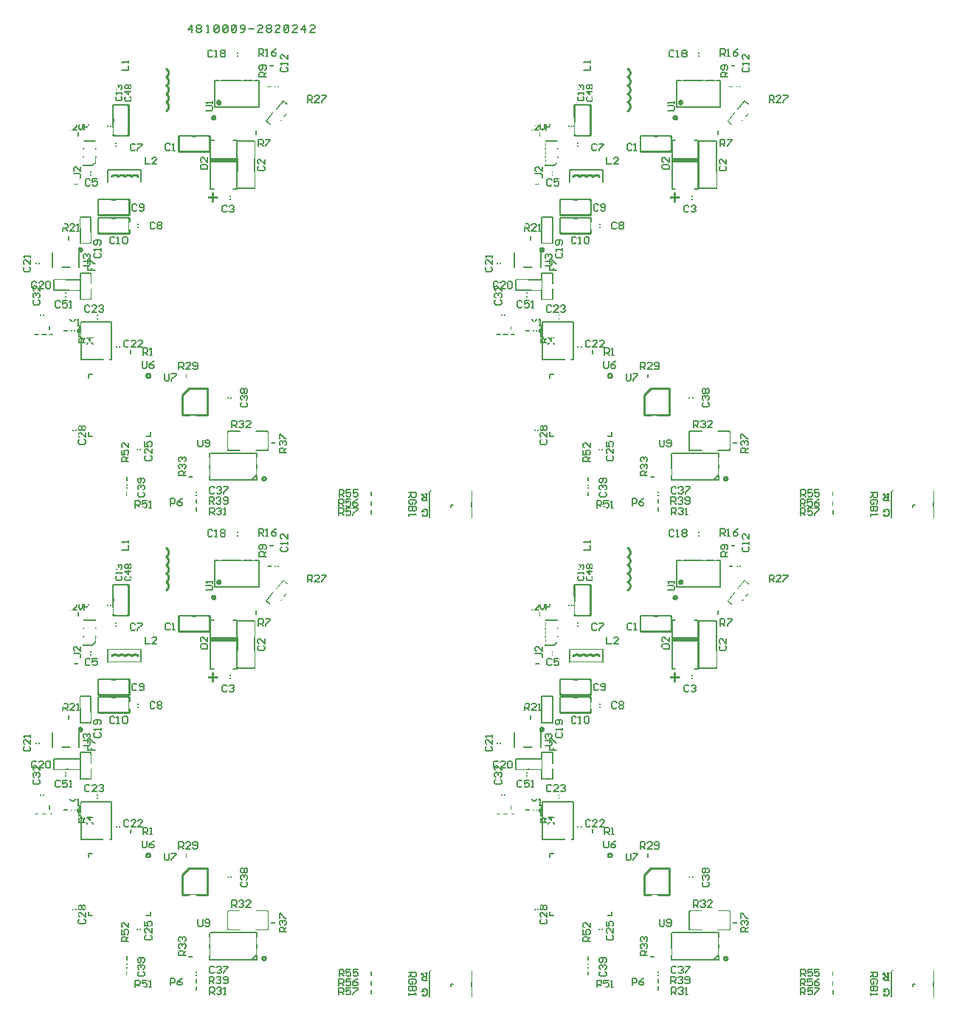
<source format=gto>
*
%FSLAX26Y26*%
%MOIN*%
%ADD10C,0.010000*%
%ADD11C,0.011810*%
%ADD12C,0.005910*%
%ADD13C,0.005925*%
%ADD14C,0.007870*%
%ADD15C,0.006000*%
%ADD16C,0.005916*%
%ADD17C,0.008000*%
%ADD18R,0.010150X0.010150*%
%ADD19R,0.019940X0.019940*%
%ADD20R,0.043145X0.043145*%
%ADD21R,0.031645X0.031645*%
%ADD22R,0.030935X0.030935*%
%ADD23C,0.035266*%
%ADD24R,0.054955X0.054955*%
%ADD25R,0.056526X0.056526*%
%ADD26R,0.031325X0.031325*%
%ADD27C,0.034245*%
%ADD28R,0.106135X0.106135*%
%ADD29R,0.071485X0.071485*%
%ADD30C,0.090385*%
%ADD31C,0.016535*%
%ADD32C,0.036411*%
%ADD33C,0.040411*%
%ADD34C,0.052165*%
%ADD35C,0.071911*%
%ADD36C,0.035395*%
%ADD37C,0.066161*%
%ADD38C,0.060795*%
%ADD39C,0.071855*%
%ADD40C,0.092165*%
%ADD41C,0.106411*%
%ADD42C,0.048031*%
%ADD43C,0.109055*%
%ADD44R,0.041411X0.041411*%
%ADD45C,0.011661*%
%ADD46R,0.139411X0.139411*%
%ADD47C,0.012161*%
%ADD48R,0.049161X0.049161*%
%ADD49R,0.029911X0.029911*%
%ADD50R,0.029161X0.029161*%
%ADD51R,0.017895X0.017895*%
%ADD52C,0.014191*%
%ADD53R,0.025661X0.025661*%
%ADD54R,0.054661X0.054661*%
%ADD55R,0.029411X0.029411*%
%ADD56R,0.052911X0.052911*%
%ADD57R,0.072661X0.072661*%
%ADD58R,0.057661X0.057661*%
%ADD59R,0.057161X0.057161*%
%ADD60R,0.069411X0.069411*%
%ADD61C,0.047244*%
%ADD62C,0.108268*%
%ADD63C,0.000020*%
%ADD64C,0.039371*%
%ADD65C,0.041339*%
%ADD66C,0.037402*%
%ADD67C,0.098426*%
%ADD68C,0.005906*%
%ADD69C,0.096457*%
%IPPOS*%
%LN4810009-2820242.gto*%
%LPD*%
G75*
G54D10*
X690950Y2071310D02*
X694791Y2073781D01*
X698014Y2077016D01*
X700471Y2080867D01*
X702046Y2085153D01*
X702667Y2089678D01*
X702306Y2094231D01*
X700978Y2098601D01*
X698746Y2102585D01*
X695713Y2106000D01*
X692020Y2108686D01*
X690950Y2109260D01*
X694790Y2111731D01*
X698013Y2114966D01*
X700468Y2118817D01*
X702043Y2123103D01*
X702663Y2127628D01*
X702300Y2132180D01*
X700972Y2136549D01*
X698739Y2140532D01*
X695706Y2143946D01*
X692012Y2146631D01*
X690950Y2147200D01*
X694791Y2149671D01*
X698014Y2152906D01*
X700471Y2156756D01*
X702046Y2161043D01*
X702667Y2165568D01*
X702306Y2170121D01*
X700978Y2174491D01*
X698746Y2178475D01*
X695713Y2181890D01*
X692020Y2184576D01*
X690950Y2185150D01*
X694791Y2187621D01*
X698014Y2190856D01*
X700471Y2194706D01*
X702046Y2198993D01*
X702667Y2203518D01*
X702306Y2208071D01*
X700978Y2212441D01*
X698746Y2216425D01*
X695713Y2219840D01*
X692020Y2222526D01*
X690950Y2223100D01*
X694790Y2225571D01*
X698013Y2228806D01*
X700468Y2232657D01*
X702043Y2236943D01*
X702663Y2241468D01*
X702300Y2246020D01*
X700972Y2250389D01*
X698739Y2254372D01*
X695706Y2257786D01*
X692012Y2260471D01*
X690950Y2261040D01*
X619300Y873950D02*
X618811Y876906D01*
X617396Y879548D01*
X615205Y881593D01*
X612473Y882823D01*
X609490Y883108D01*
X606574Y882418D01*
X604036Y880825D01*
X602147Y878499D01*
X601106Y875689D01*
X601027Y872693D01*
X601916Y869832D01*
X603679Y867409D01*
X606129Y865683D01*
X609004Y864838D01*
X611998Y864964D01*
X614792Y866048D01*
X617088Y867973D01*
X618641Y870535D01*
X619287Y873461D01*
X619300Y873950D01*
X300910Y1077290D02*
X300425Y1079439D01*
X299063Y1081171D01*
X297088Y1082149D01*
X294886Y1082184D01*
X292881Y1081268D01*
X291466Y1079581D01*
X290913Y1077448D01*
X291330Y1075284D01*
X292637Y1073511D01*
X294579Y1072470D01*
X296780Y1072366D01*
X298811Y1073218D01*
X300280Y1074860D01*
X300900Y1076974D01*
X300910Y1077290D01*
X1141220Y409390D02*
X1140732Y412119D01*
X1139327Y414510D01*
X1137181Y416265D01*
X1134559Y417167D01*
X1131788Y417103D01*
X1129210Y416083D01*
X1127146Y414232D01*
X1125852Y411780D01*
X1125488Y409031D01*
X1126100Y406327D01*
X1127612Y404003D01*
X1129836Y402348D01*
X1132496Y401566D01*
X1135262Y401756D01*
X1137791Y402892D01*
X1139768Y404836D01*
X1140949Y407344D01*
X1141220Y409390D01*
X564410Y1774180D02*
X560852Y1777043D01*
X556764Y1779078D01*
X552335Y1780191D01*
X547770Y1780330D01*
X543281Y1779489D01*
X539077Y1777706D01*
X535351Y1775065D01*
X534410Y1774180D01*
X530852Y1777043D01*
X526764Y1779078D01*
X522335Y1780191D01*
X517770Y1780330D01*
X513281Y1779489D01*
X509077Y1777706D01*
X505351Y1775065D01*
X504410Y1774180D01*
X500852Y1777043D01*
X496764Y1779078D01*
X492335Y1780191D01*
X487770Y1780330D01*
X483281Y1779489D01*
X479077Y1777706D01*
X475351Y1775065D01*
X474410Y1774180D01*
X470852Y1777043D01*
X466764Y1779078D01*
X462335Y1780191D01*
X457770Y1780330D01*
X453281Y1779489D01*
X449077Y1777706D01*
X445351Y1775065D01*
X444410Y1774180D01*
X879690Y696780D02*
Y816780D01*
X764690Y696780D02*
X879690D01*
X794690Y816780D02*
X879690D01*
X764690Y786780D02*
X794690Y816780D01*
X764690Y696780D02*
Y786780D01*
X386020Y1517250D02*
Y1588120D01*
X437200D01*
X523810Y1517250D02*
Y1588120D01*
X437200Y1517250D02*
X523810D01*
X386020D02*
X437200D01*
Y1588120D02*
X523810D01*
X386020Y1599110D02*
Y1669980D01*
X437200D01*
X523810Y1599110D02*
Y1669980D01*
X437200Y1599110D02*
X523810D01*
X386020D02*
X437200D01*
Y1669980D02*
X523810D01*
X521150Y1958200D02*
Y2044810D01*
X450280D02*
Y2095990D01*
Y1958200D02*
Y2044810D01*
Y1958200D02*
X521150D01*
Y2044810D02*
Y2095990D01*
X450280D02*
X521150D01*
X749450Y1885870D02*
Y1956740D01*
X800630D01*
X887250Y1885870D02*
Y1956740D01*
X800630Y1885870D02*
X887250D01*
X749450D02*
X800630D01*
Y1956740D02*
X887250D01*
X902570Y1658990D02*
Y1698970D01*
X882580Y1678980D02*
X922570D01*
G54D11*
X310020Y1441190D02*
X309533Y1443538D01*
X308154Y1445500D01*
X306108Y1446752D01*
X303733Y1447088D01*
X301420Y1446453D01*
X299551Y1444950D01*
X298432Y1442829D01*
X298248Y1440438D01*
X299030Y1438170D01*
X300648Y1436400D01*
X302836Y1435419D01*
X305235Y1435388D01*
X307448Y1436313D01*
X309111Y1438040D01*
X309951Y1440287D01*
X310020Y1441190D01*
X936860Y2106310D02*
X936373Y2108659D01*
X934994Y2110620D01*
X932948Y2111872D01*
X930573Y2112208D01*
X928260Y2111573D01*
X926391Y2110070D01*
X925272Y2107949D01*
X925088Y2105558D01*
X925870Y2103290D01*
X927488Y2101520D01*
X929676Y2100539D01*
X932075Y2100508D01*
X934288Y2101433D01*
X935951Y2103161D01*
X936791Y2105407D01*
X936860Y2106310D01*
X912750Y2037290D02*
X912263Y2039638D01*
X910884Y2041600D01*
X908838Y2042852D01*
X906463Y2043188D01*
X904150Y2042552D01*
X902281Y2041050D01*
X901162Y2038929D01*
X900978Y2036538D01*
X901760Y2034270D01*
X903378Y2032500D01*
X905567Y2031519D01*
X907965Y2031488D01*
X910178Y2032413D01*
X911841Y2034141D01*
X912681Y2036387D01*
X912750Y2037290D01*
G54D12*
X304020Y1336860D02*
X351260D01*
X304020Y1218750D02*
X351260D01*
X304020Y1289620D02*
Y1336860D01*
X351260Y1289620D02*
Y1336860D01*
X304020Y1218750D02*
Y1265990D01*
X351260Y1218750D02*
Y1265990D01*
X1190200Y2076410D02*
X1220570Y2112600D01*
X1226390Y2046040D02*
X1256760Y2082240D01*
X1144650Y2022130D02*
X1175020Y2058320D01*
X1180840Y1991760D02*
X1211210Y2027950D01*
X1220570Y2112600D02*
X1256760Y2082240D01*
X1144650Y2022130D02*
X1180840Y1991760D01*
X185500Y1260360D02*
X256370D01*
X185500Y1307610D02*
X256370D01*
Y1260360D02*
X303610D01*
X256370Y1307610D02*
X303610D01*
X185500Y1260360D02*
Y1307610D01*
X303610Y1260360D02*
Y1307610D01*
X304120Y1472570D02*
X351360D01*
X304120Y1590680D02*
X351360D01*
Y1472570D02*
Y1519810D01*
X304120Y1472570D02*
Y1519810D01*
X351360D02*
Y1590680D01*
X304120Y1519810D02*
Y1590680D01*
X319450Y1934480D02*
X374450D01*
X319450Y1822270D02*
Y1934480D01*
Y1822270D02*
X359450D01*
X374450Y1837270D01*
Y1934480D01*
X579410Y1744180D02*
Y1804180D01*
X429410Y1744180D02*
X579410D01*
X429410D02*
Y1804180D01*
X579410D01*
X1788570Y345550D02*
X1820060D01*
Y329800D01*
X1814810Y324560D01*
X1804310D01*
X1799060Y329800D01*
Y345550D01*
Y335050D02*
X1788570Y324560D01*
X1814810Y293070D02*
X1820060Y298320D01*
Y308820D01*
X1814810Y314060D01*
X1793820D01*
X1788570Y308820D01*
Y298320D01*
X1793820Y293070D01*
X1804310D01*
Y303570D01*
X1820060Y282580D02*
X1788570D01*
Y266830D01*
X1793820Y261590D01*
X1799060D01*
X1804310Y266830D01*
Y282580D01*
Y266830D01*
X1809560Y261590D01*
X1814810D01*
X1820060Y266830D01*
Y282580D01*
X1788570Y251090D02*
Y240590D01*
Y245840D01*
X1820060D01*
X1814810Y251090D01*
X1473140Y243770D02*
Y275250D01*
X1488880D01*
X1494130Y270010D01*
Y259510D01*
X1488880Y254260D01*
X1473140D01*
X1483630D02*
X1494130Y243770D01*
X1525610Y275250D02*
X1504620D01*
Y259510D01*
X1515120Y264760D01*
X1520370D01*
X1525610Y259510D01*
Y249020D01*
X1520370Y243770D01*
X1509870D01*
X1504620Y249020D01*
X1536110Y275250D02*
X1557100D01*
Y270010D01*
X1536110Y249020D01*
Y243770D01*
X1472860Y284660D02*
Y316150D01*
X1488610D01*
X1493850Y310900D01*
Y300410D01*
X1488610Y295160D01*
X1472860D01*
X1483360D02*
X1493850Y284660D01*
X1525340Y316150D02*
X1504350D01*
Y300410D01*
X1514840Y305650D01*
X1520090D01*
X1525340Y300410D01*
Y289910D01*
X1520090Y284660D01*
X1509600D01*
X1504350Y289910D01*
X1556820Y316150D02*
X1546330Y310900D01*
X1535830Y300410D01*
Y289910D01*
X1541080Y284660D01*
X1551580D01*
X1556820Y289910D01*
Y295160D01*
X1551580Y300410D01*
X1535830D01*
X1473590Y326970D02*
Y358460D01*
X1489340D01*
X1494580Y353210D01*
Y342720D01*
X1489340Y337470D01*
X1473590D01*
X1484090D02*
X1494580Y326970D01*
X1526070Y358460D02*
X1505080D01*
Y342720D01*
X1515580Y347960D01*
X1520820D01*
X1526070Y342720D01*
Y332220D01*
X1520820Y326970D01*
X1510330D01*
X1505080Y332220D01*
X1557560Y358460D02*
X1536570D01*
Y342720D01*
X1547060Y347960D01*
X1552310D01*
X1557560Y342720D01*
Y332220D01*
X1552310Y326970D01*
X1541810D01*
X1536570Y332220D01*
X325900Y1023160D02*
X298350D01*
Y1036930D01*
X302940Y1041530D01*
X312120D01*
X316710Y1036930D01*
Y1023160D01*
Y1032340D02*
X325900Y1041530D01*
X298350Y1069070D02*
Y1050710D01*
X312120D01*
X307530Y1059890D01*
Y1064480D01*
X312120Y1069070D01*
X321310D01*
X325900Y1064480D01*
Y1055300D01*
X321310Y1050710D01*
X325900Y1092030D02*
X298350D01*
X312120Y1078260D01*
Y1096630D01*
X98600Y1051182D02*
Y1058200D01*
X114350D01*
X119590Y1052950D01*
Y1051182D01*
X151080Y1058200D02*
X130090D01*
Y1051182D01*
X161570Y1052950D02*
X166820Y1058200D01*
X177320D01*
X182560Y1052950D01*
Y1051182D01*
X522240Y485240D02*
X490750D01*
Y500980D01*
X496000Y506230D01*
X506500D01*
X511750Y500980D01*
Y485240D01*
Y495730D02*
X522240Y506230D01*
X490750Y537720D02*
Y516720D01*
X506500D01*
X501250Y527220D01*
Y532470D01*
X506500Y537720D01*
X516990D01*
X522240Y532470D01*
Y521970D01*
X516990Y516720D01*
X522240Y569200D02*
Y548210D01*
X501250Y569200D01*
X496000D01*
X490750Y563950D01*
Y553460D01*
X496000Y548210D01*
X552640Y278080D02*
Y309570D01*
X568390D01*
X573630Y304320D01*
Y293820D01*
X568390Y288570D01*
X552640D01*
X563140D02*
X573630Y278080D01*
X605120Y309570D02*
X584130D01*
Y293820D01*
X594620Y299070D01*
X599870D01*
X605120Y293820D01*
Y283330D01*
X599870Y278080D01*
X589380D01*
X584130Y283330D01*
X615610Y278080D02*
X626110D01*
X620860D01*
Y309570D01*
X615610Y304320D01*
X586930Y967470D02*
Y998960D01*
X602680D01*
X607930Y993710D01*
Y983220D01*
X602680Y977970D01*
X586930D01*
X597430D02*
X607930Y967470D01*
X618420D02*
X628920D01*
X623670D01*
Y998960D01*
X618420Y993710D01*
X338090Y1021930D02*
X333500Y1017340D01*
Y1008160D01*
X338090Y1003570D01*
X356460D01*
X361050Y1008160D01*
Y1017340D01*
X356460Y1021930D01*
X361050Y1044890D02*
X333500D01*
X347270Y1031120D01*
Y1049480D01*
X361050Y1058670D02*
Y1067850D01*
Y1063260D01*
X333500D01*
X338090Y1058670D01*
X568730Y347880D02*
X563480Y342630D01*
Y332140D01*
X568730Y326890D01*
X589720D01*
X594960Y332140D01*
Y342630D01*
X589720Y347880D01*
X568730Y358380D02*
X563480Y363620D01*
Y374120D01*
X568730Y379370D01*
X573970D01*
X579220Y374120D01*
Y368870D01*
Y374120D01*
X584470Y379370D01*
X589720D01*
X594960Y374120D01*
Y363620D01*
X589720Y358380D01*
Y389860D02*
X594960Y395110D01*
Y405600D01*
X589720Y410850D01*
X568730D01*
X563480Y405600D01*
Y395110D01*
X568730Y389860D01*
X573970D01*
X579220Y395110D01*
Y410850D01*
X259570Y1130070D02*
Y1124830D01*
X270070Y1114330D01*
X280560Y1124830D01*
Y1130070D01*
X270070Y1114330D02*
Y1098590D01*
X291060D02*
X301550D01*
X296310D01*
Y1130070D01*
X291060Y1124830D01*
X835950Y584790D02*
Y558560D01*
X841200Y553310D01*
X851690D01*
X856940Y558560D01*
Y584790D01*
X867430Y558560D02*
X872680Y553310D01*
X883180D01*
X888430Y558560D01*
Y579550D01*
X883180Y584790D01*
X872680D01*
X867430Y579550D01*
Y574300D01*
X872680Y569050D01*
X888430D01*
X684880Y882400D02*
Y856160D01*
X690120Y850910D01*
X700620D01*
X705870Y856160D01*
Y882400D01*
X716360D02*
X737350D01*
Y877150D01*
X716360Y856160D01*
Y850910D01*
X584140Y938500D02*
Y912260D01*
X589390Y907020D01*
X599880D01*
X605130Y912260D01*
Y938500D01*
X636610D02*
X626120Y933260D01*
X615620Y922760D01*
Y912260D01*
X620870Y907020D01*
X631370D01*
X636610Y912260D01*
Y917510D01*
X631370Y922760D01*
X615620D01*
X317840Y1370120D02*
X344080D01*
X349330Y1375370D01*
Y1385870D01*
X344080Y1391110D01*
X317840D01*
X323090Y1401610D02*
X317840Y1406860D01*
Y1417350D01*
X323090Y1422600D01*
X328340D01*
X333590Y1417350D01*
Y1412100D01*
Y1417350D01*
X338840Y1422600D01*
X344080D01*
X349330Y1417350D01*
Y1406860D01*
X344080Y1401610D01*
X274010Y1764140D02*
X300250D01*
X305500Y1769390D01*
Y1779890D01*
X300250Y1785130D01*
X274010D01*
X305500Y1816620D02*
Y1795630D01*
X284510Y1816620D01*
X279260D01*
X274010Y1811370D01*
Y1800880D01*
X279260Y1795630D01*
X871550Y2070500D02*
X897790D01*
X903040Y2075750D01*
Y2086240D01*
X897790Y2091490D01*
X871550D01*
X903040Y2101980D02*
Y2112480D01*
Y2107230D01*
X871550D01*
X876800Y2101980D01*
X887290Y294810D02*
Y326300D01*
X903030D01*
X908280Y321050D01*
Y310560D01*
X903030Y305310D01*
X887290D01*
X897780D02*
X908280Y294810D01*
X918770Y321050D02*
X924020Y326300D01*
X934520D01*
X939760Y321050D01*
Y315800D01*
X934520Y310560D01*
X929270D01*
X934520D01*
X939760Y305310D01*
Y300060D01*
X934520Y294810D01*
X924020D01*
X918770Y300060D01*
X950260D02*
X955510Y294810D01*
X966000D01*
X971250Y300060D01*
Y321050D01*
X966000Y326300D01*
X955510D01*
X950260Y321050D01*
Y315800D01*
X955510Y310560D01*
X971250D01*
X1234730Y527100D02*
X1203240D01*
Y542840D01*
X1208490Y548090D01*
X1218990D01*
X1224230Y542840D01*
Y527100D01*
Y537590D02*
X1234730Y548090D01*
X1208490Y558580D02*
X1203240Y563830D01*
Y574320D01*
X1208490Y579570D01*
X1213740D01*
X1218990Y574320D01*
Y569080D01*
Y574320D01*
X1224230Y579570D01*
X1229480D01*
X1234730Y574320D01*
Y563830D01*
X1229480Y558580D01*
X1203240Y590070D02*
Y611060D01*
X1208490D01*
X1229480Y590070D01*
X1234730D01*
X780830Y421920D02*
X749350D01*
Y437660D01*
X754590Y442910D01*
X765090D01*
X770340Y437660D01*
Y421920D01*
Y432420D02*
X780830Y442910D01*
X754590Y453410D02*
X749350Y458660D01*
Y469150D01*
X754590Y474400D01*
X759840D01*
X765090Y469150D01*
Y463900D01*
Y469150D01*
X770340Y474400D01*
X775580D01*
X780830Y469150D01*
Y458660D01*
X775580Y453410D01*
X754590Y484890D02*
X749350Y490140D01*
Y500640D01*
X754590Y505890D01*
X759840D01*
X765090Y500640D01*
Y495390D01*
Y500640D01*
X770340Y505890D01*
X775580D01*
X780830Y500640D01*
Y490140D01*
X775580Y484890D01*
X989270Y639300D02*
Y670790D01*
X1005010D01*
X1010260Y665540D01*
Y655040D01*
X1005010Y649790D01*
X989270D01*
X999760D02*
X1010260Y639300D01*
X1020760Y665540D02*
X1026000Y670790D01*
X1036500D01*
X1041750Y665540D01*
Y660290D01*
X1036500Y655040D01*
X1031250D01*
X1036500D01*
X1041750Y649790D01*
Y644550D01*
X1036500Y639300D01*
X1026000D01*
X1020760Y644550D01*
X1073230Y639300D02*
X1052240D01*
X1073230Y660290D01*
Y665540D01*
X1067980Y670790D01*
X1057490D01*
X1052240Y665540D01*
X889260Y246310D02*
Y277790D01*
X905000D01*
X910250Y272550D01*
Y262050D01*
X905000Y256800D01*
X889260D01*
X899750D02*
X910250Y246310D01*
X920740Y272550D02*
X925990Y277790D01*
X936480D01*
X941730Y272550D01*
Y267300D01*
X936480Y262050D01*
X931240D01*
X936480D01*
X941730Y256800D01*
Y251560D01*
X936480Y246310D01*
X925990D01*
X920740Y251560D01*
X952230Y246310D02*
X962720D01*
X957480D01*
Y277790D01*
X952230Y272550D01*
X749490Y902100D02*
Y933580D01*
X765240D01*
X770480Y928330D01*
Y917840D01*
X765240Y912590D01*
X749490D01*
X759990D02*
X770480Y902100D01*
X801970D02*
X780980D01*
X801970Y923090D01*
Y928330D01*
X796720Y933580D01*
X786230D01*
X780980Y928330D01*
X812470Y907340D02*
X817710Y902100D01*
X828210D01*
X833450Y907340D01*
Y928330D01*
X828210Y933580D01*
X817710D01*
X812470Y928330D01*
Y923090D01*
X817710Y917840D01*
X833450D01*
X1331190Y2107800D02*
Y2139290D01*
X1346930D01*
X1352180Y2134040D01*
Y2123550D01*
X1346930Y2118300D01*
X1331190D01*
X1341680D02*
X1352180Y2107800D01*
X1383660D02*
X1362670D01*
X1383660Y2128790D01*
Y2134040D01*
X1378410Y2139290D01*
X1367920D01*
X1362670Y2134040D01*
X1394160Y2139290D02*
X1415150D01*
Y2134040D01*
X1394160Y2113050D01*
Y2107800D01*
X225870Y1527690D02*
Y1559170D01*
X241610D01*
X246860Y1553920D01*
Y1543430D01*
X241610Y1538180D01*
X225870D01*
X236370D02*
X246860Y1527690D01*
X278350D02*
X257360D01*
X278350Y1548680D01*
Y1553920D01*
X273100Y1559170D01*
X262600D01*
X257360Y1553920D01*
X288840Y1527690D02*
X299340D01*
X294090D01*
Y1559170D01*
X288840Y1553920D01*
X1110410Y2316700D02*
Y2348190D01*
X1126150D01*
X1131400Y2342940D01*
Y2332440D01*
X1126150Y2327200D01*
X1110410D01*
X1120900D02*
X1131400Y2316700D01*
X1141890D02*
X1152390D01*
X1147140D01*
Y2348190D01*
X1141890Y2342940D01*
X1189120Y2348190D02*
X1178630Y2342940D01*
X1168130Y2332440D01*
Y2321950D01*
X1173380Y2316700D01*
X1183870D01*
X1189120Y2321950D01*
Y2327200D01*
X1183870Y2332440D01*
X1168130D01*
X246960Y1931200D02*
X246412D01*
X246960Y1962690D02*
Y1973180D01*
Y1967940D01*
X246412D01*
X246960Y1990233D02*
Y1988930D01*
X1144180Y2223100D02*
X1112690D01*
Y2238840D01*
X1117940Y2244090D01*
X1128440D01*
X1133680Y2238840D01*
Y2223100D01*
Y2233590D02*
X1144180Y2244090D01*
X1138930Y2254580D02*
X1144180Y2259830D01*
Y2270330D01*
X1138930Y2275570D01*
X1117940D01*
X1112690Y2270330D01*
Y2259830D01*
X1117940Y2254580D01*
X1123190D01*
X1128440Y2259830D01*
Y2275570D01*
X1109730Y1908990D02*
Y1940470D01*
X1125470D01*
X1130720Y1935220D01*
Y1924730D01*
X1125470Y1919480D01*
X1109730D01*
X1120220D02*
X1130720Y1908990D01*
X1141210Y1940470D02*
X1162200D01*
Y1935220D01*
X1141210Y1914230D01*
Y1908990D01*
X711710Y286940D02*
Y318420D01*
X727450D01*
X732700Y313180D01*
Y302680D01*
X727450Y297430D01*
X711710D01*
X764180Y318420D02*
X753690Y313180D01*
X743190Y302680D01*
Y292190D01*
X748440Y286940D01*
X758940D01*
X764180Y292190D01*
Y297430D01*
X758940Y302680D01*
X743190D01*
X597030Y1859760D02*
Y1828280D01*
X618020D01*
X649500D02*
X628510D01*
X649500Y1849270D01*
Y1854510D01*
X644250Y1859760D01*
X633760D01*
X628510Y1854510D01*
X491630Y2253440D02*
X523110D01*
Y2274430D01*
Y2284920D02*
Y2295420D01*
Y2290170D01*
X491630D01*
X496880Y2284920D01*
X339460Y1369790D02*
Y1348800D01*
X355210D01*
Y1359300D01*
Y1348800D01*
X370950D01*
X339460Y1380290D02*
Y1401280D01*
X344710D01*
X365700Y1380290D01*
X370950D01*
X846940Y1806620D02*
X878430D01*
Y1822370D01*
X873180Y1827610D01*
X852190D01*
X846940Y1822370D01*
Y1806620D01*
X878430Y1859100D02*
Y1838110D01*
X857440Y1859100D01*
X852190D01*
X846940Y1853850D01*
Y1843360D01*
X852190Y1838110D01*
X213930Y1206930D02*
X208690Y1212170D01*
X198190D01*
X192940Y1206930D01*
Y1185940D01*
X198190Y1180690D01*
X208690D01*
X213930Y1185940D01*
X245420Y1212170D02*
X224430D01*
Y1196430D01*
X234920Y1201680D01*
X240170D01*
X245420Y1196430D01*
Y1185940D01*
X240170Y1180690D01*
X229680D01*
X224430Y1185940D01*
X255910Y1180690D02*
X266410D01*
X261160D01*
Y1212170D01*
X255910Y1206930D01*
X510710Y2132700D02*
X506120Y2128110D01*
Y2118930D01*
X510710Y2114340D01*
X529080D01*
X533670Y2118930D01*
Y2128110D01*
X529080Y2132700D01*
X533670Y2155660D02*
X506120D01*
X519900Y2141890D01*
Y2160250D01*
X510710Y2169440D02*
X506120Y2174030D01*
Y2183210D01*
X510710Y2187800D01*
X515300D01*
X519900Y2183210D01*
X524490Y2187800D01*
X529080D01*
X533670Y2183210D01*
Y2174030D01*
X529080Y2169440D01*
X524490D01*
X519900Y2174030D01*
X515300Y2169440D01*
X510710D01*
X519900Y2174030D02*
Y2183210D01*
X1033290Y752810D02*
X1028050Y747560D01*
Y737070D01*
X1033290Y731820D01*
X1054280D01*
X1059530Y737070D01*
Y747560D01*
X1054280Y752810D01*
X1033290Y763310D02*
X1028050Y768550D01*
Y779050D01*
X1033290Y784300D01*
X1038540D01*
X1043790Y779050D01*
Y773800D01*
Y779050D01*
X1049040Y784300D01*
X1054280D01*
X1059530Y779050D01*
Y768550D01*
X1054280Y763310D01*
X1033290Y794790D02*
X1028050Y800040D01*
Y810530D01*
X1033290Y815780D01*
X1038540D01*
X1043790Y810530D01*
X1049040Y815780D01*
X1054280D01*
X1059530Y810530D01*
Y800040D01*
X1054280Y794790D01*
X1049040D01*
X1043790Y800040D01*
X1038540Y794790D01*
X1033290D01*
X1043790Y800040D02*
Y810530D01*
X910160Y367310D02*
X904920Y372560D01*
X894420D01*
X889170Y367310D01*
Y346320D01*
X894420Y341070D01*
X904920D01*
X910160Y346320D01*
X920660Y367310D02*
X925910Y372560D01*
X936400D01*
X941650Y367310D01*
Y362060D01*
X936400Y356820D01*
X931150D01*
X936400D01*
X941650Y351570D01*
Y346320D01*
X936400Y341070D01*
X925910D01*
X920660Y346320D01*
X952140Y372560D02*
X973140D01*
Y367310D01*
X952140Y346320D01*
Y341070D01*
X95300Y1215460D02*
X90050Y1210210D01*
Y1199720D01*
X95300Y1194470D01*
X116290D01*
X121540Y1199720D01*
Y1210210D01*
X116290Y1215460D01*
X95300Y1225950D02*
X90050Y1231200D01*
Y1241700D01*
X95300Y1246940D01*
X100550D01*
X105800Y1241700D01*
Y1236450D01*
Y1241700D01*
X111050Y1246940D01*
X116290D01*
X121540Y1241700D01*
Y1231200D01*
X116290Y1225950D01*
X121540Y1278430D02*
Y1257440D01*
X100550Y1278430D01*
X95300D01*
X90050Y1273180D01*
Y1262690D01*
X95300Y1257440D01*
X300520Y585070D02*
X295270Y579820D01*
Y569320D01*
X300520Y564080D01*
X321510D01*
X326760Y569320D01*
Y579820D01*
X321510Y585070D01*
X326760Y616550D02*
Y595560D01*
X305770Y616550D01*
X300520D01*
X295270Y611310D01*
Y600810D01*
X300520Y595560D01*
Y627050D02*
X295270Y632300D01*
Y642790D01*
X300520Y648040D01*
X305770D01*
X311010Y642790D01*
X316260Y648040D01*
X321510D01*
X326760Y642790D01*
Y632300D01*
X321510Y627050D01*
X316260D01*
X311010Y632300D01*
X305770Y627050D01*
X300520D01*
X311010Y632300D02*
Y642790D01*
X600400Y512220D02*
X595160Y506980D01*
Y496480D01*
X600400Y491230D01*
X621390D01*
X626640Y496480D01*
Y506980D01*
X621390Y512220D01*
X626640Y543710D02*
Y522720D01*
X605650Y543710D01*
X600400D01*
X595160Y538460D01*
Y527970D01*
X600400Y522720D01*
X595160Y575200D02*
Y554210D01*
X610900D01*
X605650Y564700D01*
Y569950D01*
X610900Y575200D01*
X621390D01*
X626640Y569950D01*
Y559450D01*
X621390Y554210D01*
X346400Y1187530D02*
X341150Y1192780D01*
X330660D01*
X325410Y1187530D01*
Y1166540D01*
X330660Y1161290D01*
X341150D01*
X346400Y1166540D01*
X377890Y1161290D02*
X356900D01*
X377890Y1182280D01*
Y1187530D01*
X372640Y1192780D01*
X362140D01*
X356900Y1187530D01*
X388380D02*
X393630Y1192780D01*
X404130D01*
X409370Y1187530D01*
Y1182280D01*
X404130Y1177040D01*
X398880D01*
X404130D01*
X409370Y1171790D01*
Y1166540D01*
X404130Y1161290D01*
X393630D01*
X388380Y1166540D01*
X522850Y1029050D02*
X517600Y1034300D01*
X507100D01*
X501860Y1029050D01*
Y1008060D01*
X507100Y1002810D01*
X517600D01*
X522850Y1008060D01*
X554330Y1002810D02*
X533340D01*
X554330Y1023800D01*
Y1029050D01*
X549080Y1034300D01*
X538590D01*
X533340Y1029050D01*
X585820Y1002810D02*
X564830D01*
X585820Y1023800D01*
Y1029050D01*
X580570Y1034300D01*
X570070D01*
X564830Y1029050D01*
X53090Y1364770D02*
X47840Y1359520D01*
Y1349020D01*
X53090Y1343780D01*
X74080D01*
X79330Y1349020D01*
Y1359520D01*
X74080Y1364770D01*
X79330Y1396250D02*
Y1375260D01*
X58340Y1396250D01*
X53090D01*
X47840Y1391000D01*
Y1380510D01*
X53090Y1375260D01*
X79330Y1406750D02*
Y1417240D01*
Y1411990D01*
X47840D01*
X53090Y1406750D01*
X106520Y1293570D02*
X101270Y1298820D01*
X90770D01*
X85530Y1293570D01*
Y1272580D01*
X90770Y1267330D01*
X101270D01*
X106520Y1272580D01*
X138000Y1267330D02*
X117010D01*
X138000Y1288320D01*
Y1293570D01*
X132750Y1298820D01*
X122260D01*
X117010Y1293570D01*
X148500D02*
X153750Y1298820D01*
X164240D01*
X169490Y1293570D01*
Y1272580D01*
X164240Y1267330D01*
X153750D01*
X148500Y1272580D01*
Y1293570D01*
X370790Y1427610D02*
X365550Y1422370D01*
Y1411870D01*
X370790Y1406620D01*
X391780D01*
X397030Y1411870D01*
Y1422370D01*
X391780Y1427610D01*
X397030Y1438110D02*
Y1448600D01*
Y1443360D01*
X365550D01*
X370790Y1438110D01*
X391780Y1464350D02*
X397030Y1469590D01*
Y1480090D01*
X391780Y1485340D01*
X370790D01*
X365550Y1480090D01*
Y1469590D01*
X370790Y1464350D01*
X376040D01*
X381290Y1469590D01*
Y1485340D01*
X900900Y2338770D02*
X895650Y2344010D01*
X885150D01*
X879910Y2338770D01*
Y2317780D01*
X885150Y2312530D01*
X895650D01*
X900900Y2317780D01*
X911390Y2312530D02*
X921890D01*
X916640D01*
Y2344010D01*
X911390Y2338770D01*
X937630D02*
X942880Y2344010D01*
X953370D01*
X958620Y2338770D01*
Y2333520D01*
X953370Y2328270D01*
X958620Y2323020D01*
Y2317780D01*
X953370Y2312530D01*
X942880D01*
X937630Y2317780D01*
Y2323020D01*
X942880Y2328270D01*
X937630Y2333520D01*
Y2338770D01*
X942880Y2328270D02*
X953370D01*
X469640Y2134430D02*
X465050Y2129840D01*
Y2120660D01*
X469640Y2116060D01*
X488010D01*
X492600Y2120660D01*
Y2129840D01*
X488010Y2134430D01*
X492600Y2143610D02*
Y2152800D01*
Y2148210D01*
X465050D01*
X469640Y2143610D01*
Y2166570D02*
X465050Y2171160D01*
Y2180350D01*
X469640Y2184940D01*
X474240D01*
X478830Y2180350D01*
Y2175760D01*
Y2180350D01*
X483420Y2184940D01*
X488010D01*
X492600Y2180350D01*
Y2171160D01*
X488010Y2166570D01*
X1214400Y2266590D02*
X1209150Y2261340D01*
Y2250850D01*
X1214400Y2245600D01*
X1235390D01*
X1240630Y2250850D01*
Y2261340D01*
X1235390Y2266590D01*
X1240630Y2277090D02*
Y2287580D01*
Y2282330D01*
X1209150D01*
X1214400Y2277090D01*
X1240630Y2324310D02*
Y2303320D01*
X1219640Y2324310D01*
X1214400D01*
X1209150Y2319070D01*
Y2308570D01*
X1214400Y2303320D01*
X459170Y1495940D02*
X453930Y1501190D01*
X443430D01*
X438180Y1495940D01*
Y1474950D01*
X443430Y1469700D01*
X453930D01*
X459170Y1474950D01*
X469670Y1469700D02*
X480170D01*
X474920D01*
Y1501190D01*
X469670Y1495940D01*
X495910D02*
X501160Y1501190D01*
X511650D01*
X516900Y1495940D01*
Y1474950D01*
X511650Y1469700D01*
X501160D01*
X495910Y1474950D01*
Y1495940D01*
X559400Y1644050D02*
X554150Y1649300D01*
X543650D01*
X538410Y1644050D01*
Y1623060D01*
X543650Y1617810D01*
X554150D01*
X559400Y1623060D01*
X569890D02*
X575140Y1617810D01*
X585640D01*
X590880Y1623060D01*
Y1644050D01*
X585640Y1649300D01*
X575140D01*
X569890Y1644050D01*
Y1638800D01*
X575140Y1633560D01*
X590880D01*
X641550Y1562170D02*
X636300Y1567410D01*
X625800D01*
X620560Y1562170D01*
Y1541180D01*
X625800Y1535930D01*
X636300D01*
X641550Y1541180D01*
X652040Y1562170D02*
X657290Y1567410D01*
X667780D01*
X673030Y1562170D01*
Y1556920D01*
X667780Y1551670D01*
X673030Y1546420D01*
Y1541180D01*
X667780Y1535930D01*
X657290D01*
X652040Y1541180D01*
Y1546420D01*
X657290Y1551670D01*
X652040Y1556920D01*
Y1562170D01*
X657290Y1551670D02*
X667780D01*
X551980Y1916000D02*
X546730Y1921240D01*
X536240D01*
X530990Y1916000D01*
Y1895010D01*
X536240Y1889760D01*
X546730D01*
X551980Y1895010D01*
X562470Y1921240D02*
X583460D01*
Y1916000D01*
X562470Y1895010D01*
Y1889760D01*
X348630Y1757070D02*
X343380Y1762320D01*
X332890D01*
X327640Y1757070D01*
Y1736080D01*
X332890Y1730830D01*
X343380D01*
X348630Y1736080D01*
X380120Y1762320D02*
X359130D01*
Y1746580D01*
X369620Y1751830D01*
X374870D01*
X380120Y1746580D01*
Y1736080D01*
X374870Y1730830D01*
X364380D01*
X359130Y1736080D01*
X967330Y1637980D02*
X962090Y1643230D01*
X951590D01*
X946340Y1637980D01*
Y1616990D01*
X951590Y1611740D01*
X962090D01*
X967330Y1616990D01*
X977830Y1637980D02*
X983080Y1643230D01*
X993570D01*
X998820Y1637980D01*
Y1632730D01*
X993570Y1627480D01*
X988320D01*
X993570D01*
X998820Y1622240D01*
Y1616990D01*
X993570Y1611740D01*
X983080D01*
X977830Y1616990D01*
X1111050Y1819540D02*
X1105800Y1814300D01*
Y1803800D01*
X1111050Y1798550D01*
X1132040D01*
X1137290Y1803800D01*
Y1814300D01*
X1132040Y1819540D01*
X1137290Y1851030D02*
Y1830040D01*
X1116300Y1851030D01*
X1111050D01*
X1105800Y1845780D01*
Y1835290D01*
X1111050Y1830040D01*
X710440Y1917550D02*
X705200Y1922790D01*
X694700D01*
X689450Y1917550D01*
Y1896560D01*
X694700Y1891310D01*
X705200D01*
X710440Y1896560D01*
X720940Y1891310D02*
X731430D01*
X726190D01*
Y1922790D01*
X720940Y1917550D01*
X250480Y1982800D02*
X259000D01*
X254740D01*
Y2002144D01*
X288850Y1982800D02*
X271800D01*
X288850Y1999860D01*
Y2004120D01*
X284590Y2008390D01*
X276060D01*
X271800Y2004120D01*
X297380Y2008390D02*
Y1991330D01*
X305900Y1982800D01*
X314430Y1991330D01*
Y2008390D01*
X322960D02*
Y1982800D01*
Y1995590D01*
X340010D01*
Y2008390D01*
Y1982800D01*
G54D13*
X2053210Y355900D02*
X2063210D01*
X1978210Y290900D02*
X1988210D01*
X1978210Y280900D02*
Y290900D01*
G54D14*
X2073210Y225900D02*
Y355900D01*
X1883210Y225900D02*
Y345900D01*
Y225900D02*
X2073210D01*
X1898210Y355900D02*
X2073210D01*
X1893210D02*
X1898210D01*
X1883210Y345900D02*
X1893210Y355900D01*
X889260Y401510D02*
Y519620D01*
X1101860Y401510D02*
Y523560D01*
X889260Y401510D02*
X1101860D01*
X893190Y523560D02*
X1101860D01*
X889260Y519620D02*
X893190Y523560D01*
X1101860Y425140D03*
X1078230Y401510D02*
X1101860Y425140D01*
X1014260Y1932410D02*
X1093000D01*
X1014260Y1719810D02*
X1093000D01*
X1014260D02*
Y1856110D01*
Y1932410D01*
X1093000Y1719810D02*
Y1856110D01*
Y1932410D01*
X1868710Y309410D02*
Y340900D01*
X1867210Y309410D02*
Y340900D01*
X1873210Y309410D02*
X1855220D01*
X1850720Y310910D01*
X1849220Y312410D01*
X1847720Y315410D01*
Y318410D01*
X1849220Y321410D01*
X1850720Y322910D01*
X1855220Y324410D01*
X1867210D01*
X1855220Y309410D02*
X1852220Y310910D01*
X1850720Y312410D01*
X1849220Y315410D01*
Y318410D01*
X1850720Y321410D01*
X1852220Y322910D01*
X1855220Y324410D01*
X1873210Y340900D02*
X1862710D01*
X1859710Y324410D02*
X1856720Y325900D01*
X1855220Y327400D01*
X1850720Y337900D01*
X1849220Y339400D01*
X1847720D01*
X1846220Y337900D01*
X1856720Y325900D02*
X1855220Y328900D01*
X1852220Y339400D01*
X1850720Y340900D01*
X1847720D01*
X1846220Y337900D01*
Y336400D01*
X1852220Y243910D02*
X1850720Y248410D01*
Y239410D01*
X1852220Y243910D01*
X1855220Y240910D01*
X1859710Y239410D01*
X1862710D01*
X1867210Y240910D01*
X1870210Y243910D01*
X1871710Y246910D01*
X1873210Y251410D01*
Y258900D01*
X1871710Y263400D01*
X1870210Y266400D01*
X1867210Y269400D01*
X1862710Y270900D01*
X1859710D01*
X1855220Y269400D01*
X1852220Y266400D01*
X1862710Y239410D02*
X1865710Y240910D01*
X1868710Y243910D01*
X1870210Y246910D01*
X1871710Y251410D01*
Y258900D01*
X1870210Y263400D01*
X1868710Y266400D01*
X1865710Y269400D01*
X1862710Y270900D01*
X1852220Y258900D02*
Y270900D01*
X1850720Y258900D02*
Y270900D01*
X1856720Y258900D02*
X1846220D01*
X2087720Y245410D02*
Y248410D01*
Y260400D02*
Y264900D01*
G54D15*
X299200Y1362680D02*
Y1429700D01*
X179020Y1362680D02*
Y1429700D01*
X220350Y1362680D02*
X257870D01*
X231760Y1245250D02*
X243570D01*
X231760Y1231470D02*
X243570D01*
X481190Y996900D02*
Y1008720D01*
X467410Y996900D02*
Y1008720D01*
X271150Y621580D02*
Y633390D01*
X284930Y621580D02*
Y633390D01*
X507370Y366660D02*
X519180D01*
X507370Y380440D02*
X519180D01*
X561890Y533000D02*
Y544810D01*
X575670Y533000D02*
Y544810D01*
X822420Y332240D02*
X834230D01*
X822420Y346020D02*
X834230D01*
X971010Y622730D02*
X1024550D01*
X971010Y537760D02*
Y622730D01*
Y537760D02*
X1024550D01*
X1099450Y622730D02*
X1152990D01*
Y537760D02*
Y622730D01*
X1099450Y537760D02*
X1152990D01*
X970950Y768240D02*
Y780050D01*
X984730Y768240D02*
Y780050D01*
X375480Y1145050D02*
X387290D01*
X375480Y1131270D02*
X387290D01*
X306735Y946031D02*
Y1115069D01*
Y946031D02*
X444956D01*
X306735Y1115069D02*
X444956D01*
Y946031D02*
Y1115069D01*
X123510Y1140280D02*
Y1152090D01*
X137290Y1140280D02*
Y1152090D01*
X976700Y1683980D02*
X988510D01*
X976700Y1670210D02*
X988510D01*
X103860Y1372320D02*
Y1384130D01*
X117640Y1372320D02*
Y1384130D01*
X440440Y1994610D02*
Y2006430D01*
X426660Y1994610D02*
Y2006430D01*
X1199300Y2171780D02*
Y2183590D01*
X1185520Y2171780D02*
Y2183590D01*
X560520Y1556820D02*
X572330D01*
X560520Y1543040D02*
X572330D01*
X345460Y1792840D02*
X357270D01*
X345460Y1779060D02*
X357270D01*
X459140Y1923200D02*
X470950D01*
X459140Y1909420D02*
X470950D01*
X911490Y2086410D02*
Y2206210D01*
X1110410D01*
Y2086410D02*
Y2206210D01*
X911490Y2086410D02*
X1110410D01*
X1008350Y2316460D02*
X1020160D01*
X1008350Y2330250D02*
X1020160D01*
X279350Y1070500D02*
Y1082310D01*
X265570Y1070500D02*
Y1082310D01*
G54D16*
X340440Y861540D02*
Y880440D01*
X359340D01*
X340440Y600910D02*
Y619810D01*
Y600910D02*
X359340D01*
X619970D02*
Y619810D01*
X601070Y600910D02*
X619970D01*
G54D17*
X994260Y1716070D02*
X1010010D01*
Y1936540D01*
X994260D02*
X1010010D01*
X891890Y1716070D02*
X907640D01*
X891890D02*
Y1936540D01*
X907640D01*
G54D18*
X1618430Y251125D02*
Y260655D01*
X1618190Y290735D02*
Y300265D01*
X1618040Y334135D02*
Y343665D01*
X532000Y976485D02*
Y986015D01*
X513250Y335315D02*
Y344845D01*
X513290Y402265D02*
Y411795D01*
X829240Y301865D02*
Y311395D01*
X829200Y266535D02*
Y276065D01*
X782980Y866825D02*
Y876355D01*
X251830Y1489865D02*
Y1499395D01*
X294180Y1957365D02*
Y1966895D01*
X1097940Y1965245D02*
Y1974775D01*
X164570Y1083365D02*
Y1092895D01*
X797885Y415870D02*
X807415D01*
X1169925Y569410D02*
X1179455D01*
X279485Y1737630D02*
X289015D01*
X1163025Y2272190D02*
X1172555D01*
X1152985Y2177710D02*
X1162515D01*
X233895Y1077310D02*
X243425D01*
G54D19*
X901865Y1848080D02*
X1000035D01*
%LPC*%
G75*
X1000035Y1848080D02*
G54D20*
X327740Y1559970D02*
Y1566270D01*
G54D21*
X213610Y1238360D02*
X218410D01*
X532530Y373550D02*
X537330D01*
X532530Y407020D02*
X537330D01*
X847580Y339130D02*
X852380D01*
X848470Y306620D02*
X853270D01*
X357330Y1138160D02*
X362130D01*
X1001860Y1677100D02*
X1006660D01*
X585670Y1549930D02*
X590470D01*
X542370D02*
X547170D01*
X313460Y1962130D02*
X318260D01*
X484300Y1916310D02*
X489100D01*
X990200Y2323350D02*
X995000D01*
X1117170Y1970010D02*
X1121970D01*
G54D22*
X239110Y1428480D02*
Y1454740D01*
G54D20*
X209910Y1283990D02*
X216210D01*
G36*
X473878Y743299D02*
X477581Y747002D01*
X482819D01*
X486522Y743299D01*
Y738062D01*
X482819Y734358D01*
X477581D01*
X473878Y738062D01*
Y743299D01*
G37*
G54D23*
X1012260Y2171780D03*
X970790Y2128470D03*
X1051660Y2172630D03*
X970790Y2171780D03*
X1012260Y2128470D03*
X1052070D03*
G54D21*
X474300Y1022060D02*
Y1026860D01*
X278040Y603440D02*
Y608240D01*
X977840Y750090D02*
Y754890D01*
X130400Y1165440D02*
Y1170240D01*
X110750Y1397480D02*
Y1402280D01*
X433550Y2019770D02*
Y2024570D01*
X1167800Y2291430D02*
Y2296230D01*
X238670Y1096550D02*
Y1101350D01*
X272460Y1095660D02*
Y1100460D01*
G54D24*
X337940Y976905D02*
Y984775D01*
G54D25*
X417520Y1550130D02*
Y1555250D01*
Y1631990D02*
Y1637110D01*
G54D26*
X389250Y1842060D02*
X401070D01*
X843980Y486950D02*
X871540D01*
G54D25*
X483150Y2064500D02*
X488270D01*
G54D27*
X985950Y2226500D02*
Y2284140D01*
G54D28*
X995205Y2146310D02*
X1026695D01*
G54D29*
X1052055Y1893040D02*
X1055205D01*
G54D30*
X713365Y1512380D02*
X733055D01*
G54D21*
X958550Y1677100D02*
X963350D01*
G54D23*
X742190Y1534000D03*
X708650D03*
X742190Y1501480D03*
X708650D03*
G36*
X1220205Y2110372D02*
X1254622Y2081495D01*
X1221695Y2042248D01*
X1187278Y2071125D01*
X1220205Y2110372D01*
G37*
G36*
X1179715Y2062112D02*
X1214132Y2033235D01*
X1181205Y1993988D01*
X1146788Y2022865D01*
X1179715Y2062112D01*
G37*
G36*
X1230886Y2011595D02*
X1244685Y1997796D01*
G02X1179511Y1932628I-32525J-32646D01*
G01X1165718Y1946421D01*
G02X1230886Y2011595I32522J32649D01*
G37*
G36*
X1249016Y2037429D02*
G02X1307370Y2108777I28364J36339D01*
G01X1322098Y2096419D01*
G02X1262485Y2026127I-29627J-35298D01*
G01X1249016Y2037429D01*
G37*
G36*
X362659Y858221D02*
X574344D01*
X597751Y834814D01*
Y623129D01*
X362659D01*
Y858221D01*
G37*
G54D31*
X422440Y1279530D02*
X422933Y1266309D01*
X424410Y1253161D01*
X426863Y1240160D01*
X430277Y1227378D01*
X434635Y1214885D01*
X439911Y1202752D01*
X446076Y1191046D01*
X453097Y1179832D01*
X460934Y1169172D01*
X469543Y1159126D01*
X478876Y1149749D01*
X488883Y1141094D01*
X499507Y1133208D01*
X510688Y1126136D01*
X522366Y1119916D01*
X534474Y1114584D01*
X546946Y1110170D01*
X559713Y1106696D01*
X572702Y1104184D01*
X585843Y1102646D01*
X599062Y1102092D01*
X612286Y1102524D01*
X625440Y1103941D01*
X638452Y1106333D01*
X651250Y1109689D01*
X663762Y1113988D01*
X675919Y1119209D01*
X687654Y1125320D01*
X698900Y1132289D01*
X709596Y1140076D01*
X719682Y1148639D01*
X729102Y1157929D01*
X737803Y1167896D01*
X745738Y1178483D01*
X752861Y1189632D01*
X759135Y1201281D01*
X764522Y1213364D01*
X768995Y1225816D01*
X772527Y1238566D01*
X775099Y1251544D01*
X776697Y1264678D01*
X777313Y1277894D01*
X777320Y1279530D01*
X776827Y1292751D01*
X775350Y1305899D01*
X772897Y1318900D01*
X769483Y1331682D01*
X765125Y1344175D01*
X759849Y1356308D01*
X753684Y1368014D01*
X746663Y1379228D01*
X738827Y1389888D01*
X730218Y1399934D01*
X720884Y1409311D01*
X710877Y1417966D01*
X700254Y1425852D01*
X689072Y1432924D01*
X677394Y1439144D01*
X665286Y1444476D01*
X652814Y1448890D01*
X640048Y1452364D01*
X627058Y1454876D01*
X613917Y1456414D01*
X600698Y1456968D01*
X587475Y1456536D01*
X574320Y1455119D01*
X561308Y1452727D01*
X548510Y1449371D01*
X535998Y1445072D01*
X523841Y1439851D01*
X512106Y1433740D01*
X500860Y1426771D01*
X490164Y1418984D01*
X480078Y1410421D01*
X470658Y1401131D01*
X461957Y1391164D01*
X454022Y1380577D01*
X446899Y1369428D01*
X440626Y1357779D01*
X435238Y1345696D01*
X430765Y1333244D01*
X427233Y1320494D01*
X424661Y1307516D01*
X423063Y1294382D01*
X422448Y1281166D01*
X422440Y1279530D01*
X876260Y1712600D02*
X875767Y1723835D01*
X874291Y1734984D01*
X871844Y1745961D01*
X868445Y1756681D01*
X864120Y1767062D01*
X858901Y1777025D01*
X852830Y1786491D01*
X845953Y1795389D01*
X838322Y1803651D01*
X829997Y1811212D01*
X821042Y1818015D01*
X811525Y1824006D01*
X801519Y1829141D01*
X791102Y1833380D01*
X780354Y1836689D01*
X769357Y1839044D01*
X758196Y1840426D01*
X746957Y1840825D01*
X735726Y1840238D01*
X724590Y1838669D01*
X713634Y1836131D01*
X702943Y1832642D01*
X692598Y1828230D01*
X682680Y1822928D01*
X673264Y1816778D01*
X664424Y1809826D01*
X656227Y1802127D01*
X648735Y1793739D01*
X642008Y1784727D01*
X636096Y1775160D01*
X631045Y1765112D01*
X626894Y1754660D01*
X623675Y1743884D01*
X621412Y1732868D01*
X620123Y1721696D01*
X619800Y1712600D01*
X620293Y1701365D01*
X621769Y1690216D01*
X624216Y1679239D01*
X627615Y1668519D01*
X631940Y1658138D01*
X637159Y1648175D01*
X643230Y1638709D01*
X650107Y1629811D01*
X657738Y1621549D01*
X666063Y1613988D01*
X675019Y1607185D01*
X684536Y1601194D01*
X694541Y1596059D01*
X704958Y1591820D01*
X715706Y1588511D01*
X726703Y1586156D01*
X737864Y1584774D01*
X749103Y1584375D01*
X760334Y1584962D01*
X771470Y1586531D01*
X782426Y1589069D01*
X793117Y1592558D01*
X803462Y1596970D01*
X813380Y1602272D01*
X822796Y1608422D01*
X831636Y1615374D01*
X839833Y1623073D01*
X847325Y1631461D01*
X854052Y1640473D01*
X859964Y1650040D01*
X865015Y1660088D01*
X869166Y1670540D01*
X872385Y1681316D01*
X874648Y1692332D01*
X875937Y1703504D01*
X876260Y1712600D01*
X619800D02*
X620293Y1701365D01*
X621769Y1690216D01*
X624216Y1679239D01*
X627615Y1668519D01*
X631940Y1658138D01*
X637159Y1648175D01*
X643230Y1638709D01*
X650107Y1629811D01*
X657738Y1621549D01*
X666063Y1613988D01*
X675019Y1607185D01*
X684536Y1601194D01*
X694541Y1596059D01*
X704958Y1591820D01*
X715706Y1588511D01*
X726703Y1586156D01*
X737864Y1584774D01*
X749103Y1584375D01*
X760334Y1584962D01*
X771470Y1586531D01*
X782426Y1589069D01*
X793117Y1592558D01*
X803462Y1596970D01*
X813380Y1602272D01*
X822796Y1608422D01*
X831636Y1615374D01*
X839833Y1623073D01*
X847325Y1631461D01*
X854052Y1640473D01*
X859964Y1650040D01*
X865015Y1660088D01*
X869166Y1670540D01*
X872385Y1681316D01*
X874648Y1692332D01*
X875937Y1703504D01*
X876260Y1712600D01*
X875767Y1723835D01*
X874291Y1734984D01*
X871844Y1745961D01*
X868445Y1756681D01*
X864120Y1767062D01*
X858901Y1777025D01*
X852830Y1786491D01*
X845953Y1795389D01*
X838322Y1803651D01*
X829997Y1811212D01*
X821042Y1818015D01*
X811525Y1824006D01*
X801519Y1829141D01*
X791102Y1833380D01*
X780354Y1836689D01*
X769357Y1839044D01*
X758196Y1840426D01*
X746957Y1840825D01*
X735726Y1840238D01*
X724590Y1838669D01*
X713634Y1836131D01*
X702943Y1832642D01*
X692598Y1828230D01*
X682680Y1822928D01*
X673264Y1816778D01*
X664424Y1809826D01*
X656227Y1802127D01*
X648735Y1793739D01*
X642008Y1784727D01*
X636096Y1775160D01*
X631045Y1765112D01*
X626894Y1754660D01*
X623675Y1743884D01*
X621412Y1732868D01*
X620123Y1721696D01*
X619800Y1712600D01*
X422440Y1279530D02*
X422933Y1266309D01*
X424410Y1253161D01*
X426863Y1240160D01*
X430277Y1227378D01*
X434635Y1214885D01*
X439911Y1202752D01*
X446076Y1191046D01*
X453097Y1179832D01*
X460934Y1169172D01*
X469543Y1159126D01*
X478876Y1149749D01*
X488883Y1141094D01*
X499507Y1133208D01*
X510688Y1126136D01*
X522366Y1119916D01*
X534474Y1114584D01*
X546946Y1110170D01*
X559713Y1106696D01*
X572702Y1104184D01*
X585843Y1102646D01*
X599062Y1102092D01*
X612286Y1102524D01*
X625440Y1103941D01*
X638452Y1106333D01*
X651250Y1109689D01*
X663762Y1113988D01*
X675919Y1119209D01*
X687654Y1125320D01*
X698900Y1132289D01*
X709596Y1140076D01*
X719682Y1148639D01*
X729102Y1157929D01*
X737803Y1167896D01*
X745738Y1178483D01*
X752861Y1189632D01*
X759135Y1201281D01*
X764522Y1213364D01*
X768995Y1225816D01*
X772527Y1238566D01*
X775099Y1251544D01*
X776697Y1264678D01*
X777313Y1277894D01*
X777320Y1279530D01*
X776827Y1292751D01*
X775350Y1305899D01*
X772897Y1318900D01*
X769483Y1331682D01*
X765125Y1344175D01*
X759849Y1356308D01*
X753684Y1368014D01*
X746663Y1379228D01*
X738827Y1389888D01*
X730218Y1399934D01*
X720884Y1409311D01*
X710877Y1417966D01*
X700254Y1425852D01*
X689072Y1432924D01*
X677394Y1439144D01*
X665286Y1444476D01*
X652814Y1448890D01*
X640048Y1452364D01*
X627058Y1454876D01*
X613917Y1456414D01*
X600698Y1456968D01*
X587475Y1456536D01*
X574320Y1455119D01*
X561308Y1452727D01*
X548510Y1449371D01*
X535998Y1445072D01*
X523841Y1439851D01*
X512106Y1433740D01*
X500860Y1426771D01*
X490164Y1418984D01*
X480078Y1410421D01*
X470658Y1401131D01*
X461957Y1391164D01*
X454022Y1380577D01*
X446899Y1369428D01*
X440626Y1357779D01*
X435238Y1345696D01*
X430765Y1333244D01*
X427233Y1320494D01*
X424661Y1307516D01*
X423063Y1294382D01*
X422448Y1281166D01*
X422440Y1279530D01*
X619800Y1712600D02*
X620293Y1701365D01*
X621769Y1690216D01*
X624216Y1679239D01*
X627615Y1668519D01*
X631940Y1658138D01*
X637159Y1648175D01*
X643230Y1638709D01*
X650107Y1629811D01*
X657738Y1621549D01*
X666063Y1613988D01*
X675019Y1607185D01*
X684536Y1601194D01*
X694541Y1596059D01*
X704958Y1591820D01*
X715706Y1588511D01*
X726703Y1586156D01*
X737864Y1584774D01*
X749103Y1584375D01*
X760334Y1584962D01*
X771470Y1586531D01*
X782426Y1589069D01*
X793117Y1592558D01*
X803462Y1596970D01*
X813380Y1602272D01*
X822796Y1608422D01*
X831636Y1615374D01*
X839833Y1623073D01*
X847325Y1631461D01*
X854052Y1640473D01*
X859964Y1650040D01*
X865015Y1660088D01*
X869166Y1670540D01*
X872385Y1681316D01*
X874648Y1692332D01*
X875937Y1703504D01*
X876260Y1712600D01*
X875767Y1723835D01*
X874291Y1734984D01*
X871844Y1745961D01*
X868445Y1756681D01*
X864120Y1767062D01*
X858901Y1777025D01*
X852830Y1786491D01*
X845953Y1795389D01*
X838322Y1803651D01*
X829997Y1811212D01*
X821042Y1818015D01*
X811525Y1824006D01*
X801519Y1829141D01*
X791102Y1833380D01*
X780354Y1836689D01*
X769357Y1839044D01*
X758196Y1840426D01*
X746957Y1840825D01*
X735726Y1840238D01*
X724590Y1838669D01*
X713634Y1836131D01*
X702943Y1832642D01*
X692598Y1828230D01*
X682680Y1822928D01*
X673264Y1816778D01*
X664424Y1809826D01*
X656227Y1802127D01*
X648735Y1793739D01*
X642008Y1784727D01*
X636096Y1775160D01*
X631045Y1765112D01*
X626894Y1754660D01*
X623675Y1743884D01*
X621412Y1732868D01*
X620123Y1721696D01*
X619800Y1712600D01*
X282250Y2015540D02*
X276112Y2014493D01*
X270215Y2012491D01*
X264708Y2009585D01*
X259728Y2005847D01*
X255400Y2001370D01*
X251832Y1996267D01*
X249113Y1990665D01*
X247311Y1984704D01*
X246472Y1978534D01*
X246410Y1976330D01*
Y1633610D01*
X203420Y1515500D01*
X39370D01*
X33163Y1515008D01*
X27110Y1513543D01*
X21365Y1511142D01*
X16070Y1507865D01*
X11358Y1503794D01*
X7346Y1499031D01*
X4136Y1493696D01*
X1807Y1487920D01*
X418Y1481850D01*
X0Y1476130D01*
Y1090550D01*
X492Y1084343D01*
X1957Y1078290D01*
X4358Y1072545D01*
X7635Y1067250D01*
X11706Y1062538D01*
X16469Y1058526D01*
X21804Y1055316D01*
X27580Y1052987D01*
X33650Y1051598D01*
X39370Y1051180D01*
X188970D01*
X248030Y948890D01*
Y582560D01*
X248522Y576352D01*
X249987Y570300D01*
X252388Y564554D01*
X255664Y559259D01*
X259735Y554546D01*
X264497Y550535D01*
X269833Y547324D01*
X275608Y544995D01*
X281678Y543605D01*
X283610Y543370D01*
X297424Y541538D01*
X311073Y538734D01*
X324490Y534971D01*
X337607Y530268D01*
X350358Y524649D01*
X362680Y518142D01*
X374511Y510779D01*
X385790Y502598D01*
X396463Y493639D01*
X406475Y483947D01*
X415777Y473571D01*
X424320Y462563D01*
X432064Y450978D01*
X438969Y438875D01*
X444999Y426313D01*
X450126Y413356D01*
X454323Y400068D01*
X457570Y386517D01*
X459850Y372770D01*
X461151Y358897D01*
X461467Y344966D01*
X460797Y331047D01*
X460430Y327130D01*
X459810Y316355D01*
X460175Y305568D01*
X461524Y294860D01*
X463845Y284319D01*
X467118Y274035D01*
X471317Y264092D01*
X476405Y254574D01*
X482341Y245560D01*
X489075Y237125D01*
X496551Y229341D01*
X504707Y222272D01*
X513474Y215976D01*
X522778Y210507D01*
X532544Y205911D01*
X542688Y202224D01*
X553126Y199480D01*
X563771Y197699D01*
X574534Y196898D01*
X577910Y196850D01*
X1770090D01*
Y224400D01*
X2085470D01*
Y363420D01*
X2055438Y360727D01*
X2025334Y359019D01*
X1995190Y358297D01*
X1965039Y358561D01*
X1934912Y359812D01*
X1904842Y362049D01*
X1874862Y365268D01*
X1845003Y369466D01*
X1815298Y374640D01*
X1785778Y380783D01*
X1756474Y387888D01*
X1727419Y395949D01*
X1698643Y404956D01*
X1670178Y414900D01*
X1642053Y425770D01*
X1614299Y437555D01*
X1586945Y450242D01*
X1560021Y463817D01*
X1533556Y478266D01*
X1507578Y493573D01*
X1482114Y509722D01*
X1457193Y526696D01*
X1432841Y544476D01*
X1409083Y563044D01*
X1385946Y582379D01*
X1363454Y602461D01*
X1341631Y623268D01*
X1320501Y644779D01*
X1300086Y666969D01*
X1280408Y689815D01*
X1261489Y713294D01*
X1243347Y737378D01*
X1226004Y762044D01*
X1209477Y787264D01*
X1193785Y813011D01*
X1178943Y839258D01*
X1164968Y865976D01*
X1151875Y893138D01*
X1139678Y920713D01*
X1128390Y948673D01*
X1118023Y976988D01*
X1108588Y1005626D01*
X1100095Y1034558D01*
X1092554Y1063752D01*
X1085972Y1093177D01*
X1080356Y1122802D01*
X1075713Y1152595D01*
X1072048Y1182524D01*
X1069363Y1212557D01*
X1067664Y1242662D01*
X1066950Y1272806D01*
X1067223Y1302957D01*
X1068482Y1333083D01*
X1070727Y1363152D01*
X1073955Y1393132D01*
X1078162Y1422989D01*
X1083343Y1452693D01*
X1089494Y1482212D01*
X1096608Y1511513D01*
X1104677Y1540566D01*
X1113692Y1569339D01*
X1123644Y1597802D01*
X1134522Y1625924D01*
X1146315Y1653675D01*
X1159009Y1681025D01*
X1172592Y1707945D01*
X1187048Y1734406D01*
X1202363Y1760380D01*
X1218519Y1785839D01*
X1235500Y1810756D01*
X1253287Y1835103D01*
X1271861Y1858855D01*
X1291203Y1881987D01*
X1311291Y1904473D01*
X1332105Y1926290D01*
X1353621Y1947414D01*
X1375817Y1967823D01*
X1398669Y1987495D01*
X1422152Y2006408D01*
X1439580Y2019650D01*
X1444274Y2023742D01*
X1448265Y2028523D01*
X1451451Y2033874D01*
X1453755Y2039660D01*
X1455117Y2045737D01*
X1455510Y2051280D01*
Y2322830D01*
X1455018Y2329038D01*
X1453554Y2335091D01*
X1451154Y2340837D01*
X1447878Y2346133D01*
X1443808Y2350846D01*
X1439045Y2354859D01*
X1433710Y2358070D01*
X1427935Y2360400D01*
X1421865Y2361791D01*
X1416140Y2362210D01*
X577910D01*
X567128Y2361717D01*
X556437Y2360242D01*
X545924Y2357796D01*
X535679Y2354402D01*
X525787Y2350086D01*
X516329Y2344885D01*
X507386Y2338843D01*
X499032Y2332010D01*
X491337Y2324442D01*
X484364Y2316204D01*
X478173Y2307363D01*
X472814Y2297994D01*
X468333Y2288175D01*
X464767Y2277989D01*
X462146Y2267519D01*
X460492Y2256853D01*
X459818Y2246081D01*
X460130Y2235293D01*
X460430Y2231930D01*
X461376Y2218026D01*
X461337Y2204089D01*
X460311Y2190191D01*
X458305Y2176400D01*
X455328Y2162785D01*
X451395Y2149415D01*
X446526Y2136357D01*
X440746Y2123675D01*
X434083Y2111435D01*
X426571Y2099697D01*
X418247Y2088519D01*
X409154Y2077958D01*
X399336Y2068068D01*
X388843Y2058896D01*
X377727Y2050490D01*
X366044Y2042891D01*
X353854Y2036138D01*
X341215Y2030264D01*
X328194Y2025299D01*
X314853Y2021267D01*
X301261Y2018190D01*
X287485Y2016082D01*
X282250Y2015540D01*
G36*
X850409Y1424772D02*
X936086Y1447730D01*
G02X961957Y1353824I13264J-46862D01*
G01X876294Y1330870D01*
G02X863030Y1329029I-13264J46860D01*
G02X850409Y1424772I-0J48703D01*
G37*
G54D32*
X392210Y920800D03*
X356780Y915880D03*
G54D33*
X438670Y538020D03*
X460120Y500520D03*
G54D34*
X508395Y294290D02*
G01X516265D01*
X823315Y227880D02*
X831185D01*
X732765Y581230D02*
X740635D01*
X758735Y629940D02*
X766605D01*
X808705Y667840D02*
X816575D01*
G54D35*
X58550Y1092210D03*
G54D36*
X935950Y2008470D02*
Y2066110D01*
X985950Y2008470D02*
Y2066110D01*
X1035950Y2008470D02*
Y2066110D01*
X1085950Y2008470D02*
Y2066110D01*
X935950Y2226500D02*
Y2284140D01*
X1035950Y2226500D02*
Y2284140D01*
X1085950Y2226500D02*
Y2284140D01*
G54D37*
X654020Y250520D03*
G54D38*
X572705D02*
X577855D01*
G54D39*
X371545Y1982800D02*
X379415D01*
G36*
X766453Y987707D02*
G02X846118Y1034052I39757J23303D01*
G01X855816Y1017257D01*
G02X776143Y970924I-39766J-23287D01*
G01X766453Y987707D01*
G37*
G36*
X647733Y945387D02*
G02X727398Y991732I39757J23303D01*
G01X737096Y974937D01*
G02X657423Y928604I-39766J-23287D01*
G01X647733Y945387D01*
G37*
G54D40*
X886150Y1106820D02*
X905830D01*
X912880Y1241980D02*
X932560D01*
G36*
X817300Y1556737D02*
X832980Y1567717D01*
G02X888380Y1487603I27919J-39906D01*
G01X872704Y1476626D01*
G02X844779Y1467829I-27919J39905D01*
G02X817300Y1556737I1J48701D01*
G37*
G54D41*
X1298030Y2224410D03*
Y334650D03*
G54D42*
X192212Y1531367D03*
X1785252Y209215D03*
G54D43*
X1298030Y2224410D03*
Y334650D03*
G36*
X384544Y954715D02*
G01Y1006965D01*
G02X390625Y1013046I6081J0D01*
G01X434875D01*
G02X440956Y1006965I0J-6081D01*
G01Y954715D01*
G02X437269Y949125I-6081J0D01*
G01X436445Y948774D01*
X433962D01*
G02X410718Y948774I-11622J-11653D01*
G01X389055D01*
X388231Y949125D01*
G02X384544Y954715I2394J5590D01*
G37*
G54D44*
X327740Y1495505D02*
G01Y1504755D01*
G54D45*
X311365Y1480630D02*
Y1519630D01*
X344115Y1480630D02*
Y1519630D01*
G54D46*
X790950Y2068060D02*
Y2264560D01*
G54D47*
X725575Y2004435D02*
Y2328185D01*
X856325Y2004435D02*
Y2328185D01*
G54D46*
X605910Y2068060D02*
Y2264560D01*
G54D47*
X540535Y2004435D02*
Y2328185D01*
X671285Y2004435D02*
Y2328185D01*
G54D48*
X2019830Y326330D02*
X2046830D01*
G54D47*
X2001330Y346580D02*
X2065330D01*
X2001330Y306080D02*
X2065330D01*
G54D48*
X1909590Y326330D02*
X1936590D01*
G54D47*
X1891090Y346580D02*
X1955090D01*
X1891090Y306080D02*
X1955090D01*
G54D48*
X1909590Y255470D02*
X1936590D01*
G54D47*
X1891090Y275720D02*
X1955090D01*
X1891090Y235220D02*
X1955090D01*
G54D48*
X2019830Y255470D02*
X2046830D01*
G54D47*
X2001330Y275720D02*
X2065330D01*
X2001330Y235220D02*
X2065330D01*
G54D49*
X1592915Y255910D02*
X1600665D01*
G54D45*
X1583790Y266535D02*
X1609790D01*
X1583790Y245285D02*
X1609790D01*
G54D49*
X1636225Y255910D02*
X1643975D01*
G54D45*
X1627100Y266535D02*
X1653100D01*
X1627100Y245285D02*
X1653100D01*
G54D49*
X1592685Y295510D02*
X1600435D01*
G54D45*
X1583560Y306135D02*
X1609560D01*
X1583560Y284885D02*
X1609560D01*
G54D49*
X1635995Y295510D02*
X1643745D01*
G54D45*
X1626870Y306135D02*
X1652870D01*
X1626870Y284885D02*
X1652870D01*
G54D49*
X1592525Y338900D02*
X1600275D01*
G54D45*
X1583400Y349525D02*
X1609400D01*
X1583400Y328275D02*
X1609400D01*
G54D49*
X1635835Y338900D02*
X1643585D01*
G54D45*
X1626710Y349525D02*
X1652710D01*
X1626710Y328275D02*
X1652710D01*
G54D49*
X506495Y981250D02*
X514245D01*
G54D45*
X497370Y991875D02*
X523370D01*
X497370Y970625D02*
X523370D01*
G54D49*
X549805Y981250D02*
X557555D01*
G54D45*
X540680Y991875D02*
X566680D01*
X540680Y970625D02*
X566680D01*
G54D49*
X487745Y340090D02*
X495495D01*
G54D45*
X478620Y350715D02*
X504620D01*
X478620Y329465D02*
X504620D01*
G54D49*
X531055Y340090D02*
X538805D01*
G54D45*
X521930Y350715D02*
X547930D01*
X521930Y329465D02*
X547930D01*
G54D49*
X487745Y373550D02*
X495495D01*
G54D45*
X478620Y384175D02*
X504620D01*
X478620Y362925D02*
X504620D01*
G54D49*
X487745Y407020D02*
X495495D01*
G54D45*
X478620Y417645D02*
X504620D01*
X478620Y396395D02*
X504620D01*
G54D49*
X802795Y339130D02*
X810545D01*
G54D45*
X793670Y349755D02*
X819670D01*
X793670Y328505D02*
X819670D01*
G54D49*
X803685Y306620D02*
X811435D01*
G54D45*
X794560Y317245D02*
X820560D01*
X794560Y295995D02*
X820560D01*
G54D49*
X803685Y271310D02*
X811435D01*
G54D45*
X794560Y281935D02*
X820560D01*
X794560Y260685D02*
X820560D01*
G54D49*
X846995Y271310D02*
X854745D01*
G54D45*
X837870Y281935D02*
X863870D01*
X837870Y260685D02*
X863870D01*
G54D49*
X226325Y1494640D02*
X234075D01*
G54D45*
X217200Y1505265D02*
X243200D01*
X217200Y1484015D02*
X243200D01*
G54D49*
X269635Y1494640D02*
X277385D01*
G54D45*
X260510Y1505265D02*
X286510D01*
X260510Y1484015D02*
X286510D01*
G54D49*
X268675Y1962130D02*
X276425D01*
G54D45*
X259550Y1972755D02*
X285550D01*
X259550Y1951505D02*
X285550D01*
G54D49*
X369145Y1785950D02*
X376895D01*
G54D45*
X360020Y1796575D02*
X386020D01*
X360020Y1775325D02*
X386020D01*
G54D49*
X325835Y1785950D02*
X333585D01*
G54D45*
X316710Y1796575D02*
X342710D01*
X316710Y1775325D02*
X342710D01*
G54D49*
X439515Y1916310D02*
X447265D01*
G54D45*
X430390Y1926935D02*
X456390D01*
X430390Y1905685D02*
X456390D01*
G54D49*
X1032035Y2323350D02*
X1039785D01*
G54D45*
X1022910Y2333975D02*
X1048910D01*
X1022910Y2312725D02*
X1048910D01*
G54D49*
X1072385Y1970010D02*
X1080135D01*
G54D45*
X1063260Y1980635D02*
X1089260D01*
X1063260Y1959385D02*
X1089260D01*
G54D49*
X182325Y1088120D02*
X190075D01*
G54D45*
X173200Y1098745D02*
X199200D01*
X173200Y1077495D02*
X199200D01*
G54D49*
X139015Y1088120D02*
X146765D01*
G54D45*
X129890Y1098745D02*
X155890D01*
X129890Y1077495D02*
X155890D01*
G54D50*
X276510Y1426985D02*
Y1456235D01*
G54D45*
X266260Y1418235D02*
Y1464985D01*
X286760Y1418235D02*
Y1464985D01*
G54D50*
X201710Y1426985D02*
Y1456235D01*
G54D45*
X191460Y1418235D02*
Y1464985D01*
X211960Y1418235D02*
Y1464985D01*
G54D51*
X529410Y599135D02*
Y615685D01*
G54D52*
X524793Y597283D02*
Y617537D01*
X534027Y597283D02*
Y617537D01*
G54D51*
X450670Y865675D02*
Y882225D01*
G54D52*
X446053Y863823D02*
Y884077D01*
X455287Y863823D02*
Y884077D01*
G54D51*
X568780Y865675D02*
Y882225D01*
G54D52*
X564163Y863823D02*
Y884077D01*
X573397Y863823D02*
Y884077D01*
G54D51*
X450670Y599135D02*
Y615685D01*
G54D52*
X446053Y597283D02*
Y617537D01*
X455287Y597283D02*
Y617537D01*
G54D51*
X588470Y599135D02*
Y615685D01*
G54D52*
X583853Y597283D02*
Y617537D01*
X593087Y597283D02*
Y617537D01*
G54D51*
X411300Y599135D02*
Y615685D01*
G54D52*
X406683Y597283D02*
Y617537D01*
X415917Y597283D02*
Y617537D01*
G54D51*
X470360Y599135D02*
Y615685D01*
G54D52*
X465743Y597283D02*
Y617537D01*
X474977Y597283D02*
Y617537D01*
G54D51*
X470360Y865675D02*
Y882225D01*
G54D52*
X465743Y863823D02*
Y884077D01*
X474977Y863823D02*
Y884077D01*
G54D51*
X430990Y865675D02*
Y882225D01*
G54D52*
X426373Y863823D02*
Y884077D01*
X435607Y863823D02*
Y884077D01*
G54D51*
X391620Y865675D02*
Y882225D01*
G54D52*
X387003Y863823D02*
Y884077D01*
X396237Y863823D02*
Y884077D01*
G54D51*
X490040Y599135D02*
Y615685D01*
G54D52*
X485423Y597283D02*
Y617537D01*
X494657Y597283D02*
Y617537D01*
G54D51*
X549100Y599135D02*
Y615685D01*
G54D52*
X544483Y597283D02*
Y617537D01*
X553717Y597283D02*
Y617537D01*
G54D51*
X430990Y599135D02*
Y615685D01*
G54D52*
X426373Y597283D02*
Y617537D01*
X435607Y597283D02*
Y617537D01*
G54D51*
X371930Y865675D02*
Y882225D01*
G54D52*
X367313Y863823D02*
Y884077D01*
X376547Y863823D02*
Y884077D01*
G54D51*
X371930Y599135D02*
Y615685D01*
G54D52*
X367313Y597283D02*
Y617537D01*
X376547Y597283D02*
Y617537D01*
G54D51*
X490040Y865675D02*
Y882225D01*
G54D52*
X485423Y863823D02*
Y884077D01*
X494657Y863823D02*
Y884077D01*
G54D51*
X549100Y865675D02*
Y882225D01*
G54D52*
X544483Y863823D02*
Y884077D01*
X553717Y863823D02*
Y884077D01*
G54D51*
X568780Y599135D02*
Y615685D01*
G54D52*
X564163Y597283D02*
Y617537D01*
X573397Y597283D02*
Y617537D01*
G54D51*
X588470Y865675D02*
Y882225D01*
G54D52*
X583853Y863823D02*
Y884077D01*
X593087Y863823D02*
Y884077D01*
G54D51*
X529410Y865675D02*
Y882225D01*
G54D52*
X524793Y863823D02*
Y884077D01*
X534027Y863823D02*
Y884077D01*
G54D51*
X391620Y599135D02*
Y615685D01*
G54D52*
X387003Y597283D02*
Y617537D01*
X396237Y597283D02*
Y617537D01*
G54D51*
X411300Y865675D02*
Y882225D01*
G54D52*
X406683Y863823D02*
Y884077D01*
X415917Y863823D02*
Y884077D01*
G54D51*
X605195Y829260D02*
X621745D01*
G54D52*
X603343Y833877D02*
X623597D01*
X603343Y824643D02*
X623597D01*
G54D51*
X605195Y770210D02*
X621745D01*
G54D52*
X603343Y774827D02*
X623597D01*
X603343Y765593D02*
X623597D01*
G54D51*
X605195Y632410D02*
X621745D01*
G54D52*
X603343Y637027D02*
X623597D01*
X603343Y627793D02*
X623597D01*
G54D51*
X605195Y789890D02*
X621745D01*
G54D52*
X603343Y794507D02*
X623597D01*
X603343Y785273D02*
X623597D01*
G54D51*
X605195Y809580D02*
X621745D01*
G54D52*
X603343Y814197D02*
X623597D01*
X603343Y804963D02*
X623597D01*
G54D51*
X338655Y770210D02*
X355205D01*
G54D52*
X336803Y774827D02*
X357057D01*
X336803Y765593D02*
X357057D01*
G54D51*
X338655Y632410D02*
X355205D01*
G54D52*
X336803Y637027D02*
X357057D01*
X336803Y627793D02*
X357057D01*
G54D51*
X338655Y789890D02*
X355205D01*
G54D52*
X336803Y794507D02*
X357057D01*
X336803Y785273D02*
X357057D01*
G54D51*
X605195Y691470D02*
X621745D01*
G54D52*
X603343Y696087D02*
X623597D01*
X603343Y686853D02*
X623597D01*
G54D51*
X338655Y809580D02*
X355205D01*
G54D52*
X336803Y814197D02*
X357057D01*
X336803Y804963D02*
X357057D01*
G54D51*
X605195Y671780D02*
X621745D01*
G54D52*
X603343Y676397D02*
X623597D01*
X603343Y667163D02*
X623597D01*
G54D51*
X338655Y730840D02*
X355205D01*
G54D52*
X336803Y735457D02*
X357057D01*
X336803Y726223D02*
X357057D01*
G54D51*
X338655Y711150D02*
X355205D01*
G54D52*
X336803Y715767D02*
X357057D01*
X336803Y706533D02*
X357057D01*
G54D51*
X338655Y691470D02*
X355205D01*
G54D52*
X336803Y696087D02*
X357057D01*
X336803Y686853D02*
X357057D01*
G54D51*
X338655Y671780D02*
X355205D01*
G54D52*
X336803Y676397D02*
X357057D01*
X336803Y667163D02*
X357057D01*
G54D51*
X605195Y711150D02*
X621745D01*
G54D52*
X603343Y715767D02*
X623597D01*
X603343Y706533D02*
X623597D01*
G54D51*
X605195Y730840D02*
X621745D01*
G54D52*
X603343Y735457D02*
X623597D01*
X603343Y726223D02*
X623597D01*
G54D51*
X338655Y829260D02*
X355205D01*
G54D52*
X336803Y833877D02*
X357057D01*
X336803Y824643D02*
X357057D01*
G54D51*
X605195Y652100D02*
X621745D01*
G54D52*
X603343Y656717D02*
X623597D01*
X603343Y647483D02*
X623597D01*
G54D51*
X605195Y750520D02*
X621745D01*
G54D52*
X603343Y755137D02*
X623597D01*
X603343Y745903D02*
X623597D01*
G54D51*
X338655Y848950D02*
X355205D01*
G54D52*
X336803Y853567D02*
X357057D01*
X336803Y844333D02*
X357057D01*
G54D51*
X338655Y750520D02*
X355205D01*
G54D52*
X336803Y755137D02*
X357057D01*
X336803Y745903D02*
X357057D01*
G54D51*
X605195Y848950D02*
X621745D01*
G54D52*
X603343Y853567D02*
X623597D01*
X603343Y844333D02*
X623597D01*
G54D51*
X338655Y652100D02*
X355205D01*
G54D52*
X336803Y656717D02*
X357057D01*
X336803Y647483D02*
X357057D01*
G54D51*
X509730Y599135D02*
Y615685D01*
G54D52*
X505113Y597283D02*
Y617537D01*
X514347Y597283D02*
Y617537D01*
G54D51*
X509730Y865675D02*
Y882225D01*
G54D52*
X505113Y863823D02*
Y884077D01*
X514347Y863823D02*
Y884077D01*
G54D49*
X474300Y977285D02*
Y985035D01*
G54D45*
X463675Y968160D02*
Y994160D01*
X484925Y968160D02*
Y994160D01*
G54D49*
X802640Y433655D02*
Y441405D01*
G54D45*
X792015Y424530D02*
Y450530D01*
X813265Y424530D02*
Y450530D01*
G54D49*
X802640Y390345D02*
Y398095D01*
G54D45*
X792015Y381220D02*
Y407220D01*
X813265Y381220D02*
Y407220D01*
G54D49*
X278040Y645265D02*
Y653015D01*
G54D45*
X267415Y636140D02*
Y662140D01*
X288665Y636140D02*
Y662140D01*
G54D49*
X568780Y556685D02*
Y564435D01*
G54D45*
X558155Y547560D02*
Y573560D01*
X579405Y547560D02*
Y573560D01*
G54D49*
X568780Y513375D02*
Y521125D01*
G54D45*
X558155Y504250D02*
Y530250D01*
X579405Y504250D02*
Y530250D01*
G54D49*
X130400Y1120665D02*
Y1128415D01*
G54D45*
X119775Y1111540D02*
Y1137540D01*
X141025Y1111540D02*
Y1137540D01*
G54D49*
X433550Y1974995D02*
Y1982745D01*
G54D45*
X422925Y1965870D02*
Y1991870D01*
X444175Y1965870D02*
Y1991870D01*
G54D49*
X1192410Y2152155D02*
Y2159905D01*
G54D45*
X1181785Y2143030D02*
Y2169030D01*
X1203035Y2143030D02*
Y2169030D01*
G54D49*
X1192410Y2195465D02*
Y2203215D01*
G54D45*
X1181785Y2186340D02*
Y2212340D01*
X1203035Y2186340D02*
Y2212340D01*
G54D49*
X284250Y1712135D02*
Y1719885D01*
G54D45*
X273625Y1703010D02*
Y1729010D01*
X294875Y1703010D02*
Y1729010D01*
G54D49*
X284250Y1755445D02*
Y1763195D01*
G54D45*
X273625Y1746320D02*
Y1772320D01*
X294875Y1746320D02*
Y1772320D01*
G54D49*
X1167800Y2246645D02*
Y2254395D01*
G54D45*
X1157175Y2237520D02*
Y2263520D01*
X1178425Y2237520D02*
Y2263520D01*
G54D49*
X1157750Y2195465D02*
Y2203215D01*
G54D45*
X1147125Y2186340D02*
Y2212340D01*
X1168375Y2186340D02*
Y2212340D01*
G54D49*
X1157750Y2152155D02*
Y2159905D01*
G54D45*
X1147125Y2143030D02*
Y2169030D01*
X1168375Y2143030D02*
Y2169030D01*
G54D49*
X238670Y1051765D02*
Y1059515D01*
G54D45*
X228045Y1042640D02*
Y1068640D01*
X249295Y1042640D02*
Y1068640D01*
G54D49*
X272460Y1050875D02*
Y1058625D01*
G54D45*
X261835Y1041750D02*
Y1067750D01*
X283085Y1041750D02*
Y1067750D01*
G54D53*
X702565Y796780D02*
X746815D01*
G54D45*
X695565Y805280D02*
X753815D01*
X695565Y788280D02*
X753815D01*
G54D53*
X702565Y771190D02*
X746815D01*
G54D45*
X695565Y779690D02*
X753815D01*
X695565Y762690D02*
X753815D01*
G54D53*
X702565Y745600D02*
X746815D01*
G54D45*
X695565Y754100D02*
X753815D01*
X695565Y737100D02*
X753815D01*
G54D53*
X702565Y720010D02*
X746815D01*
G54D45*
X695565Y728510D02*
X753815D01*
X695565Y711510D02*
X753815D01*
G54D54*
X492320Y1548565D02*
Y1556815D01*
G54D45*
X469320Y1527065D02*
Y1578315D01*
X515320Y1527065D02*
Y1578315D01*
G54D54*
X492320Y1630425D02*
Y1638675D01*
G54D45*
X469320Y1608925D02*
Y1660175D01*
X515320Y1608925D02*
Y1660175D01*
G54D54*
X780950Y1917185D02*
Y1925435D01*
G54D45*
X757950Y1895685D02*
Y1946935D01*
X803950Y1895685D02*
Y1946935D01*
G54D54*
X855750Y1917185D02*
Y1925435D01*
G54D45*
X832750Y1895685D02*
Y1946935D01*
X878750Y1895685D02*
Y1946935D01*
G54D55*
X291075Y1842060D02*
X306325D01*
G54D47*
X282450Y1852435D02*
X314950D01*
X282450Y1831685D02*
X314950D01*
G54D55*
X291075Y1879460D02*
X306325D01*
G54D47*
X282450Y1889835D02*
X314950D01*
X282450Y1869085D02*
X314950D01*
G54D55*
X291075Y1916860D02*
X306325D01*
G54D47*
X282450Y1927235D02*
X314950D01*
X282450Y1906485D02*
X314950D01*
G54D55*
X387535Y1916860D02*
X402785D01*
G54D47*
X378910Y1927235D02*
X411410D01*
X378910Y1906485D02*
X411410D01*
G54D55*
X387535Y1879460D02*
X402785D01*
G54D47*
X378910Y1889835D02*
X411410D01*
X378910Y1869085D02*
X411410D01*
G54D55*
X842260Y436950D02*
X873260D01*
G54D47*
X833635Y447325D02*
X881885D01*
X833635Y426575D02*
X881885D01*
G54D54*
X481585Y1989690D02*
X489835D01*
G54D45*
X460085Y2012690D02*
X511335D01*
X460085Y1966690D02*
X511335D01*
G54D56*
X451535Y1834180D02*
X557285D01*
G54D47*
X431160Y1856305D02*
X577660D01*
X431160Y1812055D02*
X577660D01*
G54D56*
X451535Y1716070D02*
X557285D01*
G54D47*
X431160Y1738195D02*
X577660D01*
X431160Y1693945D02*
X577660D01*
G54D57*
X950950Y1897340D02*
Y1906840D01*
G54D47*
X918950Y1867090D02*
Y1937090D01*
X982950Y1867090D02*
Y1937090D01*
G54D58*
X728510Y250520D02*
X737010D01*
G54D47*
X705760Y275020D02*
X759760D01*
X705760Y226020D02*
X759760D01*
G54D44*
X327640Y1304675D02*
Y1313925D01*
G54D45*
X311265Y1289800D02*
Y1328800D01*
X344015Y1289800D02*
Y1328800D01*
G54D44*
X327640Y1241685D02*
Y1250935D01*
G54D45*
X311265Y1226810D02*
Y1265810D01*
X344015Y1226810D02*
Y1265810D01*
G54D49*
X255445Y1238360D02*
X263195D01*
G54D45*
X246320Y1248985D02*
X272320D01*
X246320Y1227735D02*
X272320D01*
G54D49*
X757425Y871580D02*
X765175D01*
G54D45*
X748300Y882205D02*
X774300D01*
X748300Y860955D02*
X774300D01*
G54D49*
X800735Y871580D02*
X808485D01*
G54D45*
X791610Y882205D02*
X817610D01*
X791610Y860955D02*
X817610D01*
G54D49*
X399165Y1138160D02*
X406915D01*
G54D45*
X390040Y1148785D02*
X416040D01*
X390040Y1127535D02*
X416040D01*
G54D50*
X201710Y1335770D02*
Y1365770D01*
G54D45*
X191460Y1327020D02*
Y1374520D01*
X211960Y1327020D02*
Y1374520D01*
G54D50*
X276510Y1335770D02*
Y1365770D01*
G54D45*
X266260Y1327020D02*
Y1374520D01*
X286760Y1327020D02*
Y1374520D01*
G54D44*
X271425Y1283990D02*
X280675D01*
G54D45*
X256550Y1300365D02*
X295550D01*
X256550Y1267615D02*
X295550D01*
G54D49*
X977840Y791925D02*
Y799675D01*
G54D45*
X967215Y782800D02*
Y808800D01*
X988465Y782800D02*
Y808800D01*
G54D49*
X110750Y1352695D02*
Y1360445D01*
G54D45*
X100125Y1343570D02*
Y1369570D01*
X121375Y1343570D02*
Y1369570D01*
G54D49*
X1174690Y587195D02*
Y594945D01*
G54D45*
X1164065Y578070D02*
Y604070D01*
X1185315Y578070D02*
Y604070D01*
G54D49*
X1174690Y543895D02*
Y551645D01*
G54D45*
X1164065Y534770D02*
Y560770D01*
X1185315Y534770D02*
Y560770D01*
G54D59*
X1003780Y568750D02*
Y591750D01*
G54D47*
X979530Y546250D02*
Y614250D01*
X1028030Y546250D02*
Y614250D01*
G54D59*
X1120220Y568750D02*
Y591750D01*
G54D47*
X1095970Y546250D02*
Y614250D01*
X1144470Y546250D02*
Y614250D01*
G54D53*
X899415Y720010D02*
X943665D01*
G54D45*
X892415Y728510D02*
X950665D01*
X892415Y711510D02*
X950665D01*
G54D53*
X899415Y745600D02*
X943665D01*
G54D45*
X892415Y754100D02*
X950665D01*
X892415Y737100D02*
X950665D01*
G54D53*
X899415Y771190D02*
X943665D01*
G54D45*
X892415Y779690D02*
X950665D01*
X892415Y762690D02*
X950665D01*
G54D53*
X899415Y796780D02*
X943665D01*
G54D45*
X892415Y805280D02*
X950665D01*
X892415Y788280D02*
X950665D01*
G54D56*
X412750Y1073510D02*
Y1085010D01*
G54D47*
X390625Y1053135D02*
Y1105385D01*
X434875Y1053135D02*
Y1105385D01*
G54D56*
X337940Y1073510D02*
Y1085010D01*
G54D47*
X315815Y1053135D02*
Y1105385D01*
X360065Y1053135D02*
Y1105385D01*
G54D55*
X1117850Y436950D02*
X1148850D01*
G54D47*
X1109225Y447325D02*
X1157475D01*
X1109225Y426575D02*
X1157475D01*
G54D55*
X1117850Y486950D02*
X1148850D01*
G54D47*
X1109225Y497325D02*
X1157475D01*
X1109225Y476575D02*
X1157475D01*
G54D60*
X1050255Y1759180D02*
X1057005D01*
G54D47*
X1021630Y1789555D02*
X1085630D01*
X1021630Y1728805D02*
X1085630D01*
G54D57*
X950950Y1745770D02*
Y1755270D01*
G54D47*
X918950Y1715520D02*
Y1785520D01*
X982950Y1715520D02*
Y1785520D01*
G54D61*
X192212Y1531367D03*
X1785252Y209215D03*
G54D62*
X1298030Y2224410D03*
Y334650D03*
G54D63*
X422440Y1279530D02*
X422933Y1266309D01*
X424410Y1253161D01*
X426863Y1240160D01*
X430277Y1227378D01*
X434635Y1214885D01*
X439911Y1202752D01*
X446076Y1191046D01*
X453097Y1179832D01*
X460934Y1169172D01*
X469543Y1159126D01*
X478876Y1149749D01*
X488883Y1141094D01*
X499507Y1133208D01*
X510688Y1126136D01*
X522366Y1119916D01*
X534474Y1114584D01*
X546946Y1110170D01*
X559713Y1106696D01*
X572702Y1104184D01*
X585843Y1102646D01*
X599062Y1102092D01*
X612286Y1102524D01*
X625440Y1103941D01*
X638452Y1106333D01*
X651250Y1109689D01*
X663762Y1113988D01*
X675919Y1119209D01*
X687654Y1125320D01*
X698900Y1132289D01*
X709596Y1140076D01*
X719682Y1148639D01*
X729102Y1157929D01*
X737803Y1167896D01*
X745738Y1178483D01*
X752861Y1189632D01*
X759135Y1201281D01*
X764522Y1213364D01*
X768995Y1225816D01*
X772527Y1238566D01*
X775099Y1251544D01*
X776697Y1264678D01*
X777313Y1277894D01*
X777320Y1279530D01*
X776827Y1292751D01*
X775350Y1305899D01*
X772897Y1318900D01*
X769483Y1331682D01*
X765125Y1344175D01*
X759849Y1356308D01*
X753684Y1368014D01*
X746663Y1379228D01*
X738827Y1389888D01*
X730218Y1399934D01*
X720884Y1409311D01*
X710877Y1417966D01*
X700254Y1425852D01*
X689072Y1432924D01*
X677394Y1439144D01*
X665286Y1444476D01*
X652814Y1448890D01*
X640048Y1452364D01*
X627058Y1454876D01*
X613917Y1456414D01*
X600698Y1456968D01*
X587475Y1456536D01*
X574320Y1455119D01*
X561308Y1452727D01*
X548510Y1449371D01*
X535998Y1445072D01*
X523841Y1439851D01*
X512106Y1433740D01*
X500860Y1426771D01*
X490164Y1418984D01*
X480078Y1410421D01*
X470658Y1401131D01*
X461957Y1391164D01*
X454022Y1380577D01*
X446899Y1369428D01*
X440626Y1357779D01*
X435238Y1345696D01*
X430765Y1333244D01*
X427233Y1320494D01*
X424661Y1307516D01*
X423063Y1294382D01*
X422448Y1281166D01*
X422440Y1279530D01*
X876260Y1712600D02*
X875767Y1723835D01*
X874291Y1734984D01*
X871844Y1745961D01*
X868445Y1756681D01*
X864120Y1767062D01*
X858901Y1777025D01*
X852830Y1786491D01*
X845953Y1795389D01*
X838322Y1803651D01*
X829997Y1811212D01*
X821042Y1818015D01*
X811525Y1824006D01*
X801519Y1829141D01*
X791102Y1833380D01*
X780354Y1836689D01*
X769357Y1839044D01*
X758196Y1840426D01*
X746957Y1840825D01*
X735726Y1840238D01*
X724590Y1838669D01*
X713634Y1836131D01*
X702943Y1832642D01*
X692598Y1828230D01*
X682680Y1822928D01*
X673264Y1816778D01*
X664424Y1809826D01*
X656227Y1802127D01*
X648735Y1793739D01*
X642008Y1784727D01*
X636096Y1775160D01*
X631045Y1765112D01*
X626894Y1754660D01*
X623675Y1743884D01*
X621412Y1732868D01*
X620123Y1721696D01*
X619800Y1712600D01*
X620293Y1701365D01*
X621769Y1690216D01*
X624216Y1679239D01*
X627615Y1668519D01*
X631940Y1658138D01*
X637159Y1648175D01*
X643230Y1638709D01*
X650107Y1629811D01*
X657738Y1621549D01*
X666063Y1613988D01*
X675019Y1607185D01*
X684536Y1601194D01*
X694541Y1596059D01*
X704958Y1591820D01*
X715706Y1588511D01*
X726703Y1586156D01*
X737864Y1584774D01*
X749103Y1584375D01*
X760334Y1584962D01*
X771470Y1586531D01*
X782426Y1589069D01*
X793117Y1592558D01*
X803462Y1596970D01*
X813380Y1602272D01*
X822796Y1608422D01*
X831636Y1615374D01*
X839833Y1623073D01*
X847325Y1631461D01*
X854052Y1640473D01*
X859964Y1650040D01*
X865015Y1660088D01*
X869166Y1670540D01*
X872385Y1681316D01*
X874648Y1692332D01*
X875937Y1703504D01*
X876260Y1712600D01*
X619800D02*
X620293Y1701365D01*
X621769Y1690216D01*
X624216Y1679239D01*
X627615Y1668519D01*
X631940Y1658138D01*
X637159Y1648175D01*
X643230Y1638709D01*
X650107Y1629811D01*
X657738Y1621549D01*
X666063Y1613988D01*
X675019Y1607185D01*
X684536Y1601194D01*
X694541Y1596059D01*
X704958Y1591820D01*
X715706Y1588511D01*
X726703Y1586156D01*
X737864Y1584774D01*
X749103Y1584375D01*
X760334Y1584962D01*
X771470Y1586531D01*
X782426Y1589069D01*
X793117Y1592558D01*
X803462Y1596970D01*
X813380Y1602272D01*
X822796Y1608422D01*
X831636Y1615374D01*
X839833Y1623073D01*
X847325Y1631461D01*
X854052Y1640473D01*
X859964Y1650040D01*
X865015Y1660088D01*
X869166Y1670540D01*
X872385Y1681316D01*
X874648Y1692332D01*
X875937Y1703504D01*
X876260Y1712600D01*
X875767Y1723835D01*
X874291Y1734984D01*
X871844Y1745961D01*
X868445Y1756681D01*
X864120Y1767062D01*
X858901Y1777025D01*
X852830Y1786491D01*
X845953Y1795389D01*
X838322Y1803651D01*
X829997Y1811212D01*
X821042Y1818015D01*
X811525Y1824006D01*
X801519Y1829141D01*
X791102Y1833380D01*
X780354Y1836689D01*
X769357Y1839044D01*
X758196Y1840426D01*
X746957Y1840825D01*
X735726Y1840238D01*
X724590Y1838669D01*
X713634Y1836131D01*
X702943Y1832642D01*
X692598Y1828230D01*
X682680Y1822928D01*
X673264Y1816778D01*
X664424Y1809826D01*
X656227Y1802127D01*
X648735Y1793739D01*
X642008Y1784727D01*
X636096Y1775160D01*
X631045Y1765112D01*
X626894Y1754660D01*
X623675Y1743884D01*
X621412Y1732868D01*
X620123Y1721696D01*
X619800Y1712600D01*
X422440Y1279530D02*
X422933Y1266309D01*
X424410Y1253161D01*
X426863Y1240160D01*
X430277Y1227378D01*
X434635Y1214885D01*
X439911Y1202752D01*
X446076Y1191046D01*
X453097Y1179832D01*
X460934Y1169172D01*
X469543Y1159126D01*
X478876Y1149749D01*
X488883Y1141094D01*
X499507Y1133208D01*
X510688Y1126136D01*
X522366Y1119916D01*
X534474Y1114584D01*
X546946Y1110170D01*
X559713Y1106696D01*
X572702Y1104184D01*
X585843Y1102646D01*
X599062Y1102092D01*
X612286Y1102524D01*
X625440Y1103941D01*
X638452Y1106333D01*
X651250Y1109689D01*
X663762Y1113988D01*
X675919Y1119209D01*
X687654Y1125320D01*
X698900Y1132289D01*
X709596Y1140076D01*
X719682Y1148639D01*
X729102Y1157929D01*
X737803Y1167896D01*
X745738Y1178483D01*
X752861Y1189632D01*
X759135Y1201281D01*
X764522Y1213364D01*
X768995Y1225816D01*
X772527Y1238566D01*
X775099Y1251544D01*
X776697Y1264678D01*
X777313Y1277894D01*
X777320Y1279530D01*
X776827Y1292751D01*
X775350Y1305899D01*
X772897Y1318900D01*
X769483Y1331682D01*
X765125Y1344175D01*
X759849Y1356308D01*
X753684Y1368014D01*
X746663Y1379228D01*
X738827Y1389888D01*
X730218Y1399934D01*
X720884Y1409311D01*
X710877Y1417966D01*
X700254Y1425852D01*
X689072Y1432924D01*
X677394Y1439144D01*
X665286Y1444476D01*
X652814Y1448890D01*
X640048Y1452364D01*
X627058Y1454876D01*
X613917Y1456414D01*
X600698Y1456968D01*
X587475Y1456536D01*
X574320Y1455119D01*
X561308Y1452727D01*
X548510Y1449371D01*
X535998Y1445072D01*
X523841Y1439851D01*
X512106Y1433740D01*
X500860Y1426771D01*
X490164Y1418984D01*
X480078Y1410421D01*
X470658Y1401131D01*
X461957Y1391164D01*
X454022Y1380577D01*
X446899Y1369428D01*
X440626Y1357779D01*
X435238Y1345696D01*
X430765Y1333244D01*
X427233Y1320494D01*
X424661Y1307516D01*
X423063Y1294382D01*
X422448Y1281166D01*
X422440Y1279530D01*
X619800Y1712600D02*
X620293Y1701365D01*
X621769Y1690216D01*
X624216Y1679239D01*
X627615Y1668519D01*
X631940Y1658138D01*
X637159Y1648175D01*
X643230Y1638709D01*
X650107Y1629811D01*
X657738Y1621549D01*
X666063Y1613988D01*
X675019Y1607185D01*
X684536Y1601194D01*
X694541Y1596059D01*
X704958Y1591820D01*
X715706Y1588511D01*
X726703Y1586156D01*
X737864Y1584774D01*
X749103Y1584375D01*
X760334Y1584962D01*
X771470Y1586531D01*
X782426Y1589069D01*
X793117Y1592558D01*
X803462Y1596970D01*
X813380Y1602272D01*
X822796Y1608422D01*
X831636Y1615374D01*
X839833Y1623073D01*
X847325Y1631461D01*
X854052Y1640473D01*
X859964Y1650040D01*
X865015Y1660088D01*
X869166Y1670540D01*
X872385Y1681316D01*
X874648Y1692332D01*
X875937Y1703504D01*
X876260Y1712600D01*
X875767Y1723835D01*
X874291Y1734984D01*
X871844Y1745961D01*
X868445Y1756681D01*
X864120Y1767062D01*
X858901Y1777025D01*
X852830Y1786491D01*
X845953Y1795389D01*
X838322Y1803651D01*
X829997Y1811212D01*
X821042Y1818015D01*
X811525Y1824006D01*
X801519Y1829141D01*
X791102Y1833380D01*
X780354Y1836689D01*
X769357Y1839044D01*
X758196Y1840426D01*
X746957Y1840825D01*
X735726Y1840238D01*
X724590Y1838669D01*
X713634Y1836131D01*
X702943Y1832642D01*
X692598Y1828230D01*
X682680Y1822928D01*
X673264Y1816778D01*
X664424Y1809826D01*
X656227Y1802127D01*
X648735Y1793739D01*
X642008Y1784727D01*
X636096Y1775160D01*
X631045Y1765112D01*
X626894Y1754660D01*
X623675Y1743884D01*
X621412Y1732868D01*
X620123Y1721696D01*
X619800Y1712600D01*
X282250Y2015540D02*
X276112Y2014493D01*
X270215Y2012491D01*
X264708Y2009585D01*
X259728Y2005847D01*
X255400Y2001370D01*
X251832Y1996267D01*
X249113Y1990665D01*
X247311Y1984704D01*
X246472Y1978534D01*
X246410Y1976330D01*
Y1633610D01*
X203420Y1515500D01*
X39370D01*
X33163Y1515008D01*
X27110Y1513543D01*
X21365Y1511142D01*
X16070Y1507865D01*
X11358Y1503794D01*
X7346Y1499031D01*
X4136Y1493696D01*
X1807Y1487920D01*
X418Y1481850D01*
X0Y1476130D01*
Y1090550D01*
X492Y1084343D01*
X1957Y1078290D01*
X4358Y1072545D01*
X7635Y1067250D01*
X11706Y1062538D01*
X16469Y1058526D01*
X21804Y1055316D01*
X27580Y1052987D01*
X33650Y1051598D01*
X39370Y1051180D01*
X188970D01*
X248030Y948890D01*
Y582560D01*
X248522Y576352D01*
X249987Y570300D01*
X252388Y564554D01*
X255664Y559259D01*
X259735Y554546D01*
X264497Y550535D01*
X269833Y547324D01*
X275608Y544995D01*
X281678Y543605D01*
X283610Y543370D01*
X297424Y541538D01*
X311073Y538734D01*
X324490Y534971D01*
X337607Y530268D01*
X350358Y524649D01*
X362680Y518142D01*
X374511Y510779D01*
X385790Y502598D01*
X396463Y493639D01*
X406475Y483947D01*
X415777Y473571D01*
X424320Y462563D01*
X432064Y450978D01*
X438969Y438875D01*
X444999Y426313D01*
X450126Y413356D01*
X454323Y400068D01*
X457570Y386517D01*
X459850Y372770D01*
X461151Y358897D01*
X461467Y344966D01*
X460797Y331047D01*
X460430Y327130D01*
X459810Y316355D01*
X460175Y305568D01*
X461524Y294860D01*
X463845Y284319D01*
X467118Y274035D01*
X471317Y264092D01*
X476405Y254574D01*
X482341Y245560D01*
X489075Y237125D01*
X496551Y229341D01*
X504707Y222272D01*
X513474Y215976D01*
X522778Y210507D01*
X532544Y205911D01*
X542688Y202224D01*
X553126Y199480D01*
X563771Y197699D01*
X574534Y196898D01*
X577910Y196850D01*
X1770090D01*
Y224400D01*
X2085470D01*
Y363420D01*
X2055438Y360727D01*
X2025334Y359019D01*
X1995190Y358297D01*
X1965039Y358561D01*
X1934912Y359812D01*
X1904842Y362049D01*
X1874862Y365268D01*
X1845003Y369466D01*
X1815298Y374640D01*
X1785778Y380783D01*
X1756474Y387888D01*
X1727419Y395949D01*
X1698643Y404956D01*
X1670178Y414900D01*
X1642053Y425770D01*
X1614299Y437555D01*
X1586945Y450242D01*
X1560021Y463817D01*
X1533556Y478266D01*
X1507578Y493573D01*
X1482114Y509722D01*
X1457193Y526696D01*
X1432841Y544476D01*
X1409083Y563044D01*
X1385946Y582379D01*
X1363454Y602461D01*
X1341631Y623268D01*
X1320501Y644779D01*
X1300086Y666969D01*
X1280408Y689815D01*
X1261489Y713294D01*
X1243347Y737378D01*
X1226004Y762044D01*
X1209477Y787264D01*
X1193785Y813011D01*
X1178943Y839258D01*
X1164968Y865976D01*
X1151875Y893138D01*
X1139678Y920713D01*
X1128390Y948673D01*
X1118023Y976988D01*
X1108588Y1005626D01*
X1100095Y1034558D01*
X1092554Y1063752D01*
X1085972Y1093177D01*
X1080356Y1122802D01*
X1075713Y1152595D01*
X1072048Y1182524D01*
X1069363Y1212557D01*
X1067664Y1242662D01*
X1066950Y1272806D01*
X1067223Y1302957D01*
X1068482Y1333083D01*
X1070727Y1363152D01*
X1073955Y1393132D01*
X1078162Y1422989D01*
X1083343Y1452693D01*
X1089494Y1482212D01*
X1096608Y1511513D01*
X1104677Y1540566D01*
X1113692Y1569339D01*
X1123644Y1597802D01*
X1134522Y1625924D01*
X1146315Y1653675D01*
X1159009Y1681025D01*
X1172592Y1707945D01*
X1187048Y1734406D01*
X1202363Y1760380D01*
X1218519Y1785839D01*
X1235500Y1810756D01*
X1253287Y1835103D01*
X1271861Y1858855D01*
X1291203Y1881987D01*
X1311291Y1904473D01*
X1332105Y1926290D01*
X1353621Y1947414D01*
X1375817Y1967823D01*
X1398669Y1987495D01*
X1422152Y2006408D01*
X1439580Y2019650D01*
X1444274Y2023742D01*
X1448265Y2028523D01*
X1451451Y2033874D01*
X1453755Y2039660D01*
X1455117Y2045737D01*
X1455510Y2051280D01*
Y2322830D01*
X1455018Y2329038D01*
X1453554Y2335091D01*
X1451154Y2340837D01*
X1447878Y2346133D01*
X1443808Y2350846D01*
X1439045Y2354859D01*
X1433710Y2358070D01*
X1427935Y2360400D01*
X1421865Y2361791D01*
X1416140Y2362210D01*
X577910D01*
X567128Y2361717D01*
X556437Y2360242D01*
X545924Y2357796D01*
X535679Y2354402D01*
X525787Y2350086D01*
X516329Y2344885D01*
X507386Y2338843D01*
X499032Y2332010D01*
X491337Y2324442D01*
X484364Y2316204D01*
X478173Y2307363D01*
X472814Y2297994D01*
X468333Y2288175D01*
X464767Y2277989D01*
X462146Y2267519D01*
X460492Y2256853D01*
X459818Y2246081D01*
X460130Y2235293D01*
X460430Y2231930D01*
X461376Y2218026D01*
X461337Y2204089D01*
X460311Y2190191D01*
X458305Y2176400D01*
X455328Y2162785D01*
X451395Y2149415D01*
X446526Y2136357D01*
X440746Y2123675D01*
X434083Y2111435D01*
X426571Y2099697D01*
X418247Y2088519D01*
X409154Y2077958D01*
X399336Y2068068D01*
X388843Y2058896D01*
X377727Y2050490D01*
X366044Y2042891D01*
X353854Y2036138D01*
X341215Y2030264D01*
X328194Y2025299D01*
X314853Y2021267D01*
X301261Y2018190D01*
X287485Y2016082D01*
X282250Y2015540D01*
G54D64*
X375480Y1982800D03*
G54D65*
X575280Y250520D03*
X654020D03*
X732760D03*
G54D66*
X192212Y1531367D03*
X1785252Y209215D03*
G54D67*
X1298030Y2224410D03*
Y334650D03*
%LPD*%
G75*
X1298030Y334650D02*
G54D10*
X690950Y4236670D02*
X694791Y4239141D01*
X698014Y4242376D01*
X700471Y4246227D01*
X702046Y4250513D01*
X702667Y4255038D01*
X702306Y4259591D01*
X700978Y4263961D01*
X698746Y4267945D01*
X695713Y4271360D01*
X692020Y4274046D01*
X690950Y4274620D01*
X694790Y4277091D01*
X698013Y4280326D01*
X700468Y4284177D01*
X702043Y4288463D01*
X702663Y4292988D01*
X702300Y4297540D01*
X700972Y4301909D01*
X698739Y4305893D01*
X695706Y4309306D01*
X692012Y4311991D01*
X690950Y4312560D01*
X694791Y4315031D01*
X698014Y4318266D01*
X700471Y4322117D01*
X702046Y4326403D01*
X702667Y4330928D01*
X702306Y4335481D01*
X700978Y4339851D01*
X698746Y4343835D01*
X695713Y4347250D01*
X692020Y4349936D01*
X690950Y4350510D01*
X694791Y4352981D01*
X698014Y4356216D01*
X700471Y4360067D01*
X702046Y4364353D01*
X702667Y4368878D01*
X702306Y4373431D01*
X700978Y4377801D01*
X698746Y4381785D01*
X695713Y4385200D01*
X692020Y4387886D01*
X690950Y4388460D01*
X694790Y4390931D01*
X698013Y4394166D01*
X700468Y4398017D01*
X702043Y4402303D01*
X702663Y4406828D01*
X702300Y4411380D01*
X700972Y4415749D01*
X698739Y4419732D01*
X695706Y4423146D01*
X692012Y4425831D01*
X690950Y4426400D01*
X619300Y3039310D02*
X618811Y3042266D01*
X617396Y3044908D01*
X615205Y3046953D01*
X612473Y3048183D01*
X609490Y3048468D01*
X606574Y3047778D01*
X604036Y3046185D01*
X602147Y3043859D01*
X601106Y3041049D01*
X601027Y3038053D01*
X601916Y3035192D01*
X603679Y3032769D01*
X606129Y3031043D01*
X609004Y3030198D01*
X611998Y3030324D01*
X614792Y3031408D01*
X617088Y3033333D01*
X618641Y3035895D01*
X619287Y3038821D01*
X619300Y3039310D01*
X300910Y3242650D02*
X300425Y3244799D01*
X299063Y3246531D01*
X297088Y3247509D01*
X294886Y3247544D01*
X292881Y3246628D01*
X291466Y3244941D01*
X290913Y3242808D01*
X291330Y3240644D01*
X292637Y3238871D01*
X294579Y3237831D01*
X296780Y3237726D01*
X298811Y3238578D01*
X300280Y3240220D01*
X300900Y3242334D01*
X300910Y3242650D01*
X1141220Y2574750D02*
X1140732Y2577479D01*
X1139327Y2579870D01*
X1137181Y2581625D01*
X1134559Y2582527D01*
X1131788Y2582463D01*
X1129210Y2581443D01*
X1127146Y2579592D01*
X1125852Y2577140D01*
X1125488Y2574392D01*
X1126100Y2571688D01*
X1127612Y2569363D01*
X1129836Y2567708D01*
X1132496Y2566926D01*
X1135262Y2567116D01*
X1137791Y2568252D01*
X1139768Y2570196D01*
X1140949Y2572704D01*
X1141220Y2574750D01*
X564410Y3939540D02*
X560852Y3942403D01*
X556764Y3944438D01*
X552335Y3945551D01*
X547770Y3945690D01*
X543281Y3944849D01*
X539077Y3943066D01*
X535351Y3940425D01*
X534410Y3939540D01*
X530852Y3942403D01*
X526764Y3944438D01*
X522335Y3945551D01*
X517770Y3945690D01*
X513281Y3944849D01*
X509077Y3943066D01*
X505351Y3940425D01*
X504410Y3939540D01*
X500852Y3942403D01*
X496764Y3944438D01*
X492335Y3945551D01*
X487770Y3945690D01*
X483281Y3944849D01*
X479077Y3943066D01*
X475351Y3940425D01*
X474410Y3939540D01*
X470852Y3942403D01*
X466764Y3944438D01*
X462335Y3945551D01*
X457770Y3945690D01*
X453281Y3944849D01*
X449077Y3943066D01*
X445351Y3940425D01*
X444410Y3939540D01*
X879690Y2862140D02*
Y2982140D01*
X764690Y2862140D02*
X879690D01*
X794690Y2982140D02*
X879690D01*
X764690Y2952140D02*
X794690Y2982140D01*
X764690Y2862140D02*
Y2952140D01*
X386020Y3682610D02*
Y3753480D01*
X437200D01*
X523810Y3682610D02*
Y3753480D01*
X437200Y3682610D02*
X523810D01*
X386020D02*
X437200D01*
Y3753480D02*
X523810D01*
X386020Y3764470D02*
Y3835340D01*
X437200D01*
X523810Y3764470D02*
Y3835340D01*
X437200Y3764470D02*
X523810D01*
X386020D02*
X437200D01*
Y3835340D02*
X523810D01*
X521150Y4123560D02*
Y4210170D01*
X450280D02*
Y4261350D01*
Y4123560D02*
Y4210170D01*
Y4123560D02*
X521150D01*
Y4210170D02*
Y4261350D01*
X450280D02*
X521150D01*
X749450Y4051230D02*
Y4122100D01*
X800630D01*
X887250Y4051230D02*
Y4122100D01*
X800630Y4051230D02*
X887250D01*
X749450D02*
X800630D01*
Y4122100D02*
X887250D01*
X902570Y3824350D02*
Y3864330D01*
X882580Y3844340D02*
X922570D01*
G54D11*
X310020Y3606550D02*
X309533Y3608899D01*
X308154Y3610860D01*
X306108Y3612112D01*
X303733Y3612448D01*
X301420Y3611813D01*
X299551Y3610310D01*
X298432Y3608189D01*
X298248Y3605798D01*
X299030Y3603530D01*
X300648Y3601760D01*
X302836Y3600779D01*
X305235Y3600748D01*
X307448Y3601673D01*
X309111Y3603400D01*
X309951Y3605647D01*
X310020Y3606550D01*
X936860Y4271670D02*
X936373Y4274019D01*
X934994Y4275980D01*
X932948Y4277232D01*
X930573Y4277568D01*
X928260Y4276933D01*
X926391Y4275431D01*
X925272Y4273309D01*
X925088Y4270918D01*
X925870Y4268650D01*
X927488Y4266880D01*
X929676Y4265899D01*
X932075Y4265868D01*
X934288Y4266793D01*
X935951Y4268521D01*
X936791Y4270767D01*
X936860Y4271670D01*
X912750Y4202650D02*
X912263Y4204998D01*
X910884Y4206960D01*
X908838Y4208212D01*
X906463Y4208548D01*
X904150Y4207912D01*
X902281Y4206410D01*
X901162Y4204289D01*
X900978Y4201898D01*
X901760Y4199630D01*
X903378Y4197860D01*
X905567Y4196879D01*
X907965Y4196848D01*
X910178Y4197773D01*
X911841Y4199501D01*
X912681Y4201747D01*
X912750Y4202650D01*
G54D12*
X304020Y3502220D02*
X351260D01*
X304020Y3384110D02*
X351260D01*
X304020Y3454980D02*
Y3502220D01*
X351260Y3454980D02*
Y3502220D01*
X304020Y3384110D02*
Y3431350D01*
X351260Y3384110D02*
Y3431350D01*
X1190200Y4241770D02*
X1220570Y4277960D01*
X1226390Y4211400D02*
X1256760Y4247600D01*
X1144650Y4187490D02*
X1175020Y4223680D01*
X1180840Y4157120D02*
X1211210Y4193310D01*
X1220570Y4277960D02*
X1256760Y4247600D01*
X1144650Y4187490D02*
X1180840Y4157120D01*
X185500Y3425720D02*
X256370D01*
X185500Y3472970D02*
X256370D01*
Y3425720D02*
X303610D01*
X256370Y3472970D02*
X303610D01*
X185500Y3425720D02*
Y3472970D01*
X303610Y3425720D02*
Y3472970D01*
X304120Y3637930D02*
X351360D01*
X304120Y3756040D02*
X351360D01*
Y3637930D02*
Y3685170D01*
X304120Y3637930D02*
Y3685170D01*
X351360D02*
Y3756040D01*
X304120Y3685170D02*
Y3756040D01*
X319450Y4099840D02*
X374450D01*
X319450Y3987630D02*
Y4099840D01*
Y3987630D02*
X359450D01*
X374450Y4002630D01*
Y4099840D01*
X579410Y3909540D02*
Y3969540D01*
X429410Y3909540D02*
X579410D01*
X429410D02*
Y3969540D01*
X579410D01*
X1788570Y2510910D02*
X1820060D01*
Y2495160D01*
X1814810Y2489920D01*
X1804310D01*
X1799060Y2495160D01*
Y2510910D01*
Y2500410D02*
X1788570Y2489920D01*
X1814810Y2458430D02*
X1820060Y2463680D01*
Y2474180D01*
X1814810Y2479420D01*
X1793820D01*
X1788570Y2474180D01*
Y2463680D01*
X1793820Y2458430D01*
X1804310D01*
Y2468930D01*
X1820060Y2447940D02*
X1788570D01*
Y2432190D01*
X1793820Y2426950D01*
X1799060D01*
X1804310Y2432190D01*
Y2447940D01*
Y2432190D01*
X1809560Y2426950D01*
X1814810D01*
X1820060Y2432190D01*
Y2447940D01*
X1788570Y2416450D02*
Y2405950D01*
Y2411200D01*
X1820060D01*
X1814810Y2416450D01*
X1473140Y2409130D02*
Y2440610D01*
X1488880D01*
X1494130Y2435370D01*
Y2424870D01*
X1488880Y2419620D01*
X1473140D01*
X1483630D02*
X1494130Y2409130D01*
X1525610Y2440610D02*
X1504620D01*
Y2424870D01*
X1515120Y2430120D01*
X1520370D01*
X1525610Y2424870D01*
Y2414380D01*
X1520370Y2409130D01*
X1509870D01*
X1504620Y2414380D01*
X1536110Y2440610D02*
X1557100D01*
Y2435370D01*
X1536110Y2414380D01*
Y2409130D01*
X1472860Y2450020D02*
Y2481510D01*
X1488610D01*
X1493850Y2476260D01*
Y2465770D01*
X1488610Y2460520D01*
X1472860D01*
X1483360D02*
X1493850Y2450020D01*
X1525340Y2481510D02*
X1504350D01*
Y2465770D01*
X1514840Y2471010D01*
X1520090D01*
X1525340Y2465770D01*
Y2455270D01*
X1520090Y2450020D01*
X1509600D01*
X1504350Y2455270D01*
X1556820Y2481510D02*
X1546330Y2476260D01*
X1535830Y2465770D01*
Y2455270D01*
X1541080Y2450020D01*
X1551580D01*
X1556820Y2455270D01*
Y2460520D01*
X1551580Y2465770D01*
X1535830D01*
X1473590Y2492330D02*
Y2523820D01*
X1489340D01*
X1494580Y2518570D01*
Y2508080D01*
X1489340Y2502830D01*
X1473590D01*
X1484090D02*
X1494580Y2492330D01*
X1526070Y2523820D02*
X1505080D01*
Y2508080D01*
X1515580Y2513320D01*
X1520820D01*
X1526070Y2508080D01*
Y2497580D01*
X1520820Y2492330D01*
X1510330D01*
X1505080Y2497580D01*
X1557560Y2523820D02*
X1536570D01*
Y2508080D01*
X1547060Y2513320D01*
X1552310D01*
X1557560Y2508080D01*
Y2497580D01*
X1552310Y2492330D01*
X1541810D01*
X1536570Y2497580D01*
X325900Y3188520D02*
X298350D01*
Y3202290D01*
X302940Y3206890D01*
X312120D01*
X316710Y3202290D01*
Y3188520D01*
Y3197700D02*
X325900Y3206890D01*
X298350Y3234430D02*
Y3216070D01*
X312120D01*
X307530Y3225250D01*
Y3229840D01*
X312120Y3234430D01*
X321310D01*
X325900Y3229840D01*
Y3220660D01*
X321310Y3216070D01*
X325900Y3257390D02*
X298350D01*
X312120Y3243620D01*
Y3261990D01*
X98600Y3216542D02*
Y3223560D01*
X114350D01*
X119590Y3218310D01*
Y3216542D01*
X151080Y3223560D02*
X130090D01*
Y3216542D01*
X161570Y3218310D02*
X166820Y3223560D01*
X177320D01*
X182560Y3218310D01*
Y3216542D01*
X522240Y2650600D02*
X490750D01*
Y2666340D01*
X496000Y2671590D01*
X506500D01*
X511750Y2666340D01*
Y2650600D01*
Y2661090D02*
X522240Y2671590D01*
X490750Y2703080D02*
Y2682080D01*
X506500D01*
X501250Y2692580D01*
Y2697830D01*
X506500Y2703080D01*
X516990D01*
X522240Y2697830D01*
Y2687330D01*
X516990Y2682080D01*
X522240Y2734560D02*
Y2713570D01*
X501250Y2734560D01*
X496000D01*
X490750Y2729310D01*
Y2718820D01*
X496000Y2713570D01*
X552640Y2443440D02*
Y2474930D01*
X568390D01*
X573630Y2469680D01*
Y2459180D01*
X568390Y2453930D01*
X552640D01*
X563140D02*
X573630Y2443440D01*
X605120Y2474930D02*
X584130D01*
Y2459180D01*
X594620Y2464430D01*
X599870D01*
X605120Y2459180D01*
Y2448690D01*
X599870Y2443440D01*
X589380D01*
X584130Y2448690D01*
X615610Y2443440D02*
X626110D01*
X620860D01*
Y2474930D01*
X615610Y2469680D01*
X586930Y3132830D02*
Y3164320D01*
X602680D01*
X607930Y3159070D01*
Y3148580D01*
X602680Y3143330D01*
X586930D01*
X597430D02*
X607930Y3132830D01*
X618420D02*
X628920D01*
X623670D01*
Y3164320D01*
X618420Y3159070D01*
X338090Y3187290D02*
X333500Y3182700D01*
Y3173520D01*
X338090Y3168930D01*
X356460D01*
X361050Y3173520D01*
Y3182700D01*
X356460Y3187290D01*
X361050Y3210250D02*
X333500D01*
X347270Y3196480D01*
Y3214840D01*
X361050Y3224030D02*
Y3233210D01*
Y3228620D01*
X333500D01*
X338090Y3224030D01*
X568730Y2513240D02*
X563480Y2507990D01*
Y2497500D01*
X568730Y2492250D01*
X589720D01*
X594960Y2497500D01*
Y2507990D01*
X589720Y2513240D01*
X568730Y2523740D02*
X563480Y2528980D01*
Y2539480D01*
X568730Y2544730D01*
X573970D01*
X579220Y2539480D01*
Y2534230D01*
Y2539480D01*
X584470Y2544730D01*
X589720D01*
X594960Y2539480D01*
Y2528980D01*
X589720Y2523740D01*
Y2555220D02*
X594960Y2560470D01*
Y2570960D01*
X589720Y2576210D01*
X568730D01*
X563480Y2570960D01*
Y2560470D01*
X568730Y2555220D01*
X573970D01*
X579220Y2560470D01*
Y2576210D01*
X259570Y3295430D02*
Y3290190D01*
X270070Y3279690D01*
X280560Y3290190D01*
Y3295430D01*
X270070Y3279690D02*
Y3263950D01*
X291060D02*
X301550D01*
X296310D01*
Y3295430D01*
X291060Y3290190D01*
X835950Y2750150D02*
Y2723920D01*
X841200Y2718670D01*
X851690D01*
X856940Y2723920D01*
Y2750150D01*
X867430Y2723920D02*
X872680Y2718670D01*
X883180D01*
X888430Y2723920D01*
Y2744910D01*
X883180Y2750150D01*
X872680D01*
X867430Y2744910D01*
Y2739660D01*
X872680Y2734410D01*
X888430D01*
X684880Y3047760D02*
Y3021520D01*
X690120Y3016270D01*
X700620D01*
X705870Y3021520D01*
Y3047760D01*
X716360D02*
X737350D01*
Y3042510D01*
X716360Y3021520D01*
Y3016270D01*
X584140Y3103860D02*
Y3077620D01*
X589390Y3072380D01*
X599880D01*
X605130Y3077620D01*
Y3103860D01*
X636610D02*
X626120Y3098620D01*
X615620Y3088120D01*
Y3077620D01*
X620870Y3072380D01*
X631370D01*
X636610Y3077620D01*
Y3082870D01*
X631370Y3088120D01*
X615620D01*
X317840Y3535480D02*
X344080D01*
X349330Y3540730D01*
Y3551230D01*
X344080Y3556470D01*
X317840D01*
X323090Y3566970D02*
X317840Y3572220D01*
Y3582710D01*
X323090Y3587960D01*
X328340D01*
X333590Y3582710D01*
Y3577460D01*
Y3582710D01*
X338840Y3587960D01*
X344080D01*
X349330Y3582710D01*
Y3572220D01*
X344080Y3566970D01*
X274010Y3929500D02*
X300250D01*
X305500Y3934750D01*
Y3945250D01*
X300250Y3950490D01*
X274010D01*
X305500Y3981980D02*
Y3960990D01*
X284510Y3981980D01*
X279260D01*
X274010Y3976730D01*
Y3966240D01*
X279260Y3960990D01*
X871550Y4235860D02*
X897790D01*
X903040Y4241110D01*
Y4251600D01*
X897790Y4256850D01*
X871550D01*
X903040Y4267340D02*
Y4277840D01*
Y4272590D01*
X871550D01*
X876800Y4267340D01*
X887290Y2460170D02*
Y2491660D01*
X903030D01*
X908280Y2486410D01*
Y2475920D01*
X903030Y2470670D01*
X887290D01*
X897780D02*
X908280Y2460170D01*
X918770Y2486410D02*
X924020Y2491660D01*
X934520D01*
X939760Y2486410D01*
Y2481160D01*
X934520Y2475920D01*
X929270D01*
X934520D01*
X939760Y2470670D01*
Y2465420D01*
X934520Y2460170D01*
X924020D01*
X918770Y2465420D01*
X950260D02*
X955510Y2460170D01*
X966000D01*
X971250Y2465420D01*
Y2486410D01*
X966000Y2491660D01*
X955510D01*
X950260Y2486410D01*
Y2481160D01*
X955510Y2475920D01*
X971250D01*
X1234730Y2692460D02*
X1203240D01*
Y2708200D01*
X1208490Y2713450D01*
X1218990D01*
X1224230Y2708200D01*
Y2692460D01*
Y2702950D02*
X1234730Y2713450D01*
X1208490Y2723940D02*
X1203240Y2729190D01*
Y2739680D01*
X1208490Y2744930D01*
X1213740D01*
X1218990Y2739680D01*
Y2734440D01*
Y2739680D01*
X1224230Y2744930D01*
X1229480D01*
X1234730Y2739680D01*
Y2729190D01*
X1229480Y2723940D01*
X1203240Y2755430D02*
Y2776420D01*
X1208490D01*
X1229480Y2755430D01*
X1234730D01*
X780830Y2587280D02*
X749350D01*
Y2603020D01*
X754590Y2608270D01*
X765090D01*
X770340Y2603020D01*
Y2587280D01*
Y2597780D02*
X780830Y2608270D01*
X754590Y2618770D02*
X749350Y2624020D01*
Y2634510D01*
X754590Y2639760D01*
X759840D01*
X765090Y2634510D01*
Y2629260D01*
Y2634510D01*
X770340Y2639760D01*
X775580D01*
X780830Y2634510D01*
Y2624020D01*
X775580Y2618770D01*
X754590Y2650250D02*
X749350Y2655500D01*
Y2666000D01*
X754590Y2671250D01*
X759840D01*
X765090Y2666000D01*
Y2660750D01*
Y2666000D01*
X770340Y2671250D01*
X775580D01*
X780830Y2666000D01*
Y2655500D01*
X775580Y2650250D01*
X989270Y2804660D02*
Y2836150D01*
X1005010D01*
X1010260Y2830900D01*
Y2820400D01*
X1005010Y2815150D01*
X989270D01*
X999760D02*
X1010260Y2804660D01*
X1020760Y2830900D02*
X1026000Y2836150D01*
X1036500D01*
X1041750Y2830900D01*
Y2825650D01*
X1036500Y2820400D01*
X1031250D01*
X1036500D01*
X1041750Y2815150D01*
Y2809910D01*
X1036500Y2804660D01*
X1026000D01*
X1020760Y2809910D01*
X1073230Y2804660D02*
X1052240D01*
X1073230Y2825650D01*
Y2830900D01*
X1067980Y2836150D01*
X1057490D01*
X1052240Y2830900D01*
X889260Y2411670D02*
Y2443150D01*
X905000D01*
X910250Y2437910D01*
Y2427410D01*
X905000Y2422160D01*
X889260D01*
X899750D02*
X910250Y2411670D01*
X920740Y2437910D02*
X925990Y2443150D01*
X936480D01*
X941730Y2437910D01*
Y2432660D01*
X936480Y2427410D01*
X931240D01*
X936480D01*
X941730Y2422160D01*
Y2416920D01*
X936480Y2411670D01*
X925990D01*
X920740Y2416920D01*
X952230Y2411670D02*
X962720D01*
X957480D01*
Y2443150D01*
X952230Y2437910D01*
X749490Y3067460D02*
Y3098940D01*
X765240D01*
X770480Y3093690D01*
Y3083200D01*
X765240Y3077950D01*
X749490D01*
X759990D02*
X770480Y3067460D01*
X801970D02*
X780980D01*
X801970Y3088450D01*
Y3093690D01*
X796720Y3098940D01*
X786230D01*
X780980Y3093690D01*
X812470Y3072700D02*
X817710Y3067460D01*
X828210D01*
X833450Y3072700D01*
Y3093690D01*
X828210Y3098940D01*
X817710D01*
X812470Y3093690D01*
Y3088450D01*
X817710Y3083200D01*
X833450D01*
X1331190Y4273160D02*
Y4304650D01*
X1346930D01*
X1352180Y4299400D01*
Y4288910D01*
X1346930Y4283660D01*
X1331190D01*
X1341680D02*
X1352180Y4273160D01*
X1383660D02*
X1362670D01*
X1383660Y4294150D01*
Y4299400D01*
X1378410Y4304650D01*
X1367920D01*
X1362670Y4299400D01*
X1394160Y4304650D02*
X1415150D01*
Y4299400D01*
X1394160Y4278410D01*
Y4273160D01*
X225870Y3693050D02*
Y3724530D01*
X241610D01*
X246860Y3719280D01*
Y3708790D01*
X241610Y3703540D01*
X225870D01*
X236370D02*
X246860Y3693050D01*
X278350D02*
X257360D01*
X278350Y3714040D01*
Y3719280D01*
X273100Y3724530D01*
X262600D01*
X257360Y3719280D01*
X288840Y3693050D02*
X299340D01*
X294090D01*
Y3724530D01*
X288840Y3719280D01*
X1110410Y4482060D02*
Y4513550D01*
X1126150D01*
X1131400Y4508300D01*
Y4497800D01*
X1126150Y4492560D01*
X1110410D01*
X1120900D02*
X1131400Y4482060D01*
X1141890D02*
X1152390D01*
X1147140D01*
Y4513550D01*
X1141890Y4508300D01*
X1189120Y4513550D02*
X1178630Y4508300D01*
X1168130Y4497800D01*
Y4487310D01*
X1173380Y4482060D01*
X1183870D01*
X1189120Y4487310D01*
Y4492560D01*
X1183870Y4497800D01*
X1168130D01*
X246960Y4096560D02*
X246412D01*
X246960Y4128050D02*
Y4138540D01*
Y4133300D01*
X246412D01*
X246960Y4155593D02*
Y4154290D01*
X1144180Y4388460D02*
X1112690D01*
Y4404200D01*
X1117940Y4409450D01*
X1128440D01*
X1133680Y4404200D01*
Y4388460D01*
Y4398950D02*
X1144180Y4409450D01*
X1138930Y4419940D02*
X1144180Y4425190D01*
Y4435690D01*
X1138930Y4440930D01*
X1117940D01*
X1112690Y4435690D01*
Y4425190D01*
X1117940Y4419940D01*
X1123190D01*
X1128440Y4425190D01*
Y4440930D01*
X1109730Y4074350D02*
Y4105830D01*
X1125470D01*
X1130720Y4100580D01*
Y4090090D01*
X1125470Y4084840D01*
X1109730D01*
X1120220D02*
X1130720Y4074350D01*
X1141210Y4105830D02*
X1162200D01*
Y4100580D01*
X1141210Y4079590D01*
Y4074350D01*
X711710Y2452300D02*
Y2483780D01*
X727450D01*
X732700Y2478540D01*
Y2468040D01*
X727450Y2462790D01*
X711710D01*
X764180Y2483780D02*
X753690Y2478540D01*
X743190Y2468040D01*
Y2457550D01*
X748440Y2452300D01*
X758940D01*
X764180Y2457550D01*
Y2462790D01*
X758940Y2468040D01*
X743190D01*
X597030Y4025120D02*
Y3993640D01*
X618020D01*
X649500D02*
X628510D01*
X649500Y4014630D01*
Y4019870D01*
X644250Y4025120D01*
X633760D01*
X628510Y4019870D01*
X491630Y4418800D02*
X523110D01*
Y4439790D01*
Y4450280D02*
Y4460780D01*
Y4455530D01*
X491630D01*
X496880Y4450280D01*
X339460Y3535150D02*
Y3514160D01*
X355210D01*
Y3524660D01*
Y3514160D01*
X370950D01*
X339460Y3545650D02*
Y3566640D01*
X344710D01*
X365700Y3545650D01*
X370950D01*
X846940Y3971980D02*
X878430D01*
Y3987730D01*
X873180Y3992970D01*
X852190D01*
X846940Y3987730D01*
Y3971980D01*
X878430Y4024460D02*
Y4003470D01*
X857440Y4024460D01*
X852190D01*
X846940Y4019210D01*
Y4008720D01*
X852190Y4003470D01*
X213930Y3372290D02*
X208690Y3377530D01*
X198190D01*
X192940Y3372290D01*
Y3351300D01*
X198190Y3346050D01*
X208690D01*
X213930Y3351300D01*
X245420Y3377530D02*
X224430D01*
Y3361790D01*
X234920Y3367040D01*
X240170D01*
X245420Y3361790D01*
Y3351300D01*
X240170Y3346050D01*
X229680D01*
X224430Y3351300D01*
X255910Y3346050D02*
X266410D01*
X261160D01*
Y3377530D01*
X255910Y3372290D01*
X510710Y4298060D02*
X506120Y4293470D01*
Y4284290D01*
X510710Y4279700D01*
X529080D01*
X533670Y4284290D01*
Y4293470D01*
X529080Y4298060D01*
X533670Y4321020D02*
X506120D01*
X519900Y4307250D01*
Y4325610D01*
X510710Y4334800D02*
X506120Y4339390D01*
Y4348570D01*
X510710Y4353160D01*
X515300D01*
X519900Y4348570D01*
X524490Y4353160D01*
X529080D01*
X533670Y4348570D01*
Y4339390D01*
X529080Y4334800D01*
X524490D01*
X519900Y4339390D01*
X515300Y4334800D01*
X510710D01*
X519900Y4339390D02*
Y4348570D01*
X1033290Y2918170D02*
X1028050Y2912920D01*
Y2902430D01*
X1033290Y2897180D01*
X1054280D01*
X1059530Y2902430D01*
Y2912920D01*
X1054280Y2918170D01*
X1033290Y2928670D02*
X1028050Y2933910D01*
Y2944410D01*
X1033290Y2949660D01*
X1038540D01*
X1043790Y2944410D01*
Y2939160D01*
Y2944410D01*
X1049040Y2949660D01*
X1054280D01*
X1059530Y2944410D01*
Y2933910D01*
X1054280Y2928670D01*
X1033290Y2960150D02*
X1028050Y2965400D01*
Y2975890D01*
X1033290Y2981140D01*
X1038540D01*
X1043790Y2975890D01*
X1049040Y2981140D01*
X1054280D01*
X1059530Y2975890D01*
Y2965400D01*
X1054280Y2960150D01*
X1049040D01*
X1043790Y2965400D01*
X1038540Y2960150D01*
X1033290D01*
X1043790Y2965400D02*
Y2975890D01*
X910160Y2532670D02*
X904920Y2537920D01*
X894420D01*
X889170Y2532670D01*
Y2511680D01*
X894420Y2506430D01*
X904920D01*
X910160Y2511680D01*
X920660Y2532670D02*
X925910Y2537920D01*
X936400D01*
X941650Y2532670D01*
Y2527420D01*
X936400Y2522180D01*
X931150D01*
X936400D01*
X941650Y2516930D01*
Y2511680D01*
X936400Y2506430D01*
X925910D01*
X920660Y2511680D01*
X952140Y2537920D02*
X973140D01*
Y2532670D01*
X952140Y2511680D01*
Y2506430D01*
X95300Y3380820D02*
X90050Y3375570D01*
Y3365080D01*
X95300Y3359830D01*
X116290D01*
X121540Y3365080D01*
Y3375570D01*
X116290Y3380820D01*
X95300Y3391310D02*
X90050Y3396560D01*
Y3407060D01*
X95300Y3412300D01*
X100550D01*
X105800Y3407060D01*
Y3401810D01*
Y3407060D01*
X111050Y3412300D01*
X116290D01*
X121540Y3407060D01*
Y3396560D01*
X116290Y3391310D01*
X121540Y3443790D02*
Y3422800D01*
X100550Y3443790D01*
X95300D01*
X90050Y3438540D01*
Y3428050D01*
X95300Y3422800D01*
X300520Y2750430D02*
X295270Y2745180D01*
Y2734680D01*
X300520Y2729440D01*
X321510D01*
X326760Y2734680D01*
Y2745180D01*
X321510Y2750430D01*
X326760Y2781910D02*
Y2760920D01*
X305770Y2781910D01*
X300520D01*
X295270Y2776670D01*
Y2766170D01*
X300520Y2760920D01*
Y2792410D02*
X295270Y2797660D01*
Y2808150D01*
X300520Y2813400D01*
X305770D01*
X311010Y2808150D01*
X316260Y2813400D01*
X321510D01*
X326760Y2808150D01*
Y2797660D01*
X321510Y2792410D01*
X316260D01*
X311010Y2797660D01*
X305770Y2792410D01*
X300520D01*
X311010Y2797660D02*
Y2808150D01*
X600400Y2677580D02*
X595160Y2672340D01*
Y2661840D01*
X600400Y2656590D01*
X621390D01*
X626640Y2661840D01*
Y2672340D01*
X621390Y2677580D01*
X626640Y2709070D02*
Y2688080D01*
X605650Y2709070D01*
X600400D01*
X595160Y2703820D01*
Y2693330D01*
X600400Y2688080D01*
X595160Y2740560D02*
Y2719570D01*
X610900D01*
X605650Y2730060D01*
Y2735310D01*
X610900Y2740560D01*
X621390D01*
X626640Y2735310D01*
Y2724810D01*
X621390Y2719570D01*
X346400Y3352890D02*
X341150Y3358140D01*
X330660D01*
X325410Y3352890D01*
Y3331900D01*
X330660Y3326650D01*
X341150D01*
X346400Y3331900D01*
X377890Y3326650D02*
X356900D01*
X377890Y3347640D01*
Y3352890D01*
X372640Y3358140D01*
X362140D01*
X356900Y3352890D01*
X388380D02*
X393630Y3358140D01*
X404130D01*
X409370Y3352890D01*
Y3347640D01*
X404130Y3342400D01*
X398880D01*
X404130D01*
X409370Y3337150D01*
Y3331900D01*
X404130Y3326650D01*
X393630D01*
X388380Y3331900D01*
X522850Y3194410D02*
X517600Y3199660D01*
X507100D01*
X501860Y3194410D01*
Y3173420D01*
X507100Y3168170D01*
X517600D01*
X522850Y3173420D01*
X554330Y3168170D02*
X533340D01*
X554330Y3189160D01*
Y3194410D01*
X549080Y3199660D01*
X538590D01*
X533340Y3194410D01*
X585820Y3168170D02*
X564830D01*
X585820Y3189160D01*
Y3194410D01*
X580570Y3199660D01*
X570070D01*
X564830Y3194410D01*
X53090Y3530130D02*
X47840Y3524880D01*
Y3514380D01*
X53090Y3509140D01*
X74080D01*
X79330Y3514380D01*
Y3524880D01*
X74080Y3530130D01*
X79330Y3561610D02*
Y3540620D01*
X58340Y3561610D01*
X53090D01*
X47840Y3556360D01*
Y3545870D01*
X53090Y3540620D01*
X79330Y3572110D02*
Y3582600D01*
Y3577350D01*
X47840D01*
X53090Y3572110D01*
X106520Y3458930D02*
X101270Y3464180D01*
X90770D01*
X85530Y3458930D01*
Y3437940D01*
X90770Y3432690D01*
X101270D01*
X106520Y3437940D01*
X138000Y3432690D02*
X117010D01*
X138000Y3453680D01*
Y3458930D01*
X132750Y3464180D01*
X122260D01*
X117010Y3458930D01*
X148500D02*
X153750Y3464180D01*
X164240D01*
X169490Y3458930D01*
Y3437940D01*
X164240Y3432690D01*
X153750D01*
X148500Y3437940D01*
Y3458930D01*
X370790Y3592970D02*
X365550Y3587730D01*
Y3577230D01*
X370790Y3571980D01*
X391780D01*
X397030Y3577230D01*
Y3587730D01*
X391780Y3592970D01*
X397030Y3603470D02*
Y3613960D01*
Y3608720D01*
X365550D01*
X370790Y3603470D01*
X391780Y3629710D02*
X397030Y3634950D01*
Y3645450D01*
X391780Y3650700D01*
X370790D01*
X365550Y3645450D01*
Y3634950D01*
X370790Y3629710D01*
X376040D01*
X381290Y3634950D01*
Y3650700D01*
X900900Y4504130D02*
X895650Y4509370D01*
X885150D01*
X879910Y4504130D01*
Y4483140D01*
X885150Y4477890D01*
X895650D01*
X900900Y4483140D01*
X911390Y4477890D02*
X921890D01*
X916640D01*
Y4509370D01*
X911390Y4504130D01*
X937630D02*
X942880Y4509370D01*
X953370D01*
X958620Y4504130D01*
Y4498880D01*
X953370Y4493630D01*
X958620Y4488380D01*
Y4483140D01*
X953370Y4477890D01*
X942880D01*
X937630Y4483140D01*
Y4488380D01*
X942880Y4493630D01*
X937630Y4498880D01*
Y4504130D01*
X942880Y4493630D02*
X953370D01*
X469640Y4299790D02*
X465050Y4295200D01*
Y4286020D01*
X469640Y4281420D01*
X488010D01*
X492600Y4286020D01*
Y4295200D01*
X488010Y4299790D01*
X492600Y4308970D02*
Y4318160D01*
Y4313570D01*
X465050D01*
X469640Y4308970D01*
Y4331930D02*
X465050Y4336520D01*
Y4345710D01*
X469640Y4350300D01*
X474240D01*
X478830Y4345710D01*
Y4341120D01*
Y4345710D01*
X483420Y4350300D01*
X488010D01*
X492600Y4345710D01*
Y4336520D01*
X488010Y4331930D01*
X1214400Y4431950D02*
X1209150Y4426700D01*
Y4416210D01*
X1214400Y4410960D01*
X1235390D01*
X1240630Y4416210D01*
Y4426700D01*
X1235390Y4431950D01*
X1240630Y4442450D02*
Y4452940D01*
Y4447690D01*
X1209150D01*
X1214400Y4442450D01*
X1240630Y4489670D02*
Y4468680D01*
X1219640Y4489670D01*
X1214400D01*
X1209150Y4484430D01*
Y4473930D01*
X1214400Y4468680D01*
X459170Y3661300D02*
X453930Y3666550D01*
X443430D01*
X438180Y3661300D01*
Y3640310D01*
X443430Y3635060D01*
X453930D01*
X459170Y3640310D01*
X469670Y3635060D02*
X480170D01*
X474920D01*
Y3666550D01*
X469670Y3661300D01*
X495910D02*
X501160Y3666550D01*
X511650D01*
X516900Y3661300D01*
Y3640310D01*
X511650Y3635060D01*
X501160D01*
X495910Y3640310D01*
Y3661300D01*
X559400Y3809410D02*
X554150Y3814660D01*
X543650D01*
X538410Y3809410D01*
Y3788420D01*
X543650Y3783170D01*
X554150D01*
X559400Y3788420D01*
X569890D02*
X575140Y3783170D01*
X585640D01*
X590880Y3788420D01*
Y3809410D01*
X585640Y3814660D01*
X575140D01*
X569890Y3809410D01*
Y3804160D01*
X575140Y3798920D01*
X590880D01*
X641550Y3727530D02*
X636300Y3732770D01*
X625800D01*
X620560Y3727530D01*
Y3706540D01*
X625800Y3701290D01*
X636300D01*
X641550Y3706540D01*
X652040Y3727530D02*
X657290Y3732770D01*
X667780D01*
X673030Y3727530D01*
Y3722280D01*
X667780Y3717030D01*
X673030Y3711780D01*
Y3706540D01*
X667780Y3701290D01*
X657290D01*
X652040Y3706540D01*
Y3711780D01*
X657290Y3717030D01*
X652040Y3722280D01*
Y3727530D01*
X657290Y3717030D02*
X667780D01*
X551980Y4081360D02*
X546730Y4086600D01*
X536240D01*
X530990Y4081360D01*
Y4060370D01*
X536240Y4055120D01*
X546730D01*
X551980Y4060370D01*
X562470Y4086600D02*
X583460D01*
Y4081360D01*
X562470Y4060370D01*
Y4055120D01*
X348630Y3922430D02*
X343380Y3927680D01*
X332890D01*
X327640Y3922430D01*
Y3901440D01*
X332890Y3896190D01*
X343380D01*
X348630Y3901440D01*
X380120Y3927680D02*
X359130D01*
Y3911940D01*
X369620Y3917190D01*
X374870D01*
X380120Y3911940D01*
Y3901440D01*
X374870Y3896190D01*
X364380D01*
X359130Y3901440D01*
X967330Y3803340D02*
X962090Y3808590D01*
X951590D01*
X946340Y3803340D01*
Y3782350D01*
X951590Y3777100D01*
X962090D01*
X967330Y3782350D01*
X977830Y3803340D02*
X983080Y3808590D01*
X993570D01*
X998820Y3803340D01*
Y3798090D01*
X993570Y3792840D01*
X988320D01*
X993570D01*
X998820Y3787600D01*
Y3782350D01*
X993570Y3777100D01*
X983080D01*
X977830Y3782350D01*
X1111050Y3984900D02*
X1105800Y3979660D01*
Y3969160D01*
X1111050Y3963910D01*
X1132040D01*
X1137290Y3969160D01*
Y3979660D01*
X1132040Y3984900D01*
X1137290Y4016390D02*
Y3995400D01*
X1116300Y4016390D01*
X1111050D01*
X1105800Y4011140D01*
Y4000650D01*
X1111050Y3995400D01*
X710440Y4082910D02*
X705200Y4088150D01*
X694700D01*
X689450Y4082910D01*
Y4061920D01*
X694700Y4056670D01*
X705200D01*
X710440Y4061920D01*
X720940Y4056670D02*
X731430D01*
X726190D01*
Y4088150D01*
X720940Y4082910D01*
X250480Y4148160D02*
X259000D01*
X254740D01*
Y4167504D01*
X288850Y4148160D02*
X271800D01*
X288850Y4165220D01*
Y4169480D01*
X284590Y4173750D01*
X276060D01*
X271800Y4169480D01*
X297380Y4173750D02*
Y4156690D01*
X305900Y4148160D01*
X314430Y4156690D01*
Y4173750D01*
X322960D02*
Y4148160D01*
Y4160950D01*
X340010D01*
Y4173750D01*
Y4148160D01*
G54D13*
X2053210Y2521260D02*
X2063210D01*
X1978210Y2456260D02*
X1988210D01*
X1978210Y2446260D02*
Y2456260D01*
G54D14*
X2073210Y2391260D02*
Y2521260D01*
X1883210Y2391260D02*
Y2511260D01*
Y2391260D02*
X2073210D01*
X1898210Y2521260D02*
X2073210D01*
X1893210D02*
X1898210D01*
X1883210Y2511260D02*
X1893210Y2521260D01*
X889260Y2566870D02*
Y2684980D01*
X1101860Y2566870D02*
Y2688920D01*
X889260Y2566870D02*
X1101860D01*
X893190Y2688920D02*
X1101860D01*
X889260Y2684980D02*
X893190Y2688920D01*
X1101860Y2590500D03*
X1078230Y2566870D02*
X1101860Y2590500D01*
X1014260Y4097770D02*
X1093000D01*
X1014260Y3885170D02*
X1093000D01*
X1014260D02*
Y4021470D01*
Y4097770D01*
X1093000Y3885170D02*
Y4021470D01*
Y4097770D01*
X1868710Y2474770D02*
Y2506260D01*
X1867210Y2474770D02*
Y2506260D01*
X1873210Y2474770D02*
X1855220D01*
X1850720Y2476270D01*
X1849220Y2477770D01*
X1847720Y2480770D01*
Y2483770D01*
X1849220Y2486770D01*
X1850720Y2488270D01*
X1855220Y2489770D01*
X1867210D01*
X1855220Y2474770D02*
X1852220Y2476270D01*
X1850720Y2477770D01*
X1849220Y2480770D01*
Y2483770D01*
X1850720Y2486770D01*
X1852220Y2488270D01*
X1855220Y2489770D01*
X1873210Y2506260D02*
X1862710D01*
X1859710Y2489770D02*
X1856720Y2491260D01*
X1855220Y2492760D01*
X1850720Y2503260D01*
X1849220Y2504760D01*
X1847720D01*
X1846220Y2503260D01*
X1856720Y2491260D02*
X1855220Y2494260D01*
X1852220Y2504760D01*
X1850720Y2506260D01*
X1847720D01*
X1846220Y2503260D01*
Y2501760D01*
X1852220Y2409270D02*
X1850720Y2413770D01*
Y2404770D01*
X1852220Y2409270D01*
X1855220Y2406270D01*
X1859710Y2404770D01*
X1862710D01*
X1867210Y2406270D01*
X1870210Y2409270D01*
X1871710Y2412270D01*
X1873210Y2416770D01*
Y2424260D01*
X1871710Y2428760D01*
X1870210Y2431760D01*
X1867210Y2434760D01*
X1862710Y2436260D01*
X1859710D01*
X1855220Y2434760D01*
X1852220Y2431760D01*
X1862710Y2404770D02*
X1865710Y2406270D01*
X1868710Y2409270D01*
X1870210Y2412270D01*
X1871710Y2416770D01*
Y2424260D01*
X1870210Y2428760D01*
X1868710Y2431760D01*
X1865710Y2434760D01*
X1862710Y2436260D01*
X1852220Y2424260D02*
Y2436260D01*
X1850720Y2424260D02*
Y2436260D01*
X1856720Y2424260D02*
X1846220D01*
X2087720Y2410770D02*
Y2413770D01*
Y2425760D02*
Y2430260D01*
G54D15*
X299200Y3528040D02*
Y3595060D01*
X179020Y3528040D02*
Y3595060D01*
X220350Y3528040D02*
X257870D01*
X231760Y3410610D02*
X243570D01*
X231760Y3396830D02*
X243570D01*
X481190Y3162260D02*
Y3174080D01*
X467410Y3162260D02*
Y3174080D01*
X271150Y2786940D02*
Y2798750D01*
X284930Y2786940D02*
Y2798750D01*
X507370Y2532020D02*
X519180D01*
X507370Y2545800D02*
X519180D01*
X561890Y2698360D02*
Y2710170D01*
X575670Y2698360D02*
Y2710170D01*
X822420Y2497600D02*
X834230D01*
X822420Y2511380D02*
X834230D01*
X971010Y2788090D02*
X1024550D01*
X971010Y2703120D02*
Y2788090D01*
Y2703120D02*
X1024550D01*
X1099450Y2788090D02*
X1152990D01*
Y2703120D02*
Y2788090D01*
X1099450Y2703120D02*
X1152990D01*
X970950Y2933600D02*
Y2945410D01*
X984730Y2933600D02*
Y2945410D01*
X375480Y3310410D02*
X387290D01*
X375480Y3296630D02*
X387290D01*
X306735Y3111391D02*
Y3280429D01*
Y3111391D02*
X444956D01*
X306735Y3280429D02*
X444956D01*
Y3111391D02*
Y3280429D01*
X123510Y3305640D02*
Y3317450D01*
X137290Y3305640D02*
Y3317450D01*
X976700Y3849340D02*
X988510D01*
X976700Y3835570D02*
X988510D01*
X103860Y3537680D02*
Y3549490D01*
X117640Y3537680D02*
Y3549490D01*
X440440Y4159970D02*
Y4171790D01*
X426660Y4159970D02*
Y4171790D01*
X1199300Y4337140D02*
Y4348950D01*
X1185520Y4337140D02*
Y4348950D01*
X560520Y3722180D02*
X572330D01*
X560520Y3708400D02*
X572330D01*
X345460Y3958200D02*
X357270D01*
X345460Y3944420D02*
X357270D01*
X459140Y4088560D02*
X470950D01*
X459140Y4074780D02*
X470950D01*
X911490Y4251770D02*
Y4371570D01*
X1110410D01*
Y4251770D02*
Y4371570D01*
X911490Y4251770D02*
X1110410D01*
X1008350Y4481820D02*
X1020160D01*
X1008350Y4495610D02*
X1020160D01*
X279350Y3235860D02*
Y3247670D01*
X265570Y3235860D02*
Y3247670D01*
G54D16*
X340440Y3026900D02*
Y3045800D01*
X359340D01*
X340440Y2766270D02*
Y2785170D01*
Y2766270D02*
X359340D01*
X619970D02*
Y2785170D01*
X601070Y2766270D02*
X619970D01*
G54D17*
X994260Y3881430D02*
X1010010D01*
Y4101900D01*
X994260D02*
X1010010D01*
X891890Y3881430D02*
X907640D01*
X891890D02*
Y4101900D01*
X907640D01*
G54D18*
X1618430Y2416485D02*
Y2426015D01*
X1618190Y2456095D02*
Y2465625D01*
X1618040Y2499495D02*
Y2509025D01*
X532000Y3141845D02*
Y3151375D01*
X513250Y2500675D02*
Y2510205D01*
X513290Y2567625D02*
Y2577155D01*
X829240Y2467225D02*
Y2476755D01*
X829200Y2431895D02*
Y2441425D01*
X782980Y3032185D02*
Y3041715D01*
X251830Y3655225D02*
Y3664755D01*
X294180Y4122725D02*
Y4132255D01*
X1097940Y4130605D02*
Y4140135D01*
X164570Y3248725D02*
Y3258255D01*
X797885Y2581230D02*
X807415D01*
X1169925Y2734770D02*
X1179455D01*
X279485Y3902990D02*
X289015D01*
X1163025Y4437550D02*
X1172555D01*
X1152985Y4343070D02*
X1162515D01*
X233895Y3242670D02*
X243425D01*
G54D19*
X901865Y4013440D02*
X1000035D01*
%LPC*%
G75*
X1000035Y4013440D02*
G54D20*
X327740Y3725330D02*
Y3731630D01*
G54D21*
X213610Y3403720D02*
X218410D01*
X532530Y2538910D02*
X537330D01*
X532530Y2572380D02*
X537330D01*
X847580Y2504490D02*
X852380D01*
X848470Y2471980D02*
X853270D01*
X357330Y3303520D02*
X362130D01*
X1001860Y3842460D02*
X1006660D01*
X585670Y3715290D02*
X590470D01*
X542370D02*
X547170D01*
X313460Y4127490D02*
X318260D01*
X484300Y4081670D02*
X489100D01*
X990200Y4488710D02*
X995000D01*
X1117170Y4135370D02*
X1121970D01*
G54D22*
X239110Y3593840D02*
Y3620100D01*
G54D20*
X209910Y3449350D02*
X216210D01*
G36*
X473878Y2908659D02*
X477581Y2912362D01*
X482819D01*
X486522Y2908659D01*
Y2903422D01*
X482819Y2899719D01*
X477581D01*
X473878Y2903422D01*
Y2908659D01*
G37*
G54D23*
X1012260Y4337140D03*
X970790Y4293830D03*
X1051660Y4337990D03*
X970790Y4337140D03*
X1012260Y4293830D03*
X1052070D03*
G54D21*
X474300Y3187420D02*
Y3192220D01*
X278040Y2768800D02*
Y2773600D01*
X977840Y2915450D02*
Y2920250D01*
X130400Y3330800D02*
Y3335600D01*
X110750Y3562840D02*
Y3567640D01*
X433550Y4185130D02*
Y4189930D01*
X1167800Y4456790D02*
Y4461590D01*
X238670Y3261910D02*
Y3266710D01*
X272460Y3261020D02*
Y3265820D01*
G54D24*
X337940Y3142265D02*
Y3150135D01*
G54D25*
X417520Y3715490D02*
Y3720610D01*
Y3797350D02*
Y3802470D01*
G54D26*
X389250Y4007420D02*
X401070D01*
X843980Y2652310D02*
X871540D01*
G54D25*
X483150Y4229860D02*
X488270D01*
G54D27*
X985950Y4391860D02*
Y4449500D01*
G54D28*
X995205Y4311670D02*
X1026695D01*
G54D29*
X1052055Y4058400D02*
X1055205D01*
G54D30*
X713365Y3677740D02*
X733055D01*
G54D21*
X958550Y3842460D02*
X963350D01*
G54D23*
X742190Y3699360D03*
X708650D03*
X742190Y3666840D03*
X708650D03*
G36*
X1220205Y4275732D02*
X1254622Y4246855D01*
X1221695Y4207608D01*
X1187278Y4236486D01*
X1220205Y4275732D01*
G37*
G36*
X1179715Y4227472D02*
X1214132Y4198595D01*
X1181205Y4159348D01*
X1146788Y4188225D01*
X1179715Y4227472D01*
G37*
G36*
X1230886Y4176955D02*
X1244685Y4163156D01*
G02X1179511Y4097988I-32525J-32646D01*
G01X1165718Y4111781D01*
G02X1230886Y4176955I32522J32649D01*
G37*
G36*
X1249016Y4202789D02*
G02X1307370Y4274137I28364J36339D01*
G01X1322098Y4261779D01*
G02X1262485Y4191487I-29627J-35298D01*
G01X1249016Y4202789D01*
G37*
G36*
X362659Y3023581D02*
X574344D01*
X597751Y3000174D01*
Y2788489D01*
X362659D01*
Y3023581D01*
G37*
G54D31*
X422440Y3444890D02*
X422933Y3431669D01*
X424410Y3418521D01*
X426863Y3405520D01*
X430277Y3392738D01*
X434635Y3380245D01*
X439911Y3368112D01*
X446076Y3356406D01*
X453097Y3345192D01*
X460934Y3334532D01*
X469543Y3324486D01*
X478876Y3315109D01*
X488883Y3306454D01*
X499507Y3298568D01*
X510688Y3291496D01*
X522366Y3285276D01*
X534474Y3279944D01*
X546946Y3275530D01*
X559713Y3272056D01*
X572702Y3269544D01*
X585843Y3268006D01*
X599062Y3267452D01*
X612286Y3267884D01*
X625440Y3269301D01*
X638452Y3271693D01*
X651250Y3275049D01*
X663762Y3279349D01*
X675919Y3284569D01*
X687654Y3290680D01*
X698900Y3297649D01*
X709596Y3305436D01*
X719682Y3313999D01*
X729102Y3323289D01*
X737803Y3333256D01*
X745738Y3343843D01*
X752861Y3354992D01*
X759135Y3366641D01*
X764522Y3378724D01*
X768995Y3391176D01*
X772527Y3403926D01*
X775099Y3416904D01*
X776697Y3430038D01*
X777313Y3443254D01*
X777320Y3444890D01*
X776827Y3458111D01*
X775350Y3471259D01*
X772897Y3484260D01*
X769483Y3497043D01*
X765125Y3509535D01*
X759849Y3521668D01*
X753684Y3533374D01*
X746663Y3544588D01*
X738827Y3555248D01*
X730218Y3565294D01*
X720884Y3574671D01*
X710877Y3583326D01*
X700254Y3591212D01*
X689072Y3598284D01*
X677394Y3604504D01*
X665286Y3609836D01*
X652814Y3614250D01*
X640048Y3617724D01*
X627058Y3620236D01*
X613917Y3621774D01*
X600698Y3622328D01*
X587475Y3621896D01*
X574320Y3620480D01*
X561308Y3618087D01*
X548510Y3614731D01*
X535998Y3610432D01*
X523841Y3605212D01*
X512106Y3599100D01*
X500860Y3592131D01*
X490164Y3584344D01*
X480078Y3575781D01*
X470658Y3566491D01*
X461957Y3556524D01*
X454022Y3545937D01*
X446899Y3534788D01*
X440626Y3523139D01*
X435238Y3511056D01*
X430765Y3498604D01*
X427233Y3485854D01*
X424661Y3472876D01*
X423063Y3459742D01*
X422448Y3446526D01*
X422440Y3444890D01*
X876260Y3877960D02*
X875767Y3889195D01*
X874291Y3900344D01*
X871844Y3911321D01*
X868445Y3922041D01*
X864120Y3932422D01*
X858901Y3942385D01*
X852830Y3951851D01*
X845953Y3960750D01*
X838322Y3969011D01*
X829997Y3976572D01*
X821042Y3983375D01*
X811525Y3989366D01*
X801519Y3994501D01*
X791102Y3998740D01*
X780354Y4002049D01*
X769357Y4004404D01*
X758196Y4005786D01*
X746957Y4006186D01*
X735726Y4005598D01*
X724590Y4004029D01*
X713634Y4001491D01*
X702943Y3998002D01*
X692598Y3993590D01*
X682680Y3988288D01*
X673264Y3982138D01*
X664424Y3975186D01*
X656227Y3967487D01*
X648735Y3959099D01*
X642008Y3950087D01*
X636096Y3940520D01*
X631045Y3930472D01*
X626894Y3920020D01*
X623675Y3909244D01*
X621412Y3898228D01*
X620123Y3887056D01*
X619800Y3877960D01*
X620293Y3866725D01*
X621769Y3855576D01*
X624216Y3844599D01*
X627615Y3833879D01*
X631940Y3823498D01*
X637159Y3813536D01*
X643230Y3804069D01*
X650107Y3795171D01*
X657738Y3786909D01*
X666063Y3779348D01*
X675019Y3772545D01*
X684536Y3766554D01*
X694541Y3761419D01*
X704958Y3757180D01*
X715706Y3753871D01*
X726703Y3751516D01*
X737864Y3750134D01*
X749103Y3749735D01*
X760334Y3750322D01*
X771470Y3751891D01*
X782426Y3754429D01*
X793117Y3757918D01*
X803462Y3762330D01*
X813380Y3767632D01*
X822796Y3773782D01*
X831636Y3780734D01*
X839833Y3788433D01*
X847325Y3796821D01*
X854052Y3805833D01*
X859964Y3815400D01*
X865015Y3825448D01*
X869166Y3835900D01*
X872385Y3846676D01*
X874648Y3857692D01*
X875937Y3868864D01*
X876260Y3877960D01*
X619800D02*
X620293Y3866725D01*
X621769Y3855576D01*
X624216Y3844599D01*
X627615Y3833879D01*
X631940Y3823498D01*
X637159Y3813536D01*
X643230Y3804069D01*
X650107Y3795171D01*
X657738Y3786909D01*
X666063Y3779348D01*
X675019Y3772545D01*
X684536Y3766554D01*
X694541Y3761419D01*
X704958Y3757180D01*
X715706Y3753871D01*
X726703Y3751516D01*
X737864Y3750134D01*
X749103Y3749735D01*
X760334Y3750322D01*
X771470Y3751891D01*
X782426Y3754429D01*
X793117Y3757918D01*
X803462Y3762330D01*
X813380Y3767632D01*
X822796Y3773782D01*
X831636Y3780734D01*
X839833Y3788433D01*
X847325Y3796821D01*
X854052Y3805833D01*
X859964Y3815400D01*
X865015Y3825448D01*
X869166Y3835900D01*
X872385Y3846676D01*
X874648Y3857692D01*
X875937Y3868864D01*
X876260Y3877960D01*
X875767Y3889195D01*
X874291Y3900344D01*
X871844Y3911321D01*
X868445Y3922041D01*
X864120Y3932422D01*
X858901Y3942385D01*
X852830Y3951851D01*
X845953Y3960750D01*
X838322Y3969011D01*
X829997Y3976572D01*
X821042Y3983375D01*
X811525Y3989366D01*
X801519Y3994501D01*
X791102Y3998740D01*
X780354Y4002049D01*
X769357Y4004404D01*
X758196Y4005786D01*
X746957Y4006186D01*
X735726Y4005598D01*
X724590Y4004029D01*
X713634Y4001491D01*
X702943Y3998002D01*
X692598Y3993590D01*
X682680Y3988288D01*
X673264Y3982138D01*
X664424Y3975186D01*
X656227Y3967487D01*
X648735Y3959099D01*
X642008Y3950087D01*
X636096Y3940520D01*
X631045Y3930472D01*
X626894Y3920020D01*
X623675Y3909244D01*
X621412Y3898228D01*
X620123Y3887056D01*
X619800Y3877960D01*
X422440Y3444890D02*
X422933Y3431669D01*
X424410Y3418521D01*
X426863Y3405520D01*
X430277Y3392738D01*
X434635Y3380245D01*
X439911Y3368112D01*
X446076Y3356406D01*
X453097Y3345192D01*
X460934Y3334532D01*
X469543Y3324486D01*
X478876Y3315109D01*
X488883Y3306454D01*
X499507Y3298568D01*
X510688Y3291496D01*
X522366Y3285276D01*
X534474Y3279944D01*
X546946Y3275530D01*
X559713Y3272056D01*
X572702Y3269544D01*
X585843Y3268006D01*
X599062Y3267452D01*
X612286Y3267884D01*
X625440Y3269301D01*
X638452Y3271693D01*
X651250Y3275049D01*
X663762Y3279349D01*
X675919Y3284569D01*
X687654Y3290680D01*
X698900Y3297649D01*
X709596Y3305436D01*
X719682Y3313999D01*
X729102Y3323289D01*
X737803Y3333256D01*
X745738Y3343843D01*
X752861Y3354992D01*
X759135Y3366641D01*
X764522Y3378724D01*
X768995Y3391176D01*
X772527Y3403926D01*
X775099Y3416904D01*
X776697Y3430038D01*
X777313Y3443254D01*
X777320Y3444890D01*
X776827Y3458111D01*
X775350Y3471259D01*
X772897Y3484260D01*
X769483Y3497043D01*
X765125Y3509535D01*
X759849Y3521668D01*
X753684Y3533374D01*
X746663Y3544588D01*
X738827Y3555248D01*
X730218Y3565294D01*
X720884Y3574671D01*
X710877Y3583326D01*
X700254Y3591212D01*
X689072Y3598284D01*
X677394Y3604504D01*
X665286Y3609836D01*
X652814Y3614250D01*
X640048Y3617724D01*
X627058Y3620236D01*
X613917Y3621774D01*
X600698Y3622328D01*
X587475Y3621896D01*
X574320Y3620480D01*
X561308Y3618087D01*
X548510Y3614731D01*
X535998Y3610432D01*
X523841Y3605212D01*
X512106Y3599100D01*
X500860Y3592131D01*
X490164Y3584344D01*
X480078Y3575781D01*
X470658Y3566491D01*
X461957Y3556524D01*
X454022Y3545937D01*
X446899Y3534788D01*
X440626Y3523139D01*
X435238Y3511056D01*
X430765Y3498604D01*
X427233Y3485854D01*
X424661Y3472876D01*
X423063Y3459742D01*
X422448Y3446526D01*
X422440Y3444890D01*
X619800Y3877960D02*
X620293Y3866725D01*
X621769Y3855576D01*
X624216Y3844599D01*
X627615Y3833879D01*
X631940Y3823498D01*
X637159Y3813536D01*
X643230Y3804069D01*
X650107Y3795171D01*
X657738Y3786909D01*
X666063Y3779348D01*
X675019Y3772545D01*
X684536Y3766554D01*
X694541Y3761419D01*
X704958Y3757180D01*
X715706Y3753871D01*
X726703Y3751516D01*
X737864Y3750134D01*
X749103Y3749735D01*
X760334Y3750322D01*
X771470Y3751891D01*
X782426Y3754429D01*
X793117Y3757918D01*
X803462Y3762330D01*
X813380Y3767632D01*
X822796Y3773782D01*
X831636Y3780734D01*
X839833Y3788433D01*
X847325Y3796821D01*
X854052Y3805833D01*
X859964Y3815400D01*
X865015Y3825448D01*
X869166Y3835900D01*
X872385Y3846676D01*
X874648Y3857692D01*
X875937Y3868864D01*
X876260Y3877960D01*
X875767Y3889195D01*
X874291Y3900344D01*
X871844Y3911321D01*
X868445Y3922041D01*
X864120Y3932422D01*
X858901Y3942385D01*
X852830Y3951851D01*
X845953Y3960750D01*
X838322Y3969011D01*
X829997Y3976572D01*
X821042Y3983375D01*
X811525Y3989366D01*
X801519Y3994501D01*
X791102Y3998740D01*
X780354Y4002049D01*
X769357Y4004404D01*
X758196Y4005786D01*
X746957Y4006186D01*
X735726Y4005598D01*
X724590Y4004029D01*
X713634Y4001491D01*
X702943Y3998002D01*
X692598Y3993590D01*
X682680Y3988288D01*
X673264Y3982138D01*
X664424Y3975186D01*
X656227Y3967487D01*
X648735Y3959099D01*
X642008Y3950087D01*
X636096Y3940520D01*
X631045Y3930472D01*
X626894Y3920020D01*
X623675Y3909244D01*
X621412Y3898228D01*
X620123Y3887056D01*
X619800Y3877960D01*
X282250Y4180900D02*
X276112Y4179853D01*
X270215Y4177851D01*
X264708Y4174945D01*
X259728Y4171207D01*
X255400Y4166730D01*
X251832Y4161627D01*
X249113Y4156025D01*
X247311Y4150064D01*
X246472Y4143894D01*
X246410Y4141690D01*
Y3798970D01*
X203420Y3680860D01*
X39370D01*
X33163Y3680368D01*
X27110Y3678903D01*
X21365Y3676502D01*
X16070Y3673225D01*
X11358Y3669154D01*
X7346Y3664391D01*
X4136Y3659056D01*
X1807Y3653281D01*
X418Y3647211D01*
X0Y3641490D01*
Y3255910D01*
X492Y3249703D01*
X1957Y3243650D01*
X4358Y3237905D01*
X7635Y3232610D01*
X11706Y3227898D01*
X16469Y3223886D01*
X21804Y3220676D01*
X27580Y3218347D01*
X33650Y3216958D01*
X39370Y3216540D01*
X188970D01*
X248030Y3114250D01*
Y2747920D01*
X248522Y2741713D01*
X249987Y2735660D01*
X252388Y2729914D01*
X255664Y2724619D01*
X259735Y2719906D01*
X264497Y2715895D01*
X269833Y2712684D01*
X275608Y2710355D01*
X281678Y2708965D01*
X283610Y2708730D01*
X297424Y2706899D01*
X311073Y2704094D01*
X324490Y2700331D01*
X337607Y2695628D01*
X350358Y2690009D01*
X362680Y2683502D01*
X374511Y2676139D01*
X385790Y2667958D01*
X396463Y2658999D01*
X406475Y2649307D01*
X415777Y2638931D01*
X424320Y2627923D01*
X432064Y2616338D01*
X438969Y2604235D01*
X444999Y2591673D01*
X450126Y2578716D01*
X454323Y2565428D01*
X457570Y2551877D01*
X459850Y2538131D01*
X461151Y2524257D01*
X461467Y2510326D01*
X460797Y2496407D01*
X460430Y2492490D01*
X459810Y2481715D01*
X460175Y2470928D01*
X461524Y2460220D01*
X463845Y2449679D01*
X467118Y2439395D01*
X471317Y2429452D01*
X476405Y2419934D01*
X482341Y2410920D01*
X489075Y2402485D01*
X496551Y2394701D01*
X504707Y2387632D01*
X513474Y2381336D01*
X522778Y2375867D01*
X532544Y2371271D01*
X542688Y2367584D01*
X553126Y2364840D01*
X563771Y2363059D01*
X574534Y2362258D01*
X577910Y2362210D01*
X1770090D01*
Y2389760D01*
X2085470D01*
Y2528780D01*
X2055438Y2526087D01*
X2025334Y2524379D01*
X1995190Y2523657D01*
X1965039Y2523921D01*
X1934912Y2525172D01*
X1904842Y2527409D01*
X1874862Y2530628D01*
X1845003Y2534826D01*
X1815298Y2540000D01*
X1785778Y2546143D01*
X1756474Y2553248D01*
X1727419Y2561309D01*
X1698643Y2570316D01*
X1670178Y2580260D01*
X1642053Y2591130D01*
X1614299Y2602915D01*
X1586945Y2615602D01*
X1560021Y2629177D01*
X1533556Y2643626D01*
X1507578Y2658933D01*
X1482114Y2675082D01*
X1457193Y2692056D01*
X1432841Y2709836D01*
X1409083Y2728404D01*
X1385946Y2747739D01*
X1363454Y2767821D01*
X1341631Y2788628D01*
X1320501Y2810139D01*
X1300086Y2832329D01*
X1280408Y2855175D01*
X1261489Y2878654D01*
X1243347Y2902738D01*
X1226004Y2927404D01*
X1209477Y2952624D01*
X1193785Y2978371D01*
X1178943Y3004618D01*
X1164968Y3031336D01*
X1151875Y3058498D01*
X1139678Y3086073D01*
X1128390Y3114033D01*
X1118023Y3142348D01*
X1108588Y3170986D01*
X1100095Y3199918D01*
X1092554Y3229112D01*
X1085972Y3258537D01*
X1080356Y3288163D01*
X1075713Y3317955D01*
X1072048Y3347884D01*
X1069363Y3377917D01*
X1067664Y3408022D01*
X1066950Y3438166D01*
X1067223Y3468317D01*
X1068482Y3498444D01*
X1070727Y3528512D01*
X1073955Y3558492D01*
X1078162Y3588349D01*
X1083343Y3618053D01*
X1089494Y3647572D01*
X1096608Y3676873D01*
X1104677Y3705926D01*
X1113692Y3734699D01*
X1123644Y3763162D01*
X1134522Y3791284D01*
X1146315Y3819035D01*
X1159009Y3846385D01*
X1172592Y3873305D01*
X1187048Y3899766D01*
X1202363Y3925740D01*
X1218519Y3951199D01*
X1235500Y3976116D01*
X1253287Y4000463D01*
X1271861Y4024215D01*
X1291203Y4047347D01*
X1311291Y4069833D01*
X1332105Y4091650D01*
X1353621Y4112775D01*
X1375817Y4133183D01*
X1398669Y4152855D01*
X1422152Y4171768D01*
X1439580Y4185010D01*
X1444274Y4189102D01*
X1448265Y4193883D01*
X1451451Y4199234D01*
X1453755Y4205020D01*
X1455117Y4211097D01*
X1455510Y4216640D01*
Y4488190D01*
X1455018Y4494398D01*
X1453554Y4500451D01*
X1451154Y4506197D01*
X1447878Y4511493D01*
X1443808Y4516206D01*
X1439045Y4520219D01*
X1433710Y4523430D01*
X1427935Y4525760D01*
X1421865Y4527151D01*
X1416140Y4527570D01*
X577910D01*
X567128Y4527077D01*
X556437Y4525602D01*
X545924Y4523156D01*
X535679Y4519762D01*
X525787Y4515446D01*
X516329Y4510245D01*
X507386Y4504203D01*
X499032Y4497370D01*
X491337Y4489802D01*
X484364Y4481564D01*
X478173Y4472723D01*
X472814Y4463354D01*
X468333Y4453536D01*
X464767Y4443349D01*
X462146Y4432879D01*
X460492Y4422213D01*
X459818Y4411441D01*
X460130Y4400653D01*
X460430Y4397290D01*
X461376Y4383386D01*
X461337Y4369450D01*
X460311Y4355551D01*
X458305Y4341760D01*
X455328Y4328145D01*
X451395Y4314775D01*
X446526Y4301717D01*
X440746Y4289036D01*
X434083Y4276795D01*
X426571Y4265057D01*
X418247Y4253879D01*
X409154Y4243318D01*
X399336Y4233428D01*
X388843Y4224256D01*
X377727Y4215850D01*
X366044Y4208251D01*
X353854Y4201498D01*
X341215Y4195624D01*
X328194Y4190659D01*
X314853Y4186627D01*
X301261Y4183550D01*
X287485Y4181442D01*
X282250Y4180900D01*
G36*
X850409Y3590132D02*
X936086Y3613090D01*
G02X961957Y3519184I13264J-46862D01*
G01X876294Y3496230D01*
G02X863030Y3494389I-13264J46860D01*
G02X850409Y3590132I-0J48703D01*
G37*
G54D32*
X392210Y3086160D03*
X356780Y3081240D03*
G54D33*
X438670Y2703380D03*
X460120Y2665880D03*
G54D34*
X508395Y2459650D02*
G01X516265D01*
X823315Y2393240D02*
X831185D01*
X732765Y2746590D02*
X740635D01*
X758735Y2795300D02*
X766605D01*
X808705Y2833200D02*
X816575D01*
G54D35*
X58550Y3257570D03*
G54D36*
X935950Y4173830D02*
Y4231470D01*
X985950Y4173830D02*
Y4231470D01*
X1035950Y4173830D02*
Y4231470D01*
X1085950Y4173830D02*
Y4231470D01*
X935950Y4391860D02*
Y4449500D01*
X1035950Y4391860D02*
Y4449500D01*
X1085950Y4391860D02*
Y4449500D01*
G54D37*
X654020Y2415880D03*
G54D38*
X572705D02*
X577855D01*
G54D39*
X371545Y4148160D02*
X379415D01*
G36*
X766453Y3153067D02*
G02X846118Y3199413I39757J23303D01*
G01X855816Y3182617D01*
G02X776143Y3136284I-39766J-23287D01*
G01X766453Y3153067D01*
G37*
G36*
X647733Y3110747D02*
G02X727398Y3157093I39757J23303D01*
G01X737096Y3140297D01*
G02X657423Y3093964I-39766J-23287D01*
G01X647733Y3110747D01*
G37*
G54D40*
X886150Y3272180D02*
X905830D01*
X912880Y3407340D02*
X932560D01*
G36*
X817300Y3722097D02*
X832980Y3733077D01*
G02X888380Y3652963I27919J-39906D01*
G01X872704Y3641986D01*
G02X844779Y3633189I-27919J39905D01*
G02X817300Y3722097I1J48701D01*
G37*
G54D41*
X1298030Y4389770D03*
Y2500010D03*
G54D42*
X192212Y3696727D03*
X1785252Y2374575D03*
G54D43*
X1298030Y4389770D03*
Y2500010D03*
G36*
X384544Y3120075D02*
G01Y3172325D01*
G02X390625Y3178406I6081J0D01*
G01X434875D01*
G02X440956Y3172325I0J-6081D01*
G01Y3120075D01*
G02X437269Y3114485I-6081J0D01*
G01X436445Y3114134D01*
X433962D01*
G02X410718Y3114134I-11622J-11653D01*
G01X389055D01*
X388231Y3114485D01*
G02X384544Y3120075I2394J5590D01*
G37*
G54D44*
X327740Y3660865D02*
G01Y3670115D01*
G54D45*
X311365Y3645990D02*
Y3684990D01*
X344115Y3645990D02*
Y3684990D01*
G54D46*
X790950Y4233420D02*
Y4429920D01*
G54D47*
X725575Y4169795D02*
Y4493545D01*
X856325Y4169795D02*
Y4493545D01*
G54D46*
X605910Y4233420D02*
Y4429920D01*
G54D47*
X540535Y4169795D02*
Y4493545D01*
X671285Y4169795D02*
Y4493545D01*
G54D48*
X2019830Y2491690D02*
X2046830D01*
G54D47*
X2001330Y2511940D02*
X2065330D01*
X2001330Y2471440D02*
X2065330D01*
G54D48*
X1909590Y2491690D02*
X1936590D01*
G54D47*
X1891090Y2511940D02*
X1955090D01*
X1891090Y2471440D02*
X1955090D01*
G54D48*
X1909590Y2420830D02*
X1936590D01*
G54D47*
X1891090Y2441080D02*
X1955090D01*
X1891090Y2400580D02*
X1955090D01*
G54D48*
X2019830Y2420830D02*
X2046830D01*
G54D47*
X2001330Y2441080D02*
X2065330D01*
X2001330Y2400580D02*
X2065330D01*
G54D49*
X1592915Y2421270D02*
X1600665D01*
G54D45*
X1583790Y2431895D02*
X1609790D01*
X1583790Y2410645D02*
X1609790D01*
G54D49*
X1636225Y2421270D02*
X1643975D01*
G54D45*
X1627100Y2431895D02*
X1653100D01*
X1627100Y2410645D02*
X1653100D01*
G54D49*
X1592685Y2460870D02*
X1600435D01*
G54D45*
X1583560Y2471495D02*
X1609560D01*
X1583560Y2450245D02*
X1609560D01*
G54D49*
X1635995Y2460870D02*
X1643745D01*
G54D45*
X1626870Y2471495D02*
X1652870D01*
X1626870Y2450245D02*
X1652870D01*
G54D49*
X1592525Y2504260D02*
X1600275D01*
G54D45*
X1583400Y2514885D02*
X1609400D01*
X1583400Y2493635D02*
X1609400D01*
G54D49*
X1635835Y2504260D02*
X1643585D01*
G54D45*
X1626710Y2514885D02*
X1652710D01*
X1626710Y2493635D02*
X1652710D01*
G54D49*
X506495Y3146610D02*
X514245D01*
G54D45*
X497370Y3157235D02*
X523370D01*
X497370Y3135985D02*
X523370D01*
G54D49*
X549805Y3146610D02*
X557555D01*
G54D45*
X540680Y3157235D02*
X566680D01*
X540680Y3135985D02*
X566680D01*
G54D49*
X487745Y2505450D02*
X495495D01*
G54D45*
X478620Y2516075D02*
X504620D01*
X478620Y2494825D02*
X504620D01*
G54D49*
X531055Y2505450D02*
X538805D01*
G54D45*
X521930Y2516075D02*
X547930D01*
X521930Y2494825D02*
X547930D01*
G54D49*
X487745Y2538910D02*
X495495D01*
G54D45*
X478620Y2549535D02*
X504620D01*
X478620Y2528285D02*
X504620D01*
G54D49*
X487745Y2572380D02*
X495495D01*
G54D45*
X478620Y2583005D02*
X504620D01*
X478620Y2561755D02*
X504620D01*
G54D49*
X802795Y2504490D02*
X810545D01*
G54D45*
X793670Y2515115D02*
X819670D01*
X793670Y2493865D02*
X819670D01*
G54D49*
X803685Y2471980D02*
X811435D01*
G54D45*
X794560Y2482605D02*
X820560D01*
X794560Y2461355D02*
X820560D01*
G54D49*
X803685Y2436670D02*
X811435D01*
G54D45*
X794560Y2447295D02*
X820560D01*
X794560Y2426045D02*
X820560D01*
G54D49*
X846995Y2436670D02*
X854745D01*
G54D45*
X837870Y2447295D02*
X863870D01*
X837870Y2426045D02*
X863870D01*
G54D49*
X226325Y3660000D02*
X234075D01*
G54D45*
X217200Y3670625D02*
X243200D01*
X217200Y3649375D02*
X243200D01*
G54D49*
X269635Y3660000D02*
X277385D01*
G54D45*
X260510Y3670625D02*
X286510D01*
X260510Y3649375D02*
X286510D01*
G54D49*
X268675Y4127490D02*
X276425D01*
G54D45*
X259550Y4138115D02*
X285550D01*
X259550Y4116865D02*
X285550D01*
G54D49*
X369145Y3951310D02*
X376895D01*
G54D45*
X360020Y3961935D02*
X386020D01*
X360020Y3940685D02*
X386020D01*
G54D49*
X325835Y3951310D02*
X333585D01*
G54D45*
X316710Y3961935D02*
X342710D01*
X316710Y3940685D02*
X342710D01*
G54D49*
X439515Y4081670D02*
X447265D01*
G54D45*
X430390Y4092295D02*
X456390D01*
X430390Y4071045D02*
X456390D01*
G54D49*
X1032035Y4488710D02*
X1039785D01*
G54D45*
X1022910Y4499335D02*
X1048910D01*
X1022910Y4478085D02*
X1048910D01*
G54D49*
X1072385Y4135370D02*
X1080135D01*
G54D45*
X1063260Y4145995D02*
X1089260D01*
X1063260Y4124745D02*
X1089260D01*
G54D49*
X182325Y3253480D02*
X190075D01*
G54D45*
X173200Y3264105D02*
X199200D01*
X173200Y3242855D02*
X199200D01*
G54D49*
X139015Y3253480D02*
X146765D01*
G54D45*
X129890Y3264105D02*
X155890D01*
X129890Y3242855D02*
X155890D01*
G54D50*
X276510Y3592345D02*
Y3621595D01*
G54D45*
X266260Y3583595D02*
Y3630345D01*
X286760Y3583595D02*
Y3630345D01*
G54D50*
X201710Y3592345D02*
Y3621595D01*
G54D45*
X191460Y3583595D02*
Y3630345D01*
X211960Y3583595D02*
Y3630345D01*
G54D51*
X529410Y2764495D02*
Y2781045D01*
G54D52*
X524793Y2762643D02*
Y2782897D01*
X534027Y2762643D02*
Y2782897D01*
G54D51*
X450670Y3031035D02*
Y3047585D01*
G54D52*
X446053Y3029183D02*
Y3049437D01*
X455287Y3029183D02*
Y3049437D01*
G54D51*
X568780Y3031035D02*
Y3047585D01*
G54D52*
X564163Y3029183D02*
Y3049437D01*
X573397Y3029183D02*
Y3049437D01*
G54D51*
X450670Y2764495D02*
Y2781045D01*
G54D52*
X446053Y2762643D02*
Y2782897D01*
X455287Y2762643D02*
Y2782897D01*
G54D51*
X588470Y2764495D02*
Y2781045D01*
G54D52*
X583853Y2762643D02*
Y2782897D01*
X593087Y2762643D02*
Y2782897D01*
G54D51*
X411300Y2764495D02*
Y2781045D01*
G54D52*
X406683Y2762643D02*
Y2782897D01*
X415917Y2762643D02*
Y2782897D01*
G54D51*
X470360Y2764495D02*
Y2781045D01*
G54D52*
X465743Y2762643D02*
Y2782897D01*
X474977Y2762643D02*
Y2782897D01*
G54D51*
X470360Y3031035D02*
Y3047585D01*
G54D52*
X465743Y3029183D02*
Y3049437D01*
X474977Y3029183D02*
Y3049437D01*
G54D51*
X430990Y3031035D02*
Y3047585D01*
G54D52*
X426373Y3029183D02*
Y3049437D01*
X435607Y3029183D02*
Y3049437D01*
G54D51*
X391620Y3031035D02*
Y3047585D01*
G54D52*
X387003Y3029183D02*
Y3049437D01*
X396237Y3029183D02*
Y3049437D01*
G54D51*
X490040Y2764495D02*
Y2781045D01*
G54D52*
X485423Y2762643D02*
Y2782897D01*
X494657Y2762643D02*
Y2782897D01*
G54D51*
X549100Y2764495D02*
Y2781045D01*
G54D52*
X544483Y2762643D02*
Y2782897D01*
X553717Y2762643D02*
Y2782897D01*
G54D51*
X430990Y2764495D02*
Y2781045D01*
G54D52*
X426373Y2762643D02*
Y2782897D01*
X435607Y2762643D02*
Y2782897D01*
G54D51*
X371930Y3031035D02*
Y3047585D01*
G54D52*
X367313Y3029183D02*
Y3049437D01*
X376547Y3029183D02*
Y3049437D01*
G54D51*
X371930Y2764495D02*
Y2781045D01*
G54D52*
X367313Y2762643D02*
Y2782897D01*
X376547Y2762643D02*
Y2782897D01*
G54D51*
X490040Y3031035D02*
Y3047585D01*
G54D52*
X485423Y3029183D02*
Y3049437D01*
X494657Y3029183D02*
Y3049437D01*
G54D51*
X549100Y3031035D02*
Y3047585D01*
G54D52*
X544483Y3029183D02*
Y3049437D01*
X553717Y3029183D02*
Y3049437D01*
G54D51*
X568780Y2764495D02*
Y2781045D01*
G54D52*
X564163Y2762643D02*
Y2782897D01*
X573397Y2762643D02*
Y2782897D01*
G54D51*
X588470Y3031035D02*
Y3047585D01*
G54D52*
X583853Y3029183D02*
Y3049437D01*
X593087Y3029183D02*
Y3049437D01*
G54D51*
X529410Y3031035D02*
Y3047585D01*
G54D52*
X524793Y3029183D02*
Y3049437D01*
X534027Y3029183D02*
Y3049437D01*
G54D51*
X391620Y2764495D02*
Y2781045D01*
G54D52*
X387003Y2762643D02*
Y2782897D01*
X396237Y2762643D02*
Y2782897D01*
G54D51*
X411300Y3031035D02*
Y3047585D01*
G54D52*
X406683Y3029183D02*
Y3049437D01*
X415917Y3029183D02*
Y3049437D01*
G54D51*
X605195Y2994620D02*
X621745D01*
G54D52*
X603343Y2999237D02*
X623597D01*
X603343Y2990003D02*
X623597D01*
G54D51*
X605195Y2935570D02*
X621745D01*
G54D52*
X603343Y2940187D02*
X623597D01*
X603343Y2930953D02*
X623597D01*
G54D51*
X605195Y2797770D02*
X621745D01*
G54D52*
X603343Y2802387D02*
X623597D01*
X603343Y2793153D02*
X623597D01*
G54D51*
X605195Y2955250D02*
X621745D01*
G54D52*
X603343Y2959867D02*
X623597D01*
X603343Y2950633D02*
X623597D01*
G54D51*
X605195Y2974940D02*
X621745D01*
G54D52*
X603343Y2979557D02*
X623597D01*
X603343Y2970323D02*
X623597D01*
G54D51*
X338655Y2935570D02*
X355205D01*
G54D52*
X336803Y2940187D02*
X357057D01*
X336803Y2930953D02*
X357057D01*
G54D51*
X338655Y2797770D02*
X355205D01*
G54D52*
X336803Y2802387D02*
X357057D01*
X336803Y2793153D02*
X357057D01*
G54D51*
X338655Y2955250D02*
X355205D01*
G54D52*
X336803Y2959867D02*
X357057D01*
X336803Y2950633D02*
X357057D01*
G54D51*
X605195Y2856830D02*
X621745D01*
G54D52*
X603343Y2861447D02*
X623597D01*
X603343Y2852213D02*
X623597D01*
G54D51*
X338655Y2974940D02*
X355205D01*
G54D52*
X336803Y2979557D02*
X357057D01*
X336803Y2970323D02*
X357057D01*
G54D51*
X605195Y2837140D02*
X621745D01*
G54D52*
X603343Y2841757D02*
X623597D01*
X603343Y2832523D02*
X623597D01*
G54D51*
X338655Y2896200D02*
X355205D01*
G54D52*
X336803Y2900817D02*
X357057D01*
X336803Y2891583D02*
X357057D01*
G54D51*
X338655Y2876510D02*
X355205D01*
G54D52*
X336803Y2881127D02*
X357057D01*
X336803Y2871893D02*
X357057D01*
G54D51*
X338655Y2856830D02*
X355205D01*
G54D52*
X336803Y2861447D02*
X357057D01*
X336803Y2852213D02*
X357057D01*
G54D51*
X338655Y2837140D02*
X355205D01*
G54D52*
X336803Y2841757D02*
X357057D01*
X336803Y2832523D02*
X357057D01*
G54D51*
X605195Y2876510D02*
X621745D01*
G54D52*
X603343Y2881127D02*
X623597D01*
X603343Y2871893D02*
X623597D01*
G54D51*
X605195Y2896200D02*
X621745D01*
G54D52*
X603343Y2900817D02*
X623597D01*
X603343Y2891583D02*
X623597D01*
G54D51*
X338655Y2994620D02*
X355205D01*
G54D52*
X336803Y2999237D02*
X357057D01*
X336803Y2990003D02*
X357057D01*
G54D51*
X605195Y2817460D02*
X621745D01*
G54D52*
X603343Y2822077D02*
X623597D01*
X603343Y2812843D02*
X623597D01*
G54D51*
X605195Y2915880D02*
X621745D01*
G54D52*
X603343Y2920497D02*
X623597D01*
X603343Y2911263D02*
X623597D01*
G54D51*
X338655Y3014310D02*
X355205D01*
G54D52*
X336803Y3018927D02*
X357057D01*
X336803Y3009693D02*
X357057D01*
G54D51*
X338655Y2915880D02*
X355205D01*
G54D52*
X336803Y2920497D02*
X357057D01*
X336803Y2911263D02*
X357057D01*
G54D51*
X605195Y3014310D02*
X621745D01*
G54D52*
X603343Y3018927D02*
X623597D01*
X603343Y3009693D02*
X623597D01*
G54D51*
X338655Y2817460D02*
X355205D01*
G54D52*
X336803Y2822077D02*
X357057D01*
X336803Y2812843D02*
X357057D01*
G54D51*
X509730Y2764495D02*
Y2781045D01*
G54D52*
X505113Y2762643D02*
Y2782897D01*
X514347Y2762643D02*
Y2782897D01*
G54D51*
X509730Y3031035D02*
Y3047585D01*
G54D52*
X505113Y3029183D02*
Y3049437D01*
X514347Y3029183D02*
Y3049437D01*
G54D49*
X474300Y3142645D02*
Y3150395D01*
G54D45*
X463675Y3133520D02*
Y3159520D01*
X484925Y3133520D02*
Y3159520D01*
G54D49*
X802640Y2599015D02*
Y2606765D01*
G54D45*
X792015Y2589890D02*
Y2615890D01*
X813265Y2589890D02*
Y2615890D01*
G54D49*
X802640Y2555705D02*
Y2563455D01*
G54D45*
X792015Y2546580D02*
Y2572580D01*
X813265Y2546580D02*
Y2572580D01*
G54D49*
X278040Y2810625D02*
Y2818375D01*
G54D45*
X267415Y2801500D02*
Y2827500D01*
X288665Y2801500D02*
Y2827500D01*
G54D49*
X568780Y2722045D02*
Y2729795D01*
G54D45*
X558155Y2712920D02*
Y2738920D01*
X579405Y2712920D02*
Y2738920D01*
G54D49*
X568780Y2678735D02*
Y2686485D01*
G54D45*
X558155Y2669610D02*
Y2695610D01*
X579405Y2669610D02*
Y2695610D01*
G54D49*
X130400Y3286025D02*
Y3293775D01*
G54D45*
X119775Y3276900D02*
Y3302900D01*
X141025Y3276900D02*
Y3302900D01*
G54D49*
X433550Y4140355D02*
Y4148105D01*
G54D45*
X422925Y4131230D02*
Y4157230D01*
X444175Y4131230D02*
Y4157230D01*
G54D49*
X1192410Y4317515D02*
Y4325265D01*
G54D45*
X1181785Y4308390D02*
Y4334390D01*
X1203035Y4308390D02*
Y4334390D01*
G54D49*
X1192410Y4360825D02*
Y4368575D01*
G54D45*
X1181785Y4351700D02*
Y4377700D01*
X1203035Y4351700D02*
Y4377700D01*
G54D49*
X284250Y3877495D02*
Y3885245D01*
G54D45*
X273625Y3868370D02*
Y3894370D01*
X294875Y3868370D02*
Y3894370D01*
G54D49*
X284250Y3920805D02*
Y3928555D01*
G54D45*
X273625Y3911680D02*
Y3937680D01*
X294875Y3911680D02*
Y3937680D01*
G54D49*
X1167800Y4412005D02*
Y4419755D01*
G54D45*
X1157175Y4402880D02*
Y4428880D01*
X1178425Y4402880D02*
Y4428880D01*
G54D49*
X1157750Y4360825D02*
Y4368575D01*
G54D45*
X1147125Y4351700D02*
Y4377700D01*
X1168375Y4351700D02*
Y4377700D01*
G54D49*
X1157750Y4317515D02*
Y4325265D01*
G54D45*
X1147125Y4308390D02*
Y4334390D01*
X1168375Y4308390D02*
Y4334390D01*
G54D49*
X238670Y3217125D02*
Y3224875D01*
G54D45*
X228045Y3208000D02*
Y3234000D01*
X249295Y3208000D02*
Y3234000D01*
G54D49*
X272460Y3216235D02*
Y3223985D01*
G54D45*
X261835Y3207110D02*
Y3233110D01*
X283085Y3207110D02*
Y3233110D01*
G54D53*
X702565Y2962140D02*
X746815D01*
G54D45*
X695565Y2970640D02*
X753815D01*
X695565Y2953640D02*
X753815D01*
G54D53*
X702565Y2936550D02*
X746815D01*
G54D45*
X695565Y2945050D02*
X753815D01*
X695565Y2928050D02*
X753815D01*
G54D53*
X702565Y2910960D02*
X746815D01*
G54D45*
X695565Y2919460D02*
X753815D01*
X695565Y2902460D02*
X753815D01*
G54D53*
X702565Y2885370D02*
X746815D01*
G54D45*
X695565Y2893870D02*
X753815D01*
X695565Y2876870D02*
X753815D01*
G54D54*
X492320Y3713925D02*
Y3722175D01*
G54D45*
X469320Y3692425D02*
Y3743675D01*
X515320Y3692425D02*
Y3743675D01*
G54D54*
X492320Y3795785D02*
Y3804035D01*
G54D45*
X469320Y3774285D02*
Y3825535D01*
X515320Y3774285D02*
Y3825535D01*
G54D54*
X780950Y4082545D02*
Y4090795D01*
G54D45*
X757950Y4061045D02*
Y4112295D01*
X803950Y4061045D02*
Y4112295D01*
G54D54*
X855750Y4082545D02*
Y4090795D01*
G54D45*
X832750Y4061045D02*
Y4112295D01*
X878750Y4061045D02*
Y4112295D01*
G54D55*
X291075Y4007420D02*
X306325D01*
G54D47*
X282450Y4017795D02*
X314950D01*
X282450Y3997045D02*
X314950D01*
G54D55*
X291075Y4044820D02*
X306325D01*
G54D47*
X282450Y4055195D02*
X314950D01*
X282450Y4034445D02*
X314950D01*
G54D55*
X291075Y4082220D02*
X306325D01*
G54D47*
X282450Y4092595D02*
X314950D01*
X282450Y4071845D02*
X314950D01*
G54D55*
X387535Y4082220D02*
X402785D01*
G54D47*
X378910Y4092595D02*
X411410D01*
X378910Y4071845D02*
X411410D01*
G54D55*
X387535Y4044820D02*
X402785D01*
G54D47*
X378910Y4055195D02*
X411410D01*
X378910Y4034445D02*
X411410D01*
G54D55*
X842260Y2602310D02*
X873260D01*
G54D47*
X833635Y2612685D02*
X881885D01*
X833635Y2591935D02*
X881885D01*
G54D54*
X481585Y4155050D02*
X489835D01*
G54D45*
X460085Y4178050D02*
X511335D01*
X460085Y4132050D02*
X511335D01*
G54D56*
X451535Y3999540D02*
X557285D01*
G54D47*
X431160Y4021665D02*
X577660D01*
X431160Y3977415D02*
X577660D01*
G54D56*
X451535Y3881430D02*
X557285D01*
G54D47*
X431160Y3903555D02*
X577660D01*
X431160Y3859305D02*
X577660D01*
G54D57*
X950950Y4062700D02*
Y4072200D01*
G54D47*
X918950Y4032450D02*
Y4102450D01*
X982950Y4032450D02*
Y4102450D01*
G54D58*
X728510Y2415880D02*
X737010D01*
G54D47*
X705760Y2440380D02*
X759760D01*
X705760Y2391380D02*
X759760D01*
G54D44*
X327640Y3470035D02*
Y3479285D01*
G54D45*
X311265Y3455160D02*
Y3494160D01*
X344015Y3455160D02*
Y3494160D01*
G54D44*
X327640Y3407045D02*
Y3416295D01*
G54D45*
X311265Y3392170D02*
Y3431170D01*
X344015Y3392170D02*
Y3431170D01*
G54D49*
X255445Y3403720D02*
X263195D01*
G54D45*
X246320Y3414345D02*
X272320D01*
X246320Y3393095D02*
X272320D01*
G54D49*
X757425Y3036940D02*
X765175D01*
G54D45*
X748300Y3047565D02*
X774300D01*
X748300Y3026315D02*
X774300D01*
G54D49*
X800735Y3036940D02*
X808485D01*
G54D45*
X791610Y3047565D02*
X817610D01*
X791610Y3026315D02*
X817610D01*
G54D49*
X399165Y3303520D02*
X406915D01*
G54D45*
X390040Y3314145D02*
X416040D01*
X390040Y3292895D02*
X416040D01*
G54D50*
X201710Y3501130D02*
Y3531130D01*
G54D45*
X191460Y3492380D02*
Y3539880D01*
X211960Y3492380D02*
Y3539880D01*
G54D50*
X276510Y3501130D02*
Y3531130D01*
G54D45*
X266260Y3492380D02*
Y3539880D01*
X286760Y3492380D02*
Y3539880D01*
G54D44*
X271425Y3449350D02*
X280675D01*
G54D45*
X256550Y3465725D02*
X295550D01*
X256550Y3432975D02*
X295550D01*
G54D49*
X977840Y2957285D02*
Y2965035D01*
G54D45*
X967215Y2948160D02*
Y2974160D01*
X988465Y2948160D02*
Y2974160D01*
G54D49*
X110750Y3518055D02*
Y3525805D01*
G54D45*
X100125Y3508930D02*
Y3534930D01*
X121375Y3508930D02*
Y3534930D01*
G54D49*
X1174690Y2752555D02*
Y2760305D01*
G54D45*
X1164065Y2743430D02*
Y2769430D01*
X1185315Y2743430D02*
Y2769430D01*
G54D49*
X1174690Y2709255D02*
Y2717005D01*
G54D45*
X1164065Y2700130D02*
Y2726130D01*
X1185315Y2700130D02*
Y2726130D01*
G54D59*
X1003780Y2734110D02*
Y2757110D01*
G54D47*
X979530Y2711610D02*
Y2779610D01*
X1028030Y2711610D02*
Y2779610D01*
G54D59*
X1120220Y2734110D02*
Y2757110D01*
G54D47*
X1095970Y2711610D02*
Y2779610D01*
X1144470Y2711610D02*
Y2779610D01*
G54D53*
X899415Y2885370D02*
X943665D01*
G54D45*
X892415Y2893870D02*
X950665D01*
X892415Y2876870D02*
X950665D01*
G54D53*
X899415Y2910960D02*
X943665D01*
G54D45*
X892415Y2919460D02*
X950665D01*
X892415Y2902460D02*
X950665D01*
G54D53*
X899415Y2936550D02*
X943665D01*
G54D45*
X892415Y2945050D02*
X950665D01*
X892415Y2928050D02*
X950665D01*
G54D53*
X899415Y2962140D02*
X943665D01*
G54D45*
X892415Y2970640D02*
X950665D01*
X892415Y2953640D02*
X950665D01*
G54D56*
X412750Y3238870D02*
Y3250370D01*
G54D47*
X390625Y3218495D02*
Y3270745D01*
X434875Y3218495D02*
Y3270745D01*
G54D56*
X337940Y3238870D02*
Y3250370D01*
G54D47*
X315815Y3218495D02*
Y3270745D01*
X360065Y3218495D02*
Y3270745D01*
G54D55*
X1117850Y2602310D02*
X1148850D01*
G54D47*
X1109225Y2612685D02*
X1157475D01*
X1109225Y2591935D02*
X1157475D01*
G54D55*
X1117850Y2652310D02*
X1148850D01*
G54D47*
X1109225Y2662685D02*
X1157475D01*
X1109225Y2641935D02*
X1157475D01*
G54D60*
X1050255Y3924540D02*
X1057005D01*
G54D47*
X1021630Y3954915D02*
X1085630D01*
X1021630Y3894165D02*
X1085630D01*
G54D57*
X950950Y3911130D02*
Y3920630D01*
G54D47*
X918950Y3880880D02*
Y3950880D01*
X982950Y3880880D02*
Y3950880D01*
G54D61*
X192212Y3696727D03*
X1785252Y2374575D03*
G54D62*
X1298030Y4389770D03*
Y2500010D03*
G54D63*
X422440Y3444890D02*
X422933Y3431669D01*
X424410Y3418521D01*
X426863Y3405520D01*
X430277Y3392738D01*
X434635Y3380245D01*
X439911Y3368112D01*
X446076Y3356406D01*
X453097Y3345192D01*
X460934Y3334532D01*
X469543Y3324486D01*
X478876Y3315109D01*
X488883Y3306454D01*
X499507Y3298568D01*
X510688Y3291496D01*
X522366Y3285276D01*
X534474Y3279944D01*
X546946Y3275530D01*
X559713Y3272056D01*
X572702Y3269544D01*
X585843Y3268006D01*
X599062Y3267452D01*
X612286Y3267884D01*
X625440Y3269301D01*
X638452Y3271693D01*
X651250Y3275049D01*
X663762Y3279349D01*
X675919Y3284569D01*
X687654Y3290680D01*
X698900Y3297649D01*
X709596Y3305436D01*
X719682Y3313999D01*
X729102Y3323289D01*
X737803Y3333256D01*
X745738Y3343843D01*
X752861Y3354992D01*
X759135Y3366641D01*
X764522Y3378724D01*
X768995Y3391176D01*
X772527Y3403926D01*
X775099Y3416904D01*
X776697Y3430038D01*
X777313Y3443254D01*
X777320Y3444890D01*
X776827Y3458111D01*
X775350Y3471259D01*
X772897Y3484260D01*
X769483Y3497043D01*
X765125Y3509535D01*
X759849Y3521668D01*
X753684Y3533374D01*
X746663Y3544588D01*
X738827Y3555248D01*
X730218Y3565294D01*
X720884Y3574671D01*
X710877Y3583326D01*
X700254Y3591212D01*
X689072Y3598284D01*
X677394Y3604504D01*
X665286Y3609836D01*
X652814Y3614250D01*
X640048Y3617724D01*
X627058Y3620236D01*
X613917Y3621774D01*
X600698Y3622328D01*
X587475Y3621896D01*
X574320Y3620480D01*
X561308Y3618087D01*
X548510Y3614731D01*
X535998Y3610432D01*
X523841Y3605212D01*
X512106Y3599100D01*
X500860Y3592131D01*
X490164Y3584344D01*
X480078Y3575781D01*
X470658Y3566491D01*
X461957Y3556524D01*
X454022Y3545937D01*
X446899Y3534788D01*
X440626Y3523139D01*
X435238Y3511056D01*
X430765Y3498604D01*
X427233Y3485854D01*
X424661Y3472876D01*
X423063Y3459742D01*
X422448Y3446526D01*
X422440Y3444890D01*
X876260Y3877960D02*
X875767Y3889195D01*
X874291Y3900344D01*
X871844Y3911321D01*
X868445Y3922041D01*
X864120Y3932422D01*
X858901Y3942385D01*
X852830Y3951851D01*
X845953Y3960750D01*
X838322Y3969011D01*
X829997Y3976572D01*
X821042Y3983375D01*
X811525Y3989366D01*
X801519Y3994501D01*
X791102Y3998740D01*
X780354Y4002049D01*
X769357Y4004404D01*
X758196Y4005786D01*
X746957Y4006186D01*
X735726Y4005598D01*
X724590Y4004029D01*
X713634Y4001491D01*
X702943Y3998002D01*
X692598Y3993590D01*
X682680Y3988288D01*
X673264Y3982138D01*
X664424Y3975186D01*
X656227Y3967487D01*
X648735Y3959099D01*
X642008Y3950087D01*
X636096Y3940520D01*
X631045Y3930472D01*
X626894Y3920020D01*
X623675Y3909244D01*
X621412Y3898228D01*
X620123Y3887056D01*
X619800Y3877960D01*
X620293Y3866725D01*
X621769Y3855576D01*
X624216Y3844599D01*
X627615Y3833879D01*
X631940Y3823498D01*
X637159Y3813536D01*
X643230Y3804069D01*
X650107Y3795171D01*
X657738Y3786909D01*
X666063Y3779348D01*
X675019Y3772545D01*
X684536Y3766554D01*
X694541Y3761419D01*
X704958Y3757180D01*
X715706Y3753871D01*
X726703Y3751516D01*
X737864Y3750134D01*
X749103Y3749735D01*
X760334Y3750322D01*
X771470Y3751891D01*
X782426Y3754429D01*
X793117Y3757918D01*
X803462Y3762330D01*
X813380Y3767632D01*
X822796Y3773782D01*
X831636Y3780734D01*
X839833Y3788433D01*
X847325Y3796821D01*
X854052Y3805833D01*
X859964Y3815400D01*
X865015Y3825448D01*
X869166Y3835900D01*
X872385Y3846676D01*
X874648Y3857692D01*
X875937Y3868864D01*
X876260Y3877960D01*
X619800D02*
X620293Y3866725D01*
X621769Y3855576D01*
X624216Y3844599D01*
X627615Y3833879D01*
X631940Y3823498D01*
X637159Y3813536D01*
X643230Y3804069D01*
X650107Y3795171D01*
X657738Y3786909D01*
X666063Y3779348D01*
X675019Y3772545D01*
X684536Y3766554D01*
X694541Y3761419D01*
X704958Y3757180D01*
X715706Y3753871D01*
X726703Y3751516D01*
X737864Y3750134D01*
X749103Y3749735D01*
X760334Y3750322D01*
X771470Y3751891D01*
X782426Y3754429D01*
X793117Y3757918D01*
X803462Y3762330D01*
X813380Y3767632D01*
X822796Y3773782D01*
X831636Y3780734D01*
X839833Y3788433D01*
X847325Y3796821D01*
X854052Y3805833D01*
X859964Y3815400D01*
X865015Y3825448D01*
X869166Y3835900D01*
X872385Y3846676D01*
X874648Y3857692D01*
X875937Y3868864D01*
X876260Y3877960D01*
X875767Y3889195D01*
X874291Y3900344D01*
X871844Y3911321D01*
X868445Y3922041D01*
X864120Y3932422D01*
X858901Y3942385D01*
X852830Y3951851D01*
X845953Y3960750D01*
X838322Y3969011D01*
X829997Y3976572D01*
X821042Y3983375D01*
X811525Y3989366D01*
X801519Y3994501D01*
X791102Y3998740D01*
X780354Y4002049D01*
X769357Y4004404D01*
X758196Y4005786D01*
X746957Y4006186D01*
X735726Y4005598D01*
X724590Y4004029D01*
X713634Y4001491D01*
X702943Y3998002D01*
X692598Y3993590D01*
X682680Y3988288D01*
X673264Y3982138D01*
X664424Y3975186D01*
X656227Y3967487D01*
X648735Y3959099D01*
X642008Y3950087D01*
X636096Y3940520D01*
X631045Y3930472D01*
X626894Y3920020D01*
X623675Y3909244D01*
X621412Y3898228D01*
X620123Y3887056D01*
X619800Y3877960D01*
X422440Y3444890D02*
X422933Y3431669D01*
X424410Y3418521D01*
X426863Y3405520D01*
X430277Y3392738D01*
X434635Y3380245D01*
X439911Y3368112D01*
X446076Y3356406D01*
X453097Y3345192D01*
X460934Y3334532D01*
X469543Y3324486D01*
X478876Y3315109D01*
X488883Y3306454D01*
X499507Y3298568D01*
X510688Y3291496D01*
X522366Y3285276D01*
X534474Y3279944D01*
X546946Y3275530D01*
X559713Y3272056D01*
X572702Y3269544D01*
X585843Y3268006D01*
X599062Y3267452D01*
X612286Y3267884D01*
X625440Y3269301D01*
X638452Y3271693D01*
X651250Y3275049D01*
X663762Y3279349D01*
X675919Y3284569D01*
X687654Y3290680D01*
X698900Y3297649D01*
X709596Y3305436D01*
X719682Y3313999D01*
X729102Y3323289D01*
X737803Y3333256D01*
X745738Y3343843D01*
X752861Y3354992D01*
X759135Y3366641D01*
X764522Y3378724D01*
X768995Y3391176D01*
X772527Y3403926D01*
X775099Y3416904D01*
X776697Y3430038D01*
X777313Y3443254D01*
X777320Y3444890D01*
X776827Y3458111D01*
X775350Y3471259D01*
X772897Y3484260D01*
X769483Y3497043D01*
X765125Y3509535D01*
X759849Y3521668D01*
X753684Y3533374D01*
X746663Y3544588D01*
X738827Y3555248D01*
X730218Y3565294D01*
X720884Y3574671D01*
X710877Y3583326D01*
X700254Y3591212D01*
X689072Y3598284D01*
X677394Y3604504D01*
X665286Y3609836D01*
X652814Y3614250D01*
X640048Y3617724D01*
X627058Y3620236D01*
X613917Y3621774D01*
X600698Y3622328D01*
X587475Y3621896D01*
X574320Y3620480D01*
X561308Y3618087D01*
X548510Y3614731D01*
X535998Y3610432D01*
X523841Y3605212D01*
X512106Y3599100D01*
X500860Y3592131D01*
X490164Y3584344D01*
X480078Y3575781D01*
X470658Y3566491D01*
X461957Y3556524D01*
X454022Y3545937D01*
X446899Y3534788D01*
X440626Y3523139D01*
X435238Y3511056D01*
X430765Y3498604D01*
X427233Y3485854D01*
X424661Y3472876D01*
X423063Y3459742D01*
X422448Y3446526D01*
X422440Y3444890D01*
X619800Y3877960D02*
X620293Y3866725D01*
X621769Y3855576D01*
X624216Y3844599D01*
X627615Y3833879D01*
X631940Y3823498D01*
X637159Y3813536D01*
X643230Y3804069D01*
X650107Y3795171D01*
X657738Y3786909D01*
X666063Y3779348D01*
X675019Y3772545D01*
X684536Y3766554D01*
X694541Y3761419D01*
X704958Y3757180D01*
X715706Y3753871D01*
X726703Y3751516D01*
X737864Y3750134D01*
X749103Y3749735D01*
X760334Y3750322D01*
X771470Y3751891D01*
X782426Y3754429D01*
X793117Y3757918D01*
X803462Y3762330D01*
X813380Y3767632D01*
X822796Y3773782D01*
X831636Y3780734D01*
X839833Y3788433D01*
X847325Y3796821D01*
X854052Y3805833D01*
X859964Y3815400D01*
X865015Y3825448D01*
X869166Y3835900D01*
X872385Y3846676D01*
X874648Y3857692D01*
X875937Y3868864D01*
X876260Y3877960D01*
X875767Y3889195D01*
X874291Y3900344D01*
X871844Y3911321D01*
X868445Y3922041D01*
X864120Y3932422D01*
X858901Y3942385D01*
X852830Y3951851D01*
X845953Y3960750D01*
X838322Y3969011D01*
X829997Y3976572D01*
X821042Y3983375D01*
X811525Y3989366D01*
X801519Y3994501D01*
X791102Y3998740D01*
X780354Y4002049D01*
X769357Y4004404D01*
X758196Y4005786D01*
X746957Y4006186D01*
X735726Y4005598D01*
X724590Y4004029D01*
X713634Y4001491D01*
X702943Y3998002D01*
X692598Y3993590D01*
X682680Y3988288D01*
X673264Y3982138D01*
X664424Y3975186D01*
X656227Y3967487D01*
X648735Y3959099D01*
X642008Y3950087D01*
X636096Y3940520D01*
X631045Y3930472D01*
X626894Y3920020D01*
X623675Y3909244D01*
X621412Y3898228D01*
X620123Y3887056D01*
X619800Y3877960D01*
X282250Y4180900D02*
X276112Y4179853D01*
X270215Y4177851D01*
X264708Y4174945D01*
X259728Y4171207D01*
X255400Y4166730D01*
X251832Y4161627D01*
X249113Y4156025D01*
X247311Y4150064D01*
X246472Y4143894D01*
X246410Y4141690D01*
Y3798970D01*
X203420Y3680860D01*
X39370D01*
X33163Y3680368D01*
X27110Y3678903D01*
X21365Y3676502D01*
X16070Y3673225D01*
X11358Y3669154D01*
X7346Y3664391D01*
X4136Y3659056D01*
X1807Y3653281D01*
X418Y3647211D01*
X0Y3641490D01*
Y3255910D01*
X492Y3249703D01*
X1957Y3243650D01*
X4358Y3237905D01*
X7635Y3232610D01*
X11706Y3227898D01*
X16469Y3223886D01*
X21804Y3220676D01*
X27580Y3218347D01*
X33650Y3216958D01*
X39370Y3216540D01*
X188970D01*
X248030Y3114250D01*
Y2747920D01*
X248522Y2741713D01*
X249987Y2735660D01*
X252388Y2729914D01*
X255664Y2724619D01*
X259735Y2719906D01*
X264497Y2715895D01*
X269833Y2712684D01*
X275608Y2710355D01*
X281678Y2708965D01*
X283610Y2708730D01*
X297424Y2706899D01*
X311073Y2704094D01*
X324490Y2700331D01*
X337607Y2695628D01*
X350358Y2690009D01*
X362680Y2683502D01*
X374511Y2676139D01*
X385790Y2667958D01*
X396463Y2658999D01*
X406475Y2649307D01*
X415777Y2638931D01*
X424320Y2627923D01*
X432064Y2616338D01*
X438969Y2604235D01*
X444999Y2591673D01*
X450126Y2578716D01*
X454323Y2565428D01*
X457570Y2551877D01*
X459850Y2538131D01*
X461151Y2524257D01*
X461467Y2510326D01*
X460797Y2496407D01*
X460430Y2492490D01*
X459810Y2481715D01*
X460175Y2470928D01*
X461524Y2460220D01*
X463845Y2449679D01*
X467118Y2439395D01*
X471317Y2429452D01*
X476405Y2419934D01*
X482341Y2410920D01*
X489075Y2402485D01*
X496551Y2394701D01*
X504707Y2387632D01*
X513474Y2381336D01*
X522778Y2375867D01*
X532544Y2371271D01*
X542688Y2367584D01*
X553126Y2364840D01*
X563771Y2363059D01*
X574534Y2362258D01*
X577910Y2362210D01*
X1770090D01*
Y2389760D01*
X2085470D01*
Y2528780D01*
X2055438Y2526087D01*
X2025334Y2524379D01*
X1995190Y2523657D01*
X1965039Y2523921D01*
X1934912Y2525172D01*
X1904842Y2527409D01*
X1874862Y2530628D01*
X1845003Y2534826D01*
X1815298Y2540000D01*
X1785778Y2546143D01*
X1756474Y2553248D01*
X1727419Y2561309D01*
X1698643Y2570316D01*
X1670178Y2580260D01*
X1642053Y2591130D01*
X1614299Y2602915D01*
X1586945Y2615602D01*
X1560021Y2629177D01*
X1533556Y2643626D01*
X1507578Y2658933D01*
X1482114Y2675082D01*
X1457193Y2692056D01*
X1432841Y2709836D01*
X1409083Y2728404D01*
X1385946Y2747739D01*
X1363454Y2767821D01*
X1341631Y2788628D01*
X1320501Y2810139D01*
X1300086Y2832329D01*
X1280408Y2855175D01*
X1261489Y2878654D01*
X1243347Y2902738D01*
X1226004Y2927404D01*
X1209477Y2952624D01*
X1193785Y2978371D01*
X1178943Y3004618D01*
X1164968Y3031336D01*
X1151875Y3058498D01*
X1139678Y3086073D01*
X1128390Y3114033D01*
X1118023Y3142348D01*
X1108588Y3170986D01*
X1100095Y3199918D01*
X1092554Y3229112D01*
X1085972Y3258537D01*
X1080356Y3288163D01*
X1075713Y3317955D01*
X1072048Y3347884D01*
X1069363Y3377917D01*
X1067664Y3408022D01*
X1066950Y3438166D01*
X1067223Y3468317D01*
X1068482Y3498444D01*
X1070727Y3528512D01*
X1073955Y3558492D01*
X1078162Y3588349D01*
X1083343Y3618053D01*
X1089494Y3647572D01*
X1096608Y3676873D01*
X1104677Y3705926D01*
X1113692Y3734699D01*
X1123644Y3763162D01*
X1134522Y3791284D01*
X1146315Y3819035D01*
X1159009Y3846385D01*
X1172592Y3873305D01*
X1187048Y3899766D01*
X1202363Y3925740D01*
X1218519Y3951199D01*
X1235500Y3976116D01*
X1253287Y4000463D01*
X1271861Y4024215D01*
X1291203Y4047347D01*
X1311291Y4069833D01*
X1332105Y4091650D01*
X1353621Y4112775D01*
X1375817Y4133183D01*
X1398669Y4152855D01*
X1422152Y4171768D01*
X1439580Y4185010D01*
X1444274Y4189102D01*
X1448265Y4193883D01*
X1451451Y4199234D01*
X1453755Y4205020D01*
X1455117Y4211097D01*
X1455510Y4216640D01*
Y4488190D01*
X1455018Y4494398D01*
X1453554Y4500451D01*
X1451154Y4506197D01*
X1447878Y4511493D01*
X1443808Y4516206D01*
X1439045Y4520219D01*
X1433710Y4523430D01*
X1427935Y4525760D01*
X1421865Y4527151D01*
X1416140Y4527570D01*
X577910D01*
X567128Y4527077D01*
X556437Y4525602D01*
X545924Y4523156D01*
X535679Y4519762D01*
X525787Y4515446D01*
X516329Y4510245D01*
X507386Y4504203D01*
X499032Y4497370D01*
X491337Y4489802D01*
X484364Y4481564D01*
X478173Y4472723D01*
X472814Y4463354D01*
X468333Y4453536D01*
X464767Y4443349D01*
X462146Y4432879D01*
X460492Y4422213D01*
X459818Y4411441D01*
X460130Y4400653D01*
X460430Y4397290D01*
X461376Y4383386D01*
X461337Y4369450D01*
X460311Y4355551D01*
X458305Y4341760D01*
X455328Y4328145D01*
X451395Y4314775D01*
X446526Y4301717D01*
X440746Y4289036D01*
X434083Y4276795D01*
X426571Y4265057D01*
X418247Y4253879D01*
X409154Y4243318D01*
X399336Y4233428D01*
X388843Y4224256D01*
X377727Y4215850D01*
X366044Y4208251D01*
X353854Y4201498D01*
X341215Y4195624D01*
X328194Y4190659D01*
X314853Y4186627D01*
X301261Y4183550D01*
X287485Y4181442D01*
X282250Y4180900D01*
G54D64*
X375480Y4148160D03*
G54D65*
X575280Y2415880D03*
X654020D03*
X732760D03*
G54D66*
X192212Y3696727D03*
X1785252Y2374575D03*
G54D67*
X1298030Y4389770D03*
Y2500010D03*
%LPD*%
G75*
X1298030Y2500010D02*
G54D10*
X2776420Y2071310D02*
X2780261Y2073781D01*
X2783484Y2077016D01*
X2785941Y2080867D01*
X2787516Y2085153D01*
X2788137Y2089678D01*
X2787776Y2094231D01*
X2786448Y2098601D01*
X2784216Y2102585D01*
X2781183Y2106000D01*
X2777490Y2108686D01*
X2776420Y2109260D01*
X2780260Y2111731D01*
X2783483Y2114966D01*
X2785938Y2118817D01*
X2787513Y2123103D01*
X2788133Y2127628D01*
X2787770Y2132180D01*
X2786442Y2136549D01*
X2784209Y2140532D01*
X2781176Y2143946D01*
X2777482Y2146631D01*
X2776420Y2147200D01*
X2780261Y2149671D01*
X2783484Y2152906D01*
X2785941Y2156756D01*
X2787516Y2161043D01*
X2788137Y2165568D01*
X2787776Y2170121D01*
X2786448Y2174491D01*
X2784216Y2178475D01*
X2781183Y2181890D01*
X2777490Y2184576D01*
X2776420Y2185150D01*
X2780261Y2187621D01*
X2783484Y2190856D01*
X2785941Y2194706D01*
X2787516Y2198993D01*
X2788137Y2203518D01*
X2787776Y2208071D01*
X2786448Y2212441D01*
X2784216Y2216425D01*
X2781183Y2219840D01*
X2777490Y2222526D01*
X2776420Y2223100D01*
X2780260Y2225571D01*
X2783483Y2228806D01*
X2785938Y2232657D01*
X2787513Y2236943D01*
X2788133Y2241468D01*
X2787770Y2246020D01*
X2786442Y2250389D01*
X2784209Y2254372D01*
X2781176Y2257786D01*
X2777482Y2260471D01*
X2776420Y2261040D01*
X2704770Y873950D02*
X2704281Y876906D01*
X2702866Y879548D01*
X2700675Y881593D01*
X2697943Y882823D01*
X2694960Y883108D01*
X2692044Y882418D01*
X2689506Y880825D01*
X2687617Y878499D01*
X2686576Y875689D01*
X2686497Y872693D01*
X2687386Y869832D01*
X2689149Y867409D01*
X2691599Y865683D01*
X2694474Y864838D01*
X2697468Y864964D01*
X2700262Y866048D01*
X2702558Y867973D01*
X2704111Y870535D01*
X2704757Y873461D01*
X2704770Y873950D01*
X2386380Y1077290D02*
X2385895Y1079439D01*
X2384533Y1081171D01*
X2382559Y1082149D01*
X2380356Y1082184D01*
X2378352Y1081268D01*
X2376936Y1079581D01*
X2376383Y1077448D01*
X2376800Y1075284D01*
X2378107Y1073511D01*
X2380049Y1072470D01*
X2382250Y1072366D01*
X2384281Y1073218D01*
X2385750Y1074860D01*
X2386370Y1076974D01*
X2386380Y1077290D01*
X3226690Y409390D02*
X3226202Y412119D01*
X3224797Y414510D01*
X3222651Y416265D01*
X3220030Y417167D01*
X3217258Y417103D01*
X3214680Y416083D01*
X3212616Y414232D01*
X3211322Y411780D01*
X3210958Y409031D01*
X3211570Y406327D01*
X3213082Y404003D01*
X3215306Y402348D01*
X3217966Y401566D01*
X3220732Y401756D01*
X3223261Y402892D01*
X3225238Y404836D01*
X3226419Y407344D01*
X3226690Y409390D01*
X2649880Y1774180D02*
X2646322Y1777043D01*
X2642234Y1779078D01*
X2637805Y1780191D01*
X2633240Y1780330D01*
X2628751Y1779489D01*
X2624547Y1777706D01*
X2620821Y1775065D01*
X2619880Y1774180D01*
X2616322Y1777043D01*
X2612234Y1779078D01*
X2607805Y1780191D01*
X2603240Y1780330D01*
X2598751Y1779489D01*
X2594547Y1777706D01*
X2590821Y1775065D01*
X2589880Y1774180D01*
X2586322Y1777043D01*
X2582234Y1779078D01*
X2577805Y1780191D01*
X2573240Y1780330D01*
X2568751Y1779489D01*
X2564547Y1777706D01*
X2560821Y1775065D01*
X2559880Y1774180D01*
X2556322Y1777043D01*
X2552234Y1779078D01*
X2547805Y1780191D01*
X2543240Y1780330D01*
X2538751Y1779489D01*
X2534547Y1777706D01*
X2530821Y1775065D01*
X2529880Y1774180D01*
X2965160Y696780D02*
Y816780D01*
X2850160Y696780D02*
X2965160D01*
X2880160Y816780D02*
X2965160D01*
X2850160Y786780D02*
X2880160Y816780D01*
X2850160Y696780D02*
Y786780D01*
X2471490Y1517250D02*
Y1588120D01*
X2522670D01*
X2609280Y1517250D02*
Y1588120D01*
X2522670Y1517250D02*
X2609280D01*
X2471490D02*
X2522670D01*
Y1588120D02*
X2609280D01*
X2471490Y1599110D02*
Y1669980D01*
X2522670D01*
X2609280Y1599110D02*
Y1669980D01*
X2522670Y1599110D02*
X2609280D01*
X2471490D02*
X2522670D01*
Y1669980D02*
X2609280D01*
X2606620Y1958200D02*
Y2044810D01*
X2535750D02*
Y2095990D01*
Y1958200D02*
Y2044810D01*
Y1958200D02*
X2606620D01*
Y2044810D02*
Y2095990D01*
X2535750D02*
X2606620D01*
X2834920Y1885870D02*
Y1956740D01*
X2886100D01*
X2972720Y1885870D02*
Y1956740D01*
X2886100Y1885870D02*
X2972720D01*
X2834920D02*
X2886100D01*
Y1956740D02*
X2972720D01*
X2988040Y1658990D02*
Y1698970D01*
X2968050Y1678980D02*
X3008040D01*
G54D11*
X2395490Y1441190D02*
X2395004Y1443538D01*
X2393624Y1445500D01*
X2391578Y1446752D01*
X2389203Y1447088D01*
X2386891Y1446453D01*
X2385021Y1444950D01*
X2383902Y1442829D01*
X2383718Y1440438D01*
X2384500Y1438170D01*
X2386118Y1436400D01*
X2388306Y1435419D01*
X2390705Y1435388D01*
X2392918Y1436313D01*
X2394581Y1438040D01*
X2395421Y1440287D01*
X2395490Y1441190D01*
X3022330Y2106310D02*
X3021844Y2108659D01*
X3020464Y2110620D01*
X3018418Y2111872D01*
X3016043Y2112208D01*
X3013731Y2111573D01*
X3011861Y2110070D01*
X3010742Y2107949D01*
X3010558Y2105558D01*
X3011340Y2103290D01*
X3012958Y2101520D01*
X3015146Y2100539D01*
X3017545Y2100508D01*
X3019758Y2101433D01*
X3021421Y2103161D01*
X3022261Y2105407D01*
X3022330Y2106310D01*
X2998220Y2037290D02*
X2997733Y2039638D01*
X2996354Y2041600D01*
X2994308Y2042852D01*
X2991933Y2043188D01*
X2989620Y2042552D01*
X2987751Y2041050D01*
X2986632Y2038929D01*
X2986448Y2036538D01*
X2987230Y2034270D01*
X2988848Y2032500D01*
X2991037Y2031519D01*
X2993435Y2031488D01*
X2995648Y2032413D01*
X2997311Y2034141D01*
X2998151Y2036387D01*
X2998220Y2037290D01*
G54D12*
X2389490Y1336860D02*
X2436730D01*
X2389490Y1218750D02*
X2436730D01*
X2389490Y1289620D02*
Y1336860D01*
X2436730Y1289620D02*
Y1336860D01*
X2389490Y1218750D02*
Y1265990D01*
X2436730Y1218750D02*
Y1265990D01*
X3275670Y2076410D02*
X3306040Y2112600D01*
X3311860Y2046040D02*
X3342230Y2082240D01*
X3230120Y2022130D02*
X3260490Y2058320D01*
X3266310Y1991760D02*
X3296680Y2027950D01*
X3306040Y2112600D02*
X3342230Y2082240D01*
X3230120Y2022130D02*
X3266310Y1991760D01*
X2270970Y1260360D02*
X2341840D01*
X2270970Y1307610D02*
X2341840D01*
Y1260360D02*
X2389080D01*
X2341840Y1307610D02*
X2389080D01*
X2270970Y1260360D02*
Y1307610D01*
X2389080Y1260360D02*
Y1307610D01*
X2389590Y1472570D02*
X2436830D01*
X2389590Y1590680D02*
X2436830D01*
Y1472570D02*
Y1519810D01*
X2389590Y1472570D02*
Y1519810D01*
X2436830D02*
Y1590680D01*
X2389590Y1519810D02*
Y1590680D01*
X2404920Y1934480D02*
X2459920D01*
X2404920Y1822270D02*
Y1934480D01*
Y1822270D02*
X2444920D01*
X2459920Y1837270D01*
Y1934480D01*
X2664880Y1744180D02*
Y1804180D01*
X2514880Y1744180D02*
X2664880D01*
X2514880D02*
Y1804180D01*
X2664880D01*
X3874040Y345550D02*
X3905530D01*
Y329800D01*
X3900280Y324560D01*
X3889780D01*
X3884530Y329800D01*
Y345550D01*
Y335050D02*
X3874040Y324560D01*
X3900280Y293070D02*
X3905530Y298320D01*
Y308820D01*
X3900280Y314060D01*
X3879290D01*
X3874040Y308820D01*
Y298320D01*
X3879290Y293070D01*
X3889780D01*
Y303570D01*
X3905530Y282580D02*
X3874040D01*
Y266830D01*
X3879290Y261590D01*
X3884530D01*
X3889780Y266830D01*
Y282580D01*
Y266830D01*
X3895030Y261590D01*
X3900280D01*
X3905530Y266830D01*
Y282580D01*
X3874040Y251090D02*
Y240590D01*
Y245840D01*
X3905530D01*
X3900280Y251090D01*
X3558610Y243770D02*
Y275250D01*
X3574350D01*
X3579600Y270010D01*
Y259510D01*
X3574350Y254260D01*
X3558610D01*
X3569100D02*
X3579600Y243770D01*
X3611080Y275250D02*
X3590090D01*
Y259510D01*
X3600590Y264760D01*
X3605840D01*
X3611080Y259510D01*
Y249020D01*
X3605840Y243770D01*
X3595340D01*
X3590090Y249020D01*
X3621580Y275250D02*
X3642570D01*
Y270010D01*
X3621580Y249020D01*
Y243770D01*
X3558330Y284660D02*
Y316150D01*
X3574080D01*
X3579320Y310900D01*
Y300410D01*
X3574080Y295160D01*
X3558330D01*
X3568830D02*
X3579320Y284660D01*
X3610810Y316150D02*
X3589820D01*
Y300410D01*
X3600310Y305650D01*
X3605560D01*
X3610810Y300410D01*
Y289910D01*
X3605560Y284660D01*
X3595070D01*
X3589820Y289910D01*
X3642290Y316150D02*
X3631800Y310900D01*
X3621300Y300410D01*
Y289910D01*
X3626550Y284660D01*
X3637050D01*
X3642290Y289910D01*
Y295160D01*
X3637050Y300410D01*
X3621300D01*
X3559060Y326970D02*
Y358460D01*
X3574810D01*
X3580050Y353210D01*
Y342720D01*
X3574810Y337470D01*
X3559060D01*
X3569560D02*
X3580050Y326970D01*
X3611540Y358460D02*
X3590550D01*
Y342720D01*
X3601050Y347960D01*
X3606290D01*
X3611540Y342720D01*
Y332220D01*
X3606290Y326970D01*
X3595800D01*
X3590550Y332220D01*
X3643030Y358460D02*
X3622040D01*
Y342720D01*
X3632530Y347960D01*
X3637780D01*
X3643030Y342720D01*
Y332220D01*
X3637780Y326970D01*
X3627280D01*
X3622040Y332220D01*
X2411370Y1023160D02*
X2383820D01*
Y1036930D01*
X2388410Y1041530D01*
X2397590D01*
X2402180Y1036930D01*
Y1023160D01*
Y1032340D02*
X2411370Y1041530D01*
X2383820Y1069070D02*
Y1050710D01*
X2397590D01*
X2393000Y1059890D01*
Y1064480D01*
X2397590Y1069070D01*
X2406780D01*
X2411370Y1064480D01*
Y1055300D01*
X2406780Y1050710D01*
X2411370Y1092030D02*
X2383820D01*
X2397590Y1078260D01*
Y1096630D01*
X2184070Y1051182D02*
Y1058200D01*
X2199820D01*
X2205060Y1052950D01*
Y1051182D01*
X2236550Y1058200D02*
X2215560D01*
Y1051182D01*
X2247040Y1052950D02*
X2252290Y1058200D01*
X2262790D01*
X2268030Y1052950D01*
Y1051182D01*
X2607710Y485240D02*
X2576220D01*
Y500980D01*
X2581470Y506230D01*
X2591970D01*
X2597220Y500980D01*
Y485240D01*
Y495730D02*
X2607710Y506230D01*
X2576220Y537720D02*
Y516720D01*
X2591970D01*
X2586720Y527220D01*
Y532470D01*
X2591970Y537720D01*
X2602460D01*
X2607710Y532470D01*
Y521970D01*
X2602460Y516720D01*
X2607710Y569200D02*
Y548210D01*
X2586720Y569200D01*
X2581470D01*
X2576220Y563950D01*
Y553460D01*
X2581470Y548210D01*
X2638110Y278080D02*
Y309570D01*
X2653860D01*
X2659100Y304320D01*
Y293820D01*
X2653860Y288570D01*
X2638110D01*
X2648610D02*
X2659100Y278080D01*
X2690590Y309570D02*
X2669600D01*
Y293820D01*
X2680090Y299070D01*
X2685340D01*
X2690590Y293820D01*
Y283330D01*
X2685340Y278080D01*
X2674850D01*
X2669600Y283330D01*
X2701080Y278080D02*
X2711580D01*
X2706330D01*
Y309570D01*
X2701080Y304320D01*
X2672400Y967470D02*
Y998960D01*
X2688150D01*
X2693400Y993710D01*
Y983220D01*
X2688150Y977970D01*
X2672400D01*
X2682900D02*
X2693400Y967470D01*
X2703890D02*
X2714390D01*
X2709140D01*
Y998960D01*
X2703890Y993710D01*
X2423560Y1021930D02*
X2418970Y1017340D01*
Y1008160D01*
X2423560Y1003570D01*
X2441930D01*
X2446520Y1008160D01*
Y1017340D01*
X2441930Y1021930D01*
X2446520Y1044890D02*
X2418970D01*
X2432740Y1031120D01*
Y1049480D01*
X2446520Y1058670D02*
Y1067850D01*
Y1063260D01*
X2418970D01*
X2423560Y1058670D01*
X2654200Y347880D02*
X2648950Y342630D01*
Y332140D01*
X2654200Y326890D01*
X2675190D01*
X2680430Y332140D01*
Y342630D01*
X2675190Y347880D01*
X2654200Y358380D02*
X2648950Y363620D01*
Y374120D01*
X2654200Y379370D01*
X2659440D01*
X2664690Y374120D01*
Y368870D01*
Y374120D01*
X2669940Y379370D01*
X2675190D01*
X2680430Y374120D01*
Y363620D01*
X2675190Y358380D01*
Y389860D02*
X2680430Y395110D01*
Y405600D01*
X2675190Y410850D01*
X2654200D01*
X2648950Y405600D01*
Y395110D01*
X2654200Y389860D01*
X2659440D01*
X2664690Y395110D01*
Y410850D01*
X2345040Y1130070D02*
Y1124830D01*
X2355540Y1114330D01*
X2366030Y1124830D01*
Y1130070D01*
X2355540Y1114330D02*
Y1098590D01*
X2376530D02*
X2387020D01*
X2381780D01*
Y1130070D01*
X2376530Y1124830D01*
X2921420Y584790D02*
Y558560D01*
X2926670Y553310D01*
X2937160D01*
X2942410Y558560D01*
Y584790D01*
X2952900Y558560D02*
X2958150Y553310D01*
X2968650D01*
X2973900Y558560D01*
Y579550D01*
X2968650Y584790D01*
X2958150D01*
X2952900Y579550D01*
Y574300D01*
X2958150Y569050D01*
X2973900D01*
X2770350Y882400D02*
Y856160D01*
X2775590Y850910D01*
X2786090D01*
X2791340Y856160D01*
Y882400D01*
X2801830D02*
X2822820D01*
Y877150D01*
X2801830Y856160D01*
Y850910D01*
X2669610Y938500D02*
Y912260D01*
X2674860Y907020D01*
X2685350D01*
X2690600Y912260D01*
Y938500D01*
X2722080D02*
X2711590Y933260D01*
X2701090Y922760D01*
Y912260D01*
X2706340Y907020D01*
X2716840D01*
X2722080Y912260D01*
Y917510D01*
X2716840Y922760D01*
X2701090D01*
X2403310Y1370120D02*
X2429550D01*
X2434800Y1375370D01*
Y1385870D01*
X2429550Y1391110D01*
X2403310D01*
X2408560Y1401610D02*
X2403310Y1406860D01*
Y1417350D01*
X2408560Y1422600D01*
X2413810D01*
X2419060Y1417350D01*
Y1412100D01*
Y1417350D01*
X2424310Y1422600D01*
X2429550D01*
X2434800Y1417350D01*
Y1406860D01*
X2429550Y1401610D01*
X2359480Y1764140D02*
X2385720D01*
X2390970Y1769390D01*
Y1779890D01*
X2385720Y1785130D01*
X2359480D01*
X2390970Y1816620D02*
Y1795630D01*
X2369980Y1816620D01*
X2364730D01*
X2359480Y1811370D01*
Y1800880D01*
X2364730Y1795630D01*
X2957020Y2070500D02*
X2983260D01*
X2988510Y2075750D01*
Y2086240D01*
X2983260Y2091490D01*
X2957020D01*
X2988510Y2101980D02*
Y2112480D01*
Y2107230D01*
X2957020D01*
X2962270Y2101980D01*
X2972760Y294810D02*
Y326300D01*
X2988500D01*
X2993750Y321050D01*
Y310560D01*
X2988500Y305310D01*
X2972760D01*
X2983250D02*
X2993750Y294810D01*
X3004240Y321050D02*
X3009490Y326300D01*
X3019990D01*
X3025230Y321050D01*
Y315800D01*
X3019990Y310560D01*
X3014740D01*
X3019990D01*
X3025230Y305310D01*
Y300060D01*
X3019990Y294810D01*
X3009490D01*
X3004240Y300060D01*
X3035730D02*
X3040980Y294810D01*
X3051470D01*
X3056720Y300060D01*
Y321050D01*
X3051470Y326300D01*
X3040980D01*
X3035730Y321050D01*
Y315800D01*
X3040980Y310560D01*
X3056720D01*
X3320200Y527100D02*
X3288710D01*
Y542840D01*
X3293960Y548090D01*
X3304460D01*
X3309700Y542840D01*
Y527100D01*
Y537590D02*
X3320200Y548090D01*
X3293960Y558580D02*
X3288710Y563830D01*
Y574320D01*
X3293960Y579570D01*
X3299210D01*
X3304460Y574320D01*
Y569080D01*
Y574320D01*
X3309700Y579570D01*
X3314950D01*
X3320200Y574320D01*
Y563830D01*
X3314950Y558580D01*
X3288710Y590070D02*
Y611060D01*
X3293960D01*
X3314950Y590070D01*
X3320200D01*
X2866300Y421920D02*
X2834820D01*
Y437660D01*
X2840060Y442910D01*
X2850560D01*
X2855810Y437660D01*
Y421920D01*
Y432420D02*
X2866300Y442910D01*
X2840060Y453410D02*
X2834820Y458660D01*
Y469150D01*
X2840060Y474400D01*
X2845310D01*
X2850560Y469150D01*
Y463900D01*
Y469150D01*
X2855810Y474400D01*
X2861050D01*
X2866300Y469150D01*
Y458660D01*
X2861050Y453410D01*
X2840060Y484890D02*
X2834820Y490140D01*
Y500640D01*
X2840060Y505890D01*
X2845310D01*
X2850560Y500640D01*
Y495390D01*
Y500640D01*
X2855810Y505890D01*
X2861050D01*
X2866300Y500640D01*
Y490140D01*
X2861050Y484890D01*
X3074740Y639300D02*
Y670790D01*
X3090480D01*
X3095730Y665540D01*
Y655040D01*
X3090480Y649790D01*
X3074740D01*
X3085230D02*
X3095730Y639300D01*
X3106230Y665540D02*
X3111470Y670790D01*
X3121970D01*
X3127220Y665540D01*
Y660290D01*
X3121970Y655040D01*
X3116720D01*
X3121970D01*
X3127220Y649790D01*
Y644550D01*
X3121970Y639300D01*
X3111470D01*
X3106230Y644550D01*
X3158700Y639300D02*
X3137710D01*
X3158700Y660290D01*
Y665540D01*
X3153450Y670790D01*
X3142960D01*
X3137710Y665540D01*
X2974730Y246310D02*
Y277790D01*
X2990470D01*
X2995720Y272550D01*
Y262050D01*
X2990470Y256800D01*
X2974730D01*
X2985220D02*
X2995720Y246310D01*
X3006210Y272550D02*
X3011460Y277790D01*
X3021950D01*
X3027200Y272550D01*
Y267300D01*
X3021950Y262050D01*
X3016710D01*
X3021950D01*
X3027200Y256800D01*
Y251560D01*
X3021950Y246310D01*
X3011460D01*
X3006210Y251560D01*
X3037700Y246310D02*
X3048190D01*
X3042950D01*
Y277790D01*
X3037700Y272550D01*
X2834960Y902100D02*
Y933580D01*
X2850710D01*
X2855950Y928330D01*
Y917840D01*
X2850710Y912590D01*
X2834960D01*
X2845460D02*
X2855950Y902100D01*
X2887440D02*
X2866450D01*
X2887440Y923090D01*
Y928330D01*
X2882190Y933580D01*
X2871700D01*
X2866450Y928330D01*
X2897940Y907340D02*
X2903180Y902100D01*
X2913680D01*
X2918920Y907340D01*
Y928330D01*
X2913680Y933580D01*
X2903180D01*
X2897940Y928330D01*
Y923090D01*
X2903180Y917840D01*
X2918920D01*
X3416660Y2107800D02*
Y2139290D01*
X3432400D01*
X3437650Y2134040D01*
Y2123550D01*
X3432400Y2118300D01*
X3416660D01*
X3427150D02*
X3437650Y2107800D01*
X3469130D02*
X3448140D01*
X3469130Y2128790D01*
Y2134040D01*
X3463880Y2139290D01*
X3453390D01*
X3448140Y2134040D01*
X3479630Y2139290D02*
X3500620D01*
Y2134040D01*
X3479630Y2113050D01*
Y2107800D01*
X2311340Y1527690D02*
Y1559170D01*
X2327080D01*
X2332330Y1553920D01*
Y1543430D01*
X2327080Y1538180D01*
X2311340D01*
X2321840D02*
X2332330Y1527690D01*
X2363820D02*
X2342830D01*
X2363820Y1548680D01*
Y1553920D01*
X2358570Y1559170D01*
X2348070D01*
X2342830Y1553920D01*
X2374310Y1527690D02*
X2384810D01*
X2379560D01*
Y1559170D01*
X2374310Y1553920D01*
X3195880Y2316700D02*
Y2348190D01*
X3211620D01*
X3216870Y2342940D01*
Y2332440D01*
X3211620Y2327200D01*
X3195880D01*
X3206370D02*
X3216870Y2316700D01*
X3227360D02*
X3237860D01*
X3232610D01*
Y2348190D01*
X3227360Y2342940D01*
X3274590Y2348190D02*
X3264100Y2342940D01*
X3253600Y2332440D01*
Y2321950D01*
X3258850Y2316700D01*
X3269340D01*
X3274590Y2321950D01*
Y2327200D01*
X3269340Y2332440D01*
X3253600D01*
X2332430Y1931200D02*
X2331882D01*
X2332430Y1962690D02*
Y1973180D01*
Y1967940D01*
X2331882D01*
X2332430Y1990233D02*
Y1988930D01*
X3229650Y2223100D02*
X3198160D01*
Y2238840D01*
X3203410Y2244090D01*
X3213910D01*
X3219150Y2238840D01*
Y2223100D01*
Y2233590D02*
X3229650Y2244090D01*
X3224400Y2254580D02*
X3229650Y2259830D01*
Y2270330D01*
X3224400Y2275570D01*
X3203410D01*
X3198160Y2270330D01*
Y2259830D01*
X3203410Y2254580D01*
X3208660D01*
X3213910Y2259830D01*
Y2275570D01*
X3195200Y1908990D02*
Y1940470D01*
X3210940D01*
X3216190Y1935220D01*
Y1924730D01*
X3210940Y1919480D01*
X3195200D01*
X3205690D02*
X3216190Y1908990D01*
X3226680Y1940470D02*
X3247670D01*
Y1935220D01*
X3226680Y1914230D01*
Y1908990D01*
X2797180Y286940D02*
Y318420D01*
X2812920D01*
X2818170Y313180D01*
Y302680D01*
X2812920Y297430D01*
X2797180D01*
X2849650Y318420D02*
X2839160Y313180D01*
X2828660Y302680D01*
Y292190D01*
X2833910Y286940D01*
X2844410D01*
X2849650Y292190D01*
Y297430D01*
X2844410Y302680D01*
X2828660D01*
X2682500Y1859760D02*
Y1828280D01*
X2703490D01*
X2734970D02*
X2713980D01*
X2734970Y1849270D01*
Y1854510D01*
X2729720Y1859760D01*
X2719230D01*
X2713980Y1854510D01*
X2577100Y2253440D02*
X2608580D01*
Y2274430D01*
Y2284920D02*
Y2295420D01*
Y2290170D01*
X2577100D01*
X2582350Y2284920D01*
X2424930Y1369790D02*
Y1348800D01*
X2440680D01*
Y1359300D01*
Y1348800D01*
X2456420D01*
X2424930Y1380290D02*
Y1401280D01*
X2430180D01*
X2451170Y1380290D01*
X2456420D01*
X2932410Y1806620D02*
X2963900D01*
Y1822370D01*
X2958650Y1827610D01*
X2937660D01*
X2932410Y1822370D01*
Y1806620D01*
X2963900Y1859100D02*
Y1838110D01*
X2942910Y1859100D01*
X2937660D01*
X2932410Y1853850D01*
Y1843360D01*
X2937660Y1838110D01*
X2299400Y1206930D02*
X2294160Y1212170D01*
X2283660D01*
X2278410Y1206930D01*
Y1185940D01*
X2283660Y1180690D01*
X2294160D01*
X2299400Y1185940D01*
X2330890Y1212170D02*
X2309900D01*
Y1196430D01*
X2320390Y1201680D01*
X2325640D01*
X2330890Y1196430D01*
Y1185940D01*
X2325640Y1180690D01*
X2315150D01*
X2309900Y1185940D01*
X2341380Y1180690D02*
X2351880D01*
X2346630D01*
Y1212170D01*
X2341380Y1206930D01*
X2596180Y2132700D02*
X2591590Y2128110D01*
Y2118930D01*
X2596180Y2114340D01*
X2614550D01*
X2619140Y2118930D01*
Y2128110D01*
X2614550Y2132700D01*
X2619140Y2155660D02*
X2591590D01*
X2605370Y2141890D01*
Y2160250D01*
X2596180Y2169440D02*
X2591590Y2174030D01*
Y2183210D01*
X2596180Y2187800D01*
X2600770D01*
X2605370Y2183210D01*
X2609960Y2187800D01*
X2614550D01*
X2619140Y2183210D01*
Y2174030D01*
X2614550Y2169440D01*
X2609960D01*
X2605370Y2174030D01*
X2600770Y2169440D01*
X2596180D01*
X2605370Y2174030D02*
Y2183210D01*
X3118760Y752810D02*
X3113520Y747560D01*
Y737070D01*
X3118760Y731820D01*
X3139750D01*
X3145000Y737070D01*
Y747560D01*
X3139750Y752810D01*
X3118760Y763310D02*
X3113520Y768550D01*
Y779050D01*
X3118760Y784300D01*
X3124010D01*
X3129260Y779050D01*
Y773800D01*
Y779050D01*
X3134510Y784300D01*
X3139750D01*
X3145000Y779050D01*
Y768550D01*
X3139750Y763310D01*
X3118760Y794790D02*
X3113520Y800040D01*
Y810530D01*
X3118760Y815780D01*
X3124010D01*
X3129260Y810530D01*
X3134510Y815780D01*
X3139750D01*
X3145000Y810530D01*
Y800040D01*
X3139750Y794790D01*
X3134510D01*
X3129260Y800040D01*
X3124010Y794790D01*
X3118760D01*
X3129260Y800040D02*
Y810530D01*
X2995630Y367310D02*
X2990390Y372560D01*
X2979890D01*
X2974640Y367310D01*
Y346320D01*
X2979890Y341070D01*
X2990390D01*
X2995630Y346320D01*
X3006130Y367310D02*
X3011380Y372560D01*
X3021870D01*
X3027120Y367310D01*
Y362060D01*
X3021870Y356820D01*
X3016620D01*
X3021870D01*
X3027120Y351570D01*
Y346320D01*
X3021870Y341070D01*
X3011380D01*
X3006130Y346320D01*
X3037610Y372560D02*
X3058610D01*
Y367310D01*
X3037610Y346320D01*
Y341070D01*
X2180770Y1215460D02*
X2175520Y1210210D01*
Y1199720D01*
X2180770Y1194470D01*
X2201760D01*
X2207010Y1199720D01*
Y1210210D01*
X2201760Y1215460D01*
X2180770Y1225950D02*
X2175520Y1231200D01*
Y1241700D01*
X2180770Y1246940D01*
X2186020D01*
X2191270Y1241700D01*
Y1236450D01*
Y1241700D01*
X2196520Y1246940D01*
X2201760D01*
X2207010Y1241700D01*
Y1231200D01*
X2201760Y1225950D01*
X2207010Y1278430D02*
Y1257440D01*
X2186020Y1278430D01*
X2180770D01*
X2175520Y1273180D01*
Y1262690D01*
X2180770Y1257440D01*
X2385990Y585070D02*
X2380740Y579820D01*
Y569320D01*
X2385990Y564080D01*
X2406980D01*
X2412230Y569320D01*
Y579820D01*
X2406980Y585070D01*
X2412230Y616550D02*
Y595560D01*
X2391240Y616550D01*
X2385990D01*
X2380740Y611310D01*
Y600810D01*
X2385990Y595560D01*
Y627050D02*
X2380740Y632300D01*
Y642790D01*
X2385990Y648040D01*
X2391240D01*
X2396480Y642790D01*
X2401730Y648040D01*
X2406980D01*
X2412230Y642790D01*
Y632300D01*
X2406980Y627050D01*
X2401730D01*
X2396480Y632300D01*
X2391240Y627050D01*
X2385990D01*
X2396480Y632300D02*
Y642790D01*
X2685870Y512220D02*
X2680630Y506980D01*
Y496480D01*
X2685870Y491230D01*
X2706860D01*
X2712110Y496480D01*
Y506980D01*
X2706860Y512220D01*
X2712110Y543710D02*
Y522720D01*
X2691120Y543710D01*
X2685870D01*
X2680630Y538460D01*
Y527970D01*
X2685870Y522720D01*
X2680630Y575200D02*
Y554210D01*
X2696370D01*
X2691120Y564700D01*
Y569950D01*
X2696370Y575200D01*
X2706860D01*
X2712110Y569950D01*
Y559450D01*
X2706860Y554210D01*
X2431870Y1187530D02*
X2426620Y1192780D01*
X2416130D01*
X2410880Y1187530D01*
Y1166540D01*
X2416130Y1161290D01*
X2426620D01*
X2431870Y1166540D01*
X2463360Y1161290D02*
X2442370D01*
X2463360Y1182280D01*
Y1187530D01*
X2458110Y1192780D01*
X2447610D01*
X2442370Y1187530D01*
X2473850D02*
X2479100Y1192780D01*
X2489600D01*
X2494840Y1187530D01*
Y1182280D01*
X2489600Y1177040D01*
X2484350D01*
X2489600D01*
X2494840Y1171790D01*
Y1166540D01*
X2489600Y1161290D01*
X2479100D01*
X2473850Y1166540D01*
X2608320Y1029050D02*
X2603070Y1034300D01*
X2592570D01*
X2587330Y1029050D01*
Y1008060D01*
X2592570Y1002810D01*
X2603070D01*
X2608320Y1008060D01*
X2639800Y1002810D02*
X2618810D01*
X2639800Y1023800D01*
Y1029050D01*
X2634550Y1034300D01*
X2624060D01*
X2618810Y1029050D01*
X2671290Y1002810D02*
X2650300D01*
X2671290Y1023800D01*
Y1029050D01*
X2666040Y1034300D01*
X2655540D01*
X2650300Y1029050D01*
X2138560Y1364770D02*
X2133310Y1359520D01*
Y1349020D01*
X2138560Y1343780D01*
X2159550D01*
X2164800Y1349020D01*
Y1359520D01*
X2159550Y1364770D01*
X2164800Y1396250D02*
Y1375260D01*
X2143810Y1396250D01*
X2138560D01*
X2133310Y1391000D01*
Y1380510D01*
X2138560Y1375260D01*
X2164800Y1406750D02*
Y1417240D01*
Y1411990D01*
X2133310D01*
X2138560Y1406750D01*
X2191990Y1293570D02*
X2186740Y1298820D01*
X2176240D01*
X2171000Y1293570D01*
Y1272580D01*
X2176240Y1267330D01*
X2186740D01*
X2191990Y1272580D01*
X2223470Y1267330D02*
X2202480D01*
X2223470Y1288320D01*
Y1293570D01*
X2218220Y1298820D01*
X2207730D01*
X2202480Y1293570D01*
X2233970D02*
X2239220Y1298820D01*
X2249710D01*
X2254960Y1293570D01*
Y1272580D01*
X2249710Y1267330D01*
X2239220D01*
X2233970Y1272580D01*
Y1293570D01*
X2456260Y1427610D02*
X2451020Y1422370D01*
Y1411870D01*
X2456260Y1406620D01*
X2477250D01*
X2482500Y1411870D01*
Y1422370D01*
X2477250Y1427610D01*
X2482500Y1438110D02*
Y1448600D01*
Y1443360D01*
X2451020D01*
X2456260Y1438110D01*
X2477250Y1464350D02*
X2482500Y1469590D01*
Y1480090D01*
X2477250Y1485340D01*
X2456260D01*
X2451020Y1480090D01*
Y1469590D01*
X2456260Y1464350D01*
X2461510D01*
X2466760Y1469590D01*
Y1485340D01*
X2986370Y2338770D02*
X2981120Y2344010D01*
X2970620D01*
X2965380Y2338770D01*
Y2317780D01*
X2970620Y2312530D01*
X2981120D01*
X2986370Y2317780D01*
X2996860Y2312530D02*
X3007360D01*
X3002110D01*
Y2344010D01*
X2996860Y2338770D01*
X3023100D02*
X3028350Y2344010D01*
X3038840D01*
X3044090Y2338770D01*
Y2333520D01*
X3038840Y2328270D01*
X3044090Y2323020D01*
Y2317780D01*
X3038840Y2312530D01*
X3028350D01*
X3023100Y2317780D01*
Y2323020D01*
X3028350Y2328270D01*
X3023100Y2333520D01*
Y2338770D01*
X3028350Y2328270D02*
X3038840D01*
X2555110Y2134430D02*
X2550520Y2129840D01*
Y2120660D01*
X2555110Y2116060D01*
X2573480D01*
X2578070Y2120660D01*
Y2129840D01*
X2573480Y2134430D01*
X2578070Y2143610D02*
Y2152800D01*
Y2148210D01*
X2550520D01*
X2555110Y2143610D01*
Y2166570D02*
X2550520Y2171160D01*
Y2180350D01*
X2555110Y2184940D01*
X2559710D01*
X2564300Y2180350D01*
Y2175760D01*
Y2180350D01*
X2568890Y2184940D01*
X2573480D01*
X2578070Y2180350D01*
Y2171160D01*
X2573480Y2166570D01*
X3299870Y2266590D02*
X3294620Y2261340D01*
Y2250850D01*
X3299870Y2245600D01*
X3320860D01*
X3326100Y2250850D01*
Y2261340D01*
X3320860Y2266590D01*
X3326100Y2277090D02*
Y2287580D01*
Y2282330D01*
X3294620D01*
X3299870Y2277090D01*
X3326100Y2324310D02*
Y2303320D01*
X3305110Y2324310D01*
X3299870D01*
X3294620Y2319070D01*
Y2308570D01*
X3299870Y2303320D01*
X2544640Y1495940D02*
X2539400Y1501190D01*
X2528900D01*
X2523650Y1495940D01*
Y1474950D01*
X2528900Y1469700D01*
X2539400D01*
X2544640Y1474950D01*
X2555140Y1469700D02*
X2565640D01*
X2560390D01*
Y1501190D01*
X2555140Y1495940D01*
X2581380D02*
X2586630Y1501190D01*
X2597120D01*
X2602370Y1495940D01*
Y1474950D01*
X2597120Y1469700D01*
X2586630D01*
X2581380Y1474950D01*
Y1495940D01*
X2644870Y1644050D02*
X2639620Y1649300D01*
X2629120D01*
X2623880Y1644050D01*
Y1623060D01*
X2629120Y1617810D01*
X2639620D01*
X2644870Y1623060D01*
X2655360D02*
X2660610Y1617810D01*
X2671110D01*
X2676350Y1623060D01*
Y1644050D01*
X2671110Y1649300D01*
X2660610D01*
X2655360Y1644050D01*
Y1638800D01*
X2660610Y1633560D01*
X2676350D01*
X2727020Y1562170D02*
X2721770Y1567410D01*
X2711270D01*
X2706030Y1562170D01*
Y1541180D01*
X2711270Y1535930D01*
X2721770D01*
X2727020Y1541180D01*
X2737510Y1562170D02*
X2742760Y1567410D01*
X2753250D01*
X2758500Y1562170D01*
Y1556920D01*
X2753250Y1551670D01*
X2758500Y1546420D01*
Y1541180D01*
X2753250Y1535930D01*
X2742760D01*
X2737510Y1541180D01*
Y1546420D01*
X2742760Y1551670D01*
X2737510Y1556920D01*
Y1562170D01*
X2742760Y1551670D02*
X2753250D01*
X2637450Y1916000D02*
X2632200Y1921240D01*
X2621710D01*
X2616460Y1916000D01*
Y1895010D01*
X2621710Y1889760D01*
X2632200D01*
X2637450Y1895010D01*
X2647940Y1921240D02*
X2668930D01*
Y1916000D01*
X2647940Y1895010D01*
Y1889760D01*
X2434100Y1757070D02*
X2428850Y1762320D01*
X2418360D01*
X2413110Y1757070D01*
Y1736080D01*
X2418360Y1730830D01*
X2428850D01*
X2434100Y1736080D01*
X2465590Y1762320D02*
X2444600D01*
Y1746580D01*
X2455090Y1751830D01*
X2460340D01*
X2465590Y1746580D01*
Y1736080D01*
X2460340Y1730830D01*
X2449850D01*
X2444600Y1736080D01*
X3052800Y1637980D02*
X3047560Y1643230D01*
X3037060D01*
X3031810Y1637980D01*
Y1616990D01*
X3037060Y1611740D01*
X3047560D01*
X3052800Y1616990D01*
X3063300Y1637980D02*
X3068550Y1643230D01*
X3079040D01*
X3084290Y1637980D01*
Y1632730D01*
X3079040Y1627480D01*
X3073790D01*
X3079040D01*
X3084290Y1622240D01*
Y1616990D01*
X3079040Y1611740D01*
X3068550D01*
X3063300Y1616990D01*
X3196520Y1819540D02*
X3191270Y1814300D01*
Y1803800D01*
X3196520Y1798550D01*
X3217510D01*
X3222760Y1803800D01*
Y1814300D01*
X3217510Y1819540D01*
X3222760Y1851030D02*
Y1830040D01*
X3201770Y1851030D01*
X3196520D01*
X3191270Y1845780D01*
Y1835290D01*
X3196520Y1830040D01*
X2795910Y1917550D02*
X2790670Y1922790D01*
X2780170D01*
X2774920Y1917550D01*
Y1896560D01*
X2780170Y1891310D01*
X2790670D01*
X2795910Y1896560D01*
X2806410Y1891310D02*
X2816900D01*
X2811660D01*
Y1922790D01*
X2806410Y1917550D01*
X2335950Y1982800D02*
X2344470D01*
X2340210D01*
Y2002144D01*
X2374320Y1982800D02*
X2357270D01*
X2374320Y1999860D01*
Y2004120D01*
X2370060Y2008390D01*
X2361530D01*
X2357270Y2004120D01*
X2382850Y2008390D02*
Y1991330D01*
X2391370Y1982800D01*
X2399900Y1991330D01*
Y2008390D01*
X2408430D02*
Y1982800D01*
Y1995590D01*
X2425480D01*
Y2008390D01*
Y1982800D01*
G54D13*
X4138680Y355900D02*
X4148680D01*
X4063680Y290900D02*
X4073680D01*
X4063680Y280900D02*
Y290900D01*
G54D14*
X4158680Y225900D02*
Y355900D01*
X3968680Y225900D02*
Y345900D01*
Y225900D02*
X4158680D01*
X3983680Y355900D02*
X4158680D01*
X3978680D02*
X3983680D01*
X3968680Y345900D02*
X3978680Y355900D01*
X2974730Y401510D02*
Y519620D01*
X3187330Y401510D02*
Y523560D01*
X2974730Y401510D02*
X3187330D01*
X2978660Y523560D02*
X3187330D01*
X2974730Y519620D02*
X2978660Y523560D01*
X3187330Y425140D03*
X3163700Y401510D02*
X3187330Y425140D01*
X3099730Y1932410D02*
X3178470D01*
X3099730Y1719810D02*
X3178470D01*
X3099730D02*
Y1856110D01*
Y1932410D01*
X3178470Y1719810D02*
Y1856110D01*
Y1932410D01*
X3954180Y309410D02*
Y340900D01*
X3952680Y309410D02*
Y340900D01*
X3958680Y309410D02*
X3940690D01*
X3936190Y310910D01*
X3934690Y312410D01*
X3933190Y315410D01*
Y318410D01*
X3934690Y321410D01*
X3936190Y322910D01*
X3940690Y324410D01*
X3952680D01*
X3940690Y309410D02*
X3937690Y310910D01*
X3936190Y312410D01*
X3934690Y315410D01*
Y318410D01*
X3936190Y321410D01*
X3937690Y322910D01*
X3940690Y324410D01*
X3958680Y340900D02*
X3948180D01*
X3945180Y324410D02*
X3942190Y325900D01*
X3940690Y327400D01*
X3936190Y337900D01*
X3934690Y339400D01*
X3933190D01*
X3931690Y337900D01*
X3942190Y325900D02*
X3940690Y328900D01*
X3937690Y339400D01*
X3936190Y340900D01*
X3933190D01*
X3931690Y337900D01*
Y336400D01*
X3937690Y243910D02*
X3936190Y248410D01*
Y239410D01*
X3937690Y243910D01*
X3940690Y240910D01*
X3945180Y239410D01*
X3948180D01*
X3952680Y240910D01*
X3955680Y243910D01*
X3957180Y246910D01*
X3958680Y251410D01*
Y258900D01*
X3957180Y263400D01*
X3955680Y266400D01*
X3952680Y269400D01*
X3948180Y270900D01*
X3945180D01*
X3940690Y269400D01*
X3937690Y266400D01*
X3948180Y239410D02*
X3951180Y240910D01*
X3954180Y243910D01*
X3955680Y246910D01*
X3957180Y251410D01*
Y258900D01*
X3955680Y263400D01*
X3954180Y266400D01*
X3951180Y269400D01*
X3948180Y270900D01*
X3937690Y258900D02*
Y270900D01*
X3936190Y258900D02*
Y270900D01*
X3942190Y258900D02*
X3931690D01*
X4173190Y245410D02*
Y248410D01*
Y260400D02*
Y264900D01*
G54D15*
X2384670Y1362680D02*
Y1429700D01*
X2264490Y1362680D02*
Y1429700D01*
X2305820Y1362680D02*
X2343340D01*
X2317230Y1245250D02*
X2329040D01*
X2317230Y1231470D02*
X2329040D01*
X2566660Y996900D02*
Y1008720D01*
X2552880Y996900D02*
Y1008720D01*
X2356620Y621580D02*
Y633390D01*
X2370400Y621580D02*
Y633390D01*
X2592840Y366660D02*
X2604650D01*
X2592840Y380440D02*
X2604650D01*
X2647360Y533000D02*
Y544810D01*
X2661140Y533000D02*
Y544810D01*
X2907890Y332240D02*
X2919700D01*
X2907890Y346020D02*
X2919700D01*
X3056480Y622730D02*
X3110020D01*
X3056480Y537760D02*
Y622730D01*
Y537760D02*
X3110020D01*
X3184920Y622730D02*
X3238460D01*
Y537760D02*
Y622730D01*
X3184920Y537760D02*
X3238460D01*
X3056420Y768240D02*
Y780050D01*
X3070200Y768240D02*
Y780050D01*
X2460950Y1145050D02*
X2472760D01*
X2460950Y1131270D02*
X2472760D01*
X2392205Y946031D02*
Y1115069D01*
Y946031D02*
X2530426D01*
X2392205Y1115069D02*
X2530426D01*
Y946031D02*
Y1115069D01*
X2208980Y1140280D02*
Y1152090D01*
X2222760Y1140280D02*
Y1152090D01*
X3062170Y1683980D02*
X3073980D01*
X3062170Y1670210D02*
X3073980D01*
X2189330Y1372320D02*
Y1384130D01*
X2203110Y1372320D02*
Y1384130D01*
X2525910Y1994610D02*
Y2006430D01*
X2512130Y1994610D02*
Y2006430D01*
X3284770Y2171780D02*
Y2183590D01*
X3270990Y2171780D02*
Y2183590D01*
X2645990Y1556820D02*
X2657800D01*
X2645990Y1543040D02*
X2657800D01*
X2430930Y1792840D02*
X2442740D01*
X2430930Y1779060D02*
X2442740D01*
X2544610Y1923200D02*
X2556420D01*
X2544610Y1909420D02*
X2556420D01*
X2996960Y2086410D02*
Y2206210D01*
X3195880D01*
Y2086410D02*
Y2206210D01*
X2996960Y2086410D02*
X3195880D01*
X3093820Y2316460D02*
X3105630D01*
X3093820Y2330250D02*
X3105630D01*
X2364820Y1070500D02*
Y1082310D01*
X2351040Y1070500D02*
Y1082310D01*
G54D16*
X2425910Y861540D02*
Y880440D01*
X2444810D01*
X2425910Y600910D02*
Y619810D01*
Y600910D02*
X2444810D01*
X2705440D02*
Y619810D01*
X2686540Y600910D02*
X2705440D01*
G54D17*
X3079730Y1716070D02*
X3095480D01*
Y1936540D01*
X3079730D02*
X3095480D01*
X2977360Y1716070D02*
X2993110D01*
X2977360D02*
Y1936540D01*
X2993110D01*
G54D18*
X3703900Y251125D02*
Y260655D01*
X3703660Y290735D02*
Y300265D01*
X3703510Y334135D02*
Y343665D01*
X2617470Y976485D02*
Y986015D01*
X2598720Y335315D02*
Y344845D01*
X2598760Y402265D02*
Y411795D01*
X2914710Y301865D02*
Y311395D01*
X2914670Y266535D02*
Y276065D01*
X2868450Y866825D02*
Y876355D01*
X2337300Y1489865D02*
Y1499395D01*
X2379650Y1957365D02*
Y1966895D01*
X3183410Y1965245D02*
Y1974775D01*
X2250040Y1083365D02*
Y1092895D01*
X2883355Y415870D02*
X2892885D01*
X3255395Y569410D02*
X3264925D01*
X2364955Y1737630D02*
X2374485D01*
X3248495Y2272190D02*
X3258025D01*
X3238455Y2177710D02*
X3247985D01*
X2319365Y1077310D02*
X2328895D01*
G54D19*
X2987335Y1848080D02*
X3085505D01*
%LPC*%
G75*
X3085505Y1848080D02*
G54D20*
X2413210Y1559970D02*
Y1566270D01*
G54D21*
X2299080Y1238360D02*
X2303880D01*
X2618000Y373550D02*
X2622800D01*
X2618000Y407020D02*
X2622800D01*
X2933050Y339130D02*
X2937850D01*
X2933940Y306620D02*
X2938740D01*
X2442800Y1138160D02*
X2447600D01*
X3087330Y1677100D02*
X3092130D01*
X2671140Y1549930D02*
X2675940D01*
X2627840D02*
X2632640D01*
X2398930Y1962130D02*
X2403730D01*
X2569770Y1916310D02*
X2574570D01*
X3075670Y2323350D02*
X3080470D01*
X3202640Y1970010D02*
X3207440D01*
G54D22*
X2324580Y1428480D02*
Y1454740D01*
G54D20*
X2295380Y1283990D02*
X2301680D01*
G36*
X2559349Y743299D02*
X2563052Y747002D01*
X2568289D01*
X2571992Y743299D01*
Y738062D01*
X2568289Y734358D01*
X2563052D01*
X2559349Y738062D01*
Y743299D01*
G37*
G54D23*
X3097730Y2171780D03*
X3056260Y2128470D03*
X3137130Y2172630D03*
X3056260Y2171780D03*
X3097730Y2128470D03*
X3137540D03*
G54D21*
X2559770Y1022060D02*
Y1026860D01*
X2363510Y603440D02*
Y608240D01*
X3063310Y750090D02*
Y754890D01*
X2215870Y1165440D02*
Y1170240D01*
X2196220Y1397480D02*
Y1402280D01*
X2519020Y2019770D02*
Y2024570D01*
X3253270Y2291430D02*
Y2296230D01*
X2324140Y1096550D02*
Y1101350D01*
X2357930Y1095660D02*
Y1100460D01*
G54D24*
X2423410Y976905D02*
Y984775D01*
G54D25*
X2502990Y1550130D02*
Y1555250D01*
Y1631990D02*
Y1637110D01*
G54D26*
X2474720Y1842060D02*
X2486540D01*
X2929450Y486950D02*
X2957010D01*
G54D25*
X2568620Y2064500D02*
X2573740D01*
G54D27*
X3071420Y2226500D02*
Y2284140D01*
G54D28*
X3080675Y2146310D02*
X3112165D01*
G54D29*
X3137525Y1893040D02*
X3140675D01*
G54D30*
X2798835Y1512380D02*
X2818525D01*
G54D21*
X3044020Y1677100D02*
X3048820D01*
G54D23*
X2827660Y1534000D03*
X2794120D03*
X2827660Y1501480D03*
X2794120D03*
G36*
X3305675Y2110372D02*
X3340092Y2081495D01*
X3307165Y2042248D01*
X3272748Y2071125D01*
X3305675Y2110372D01*
G37*
G36*
X3265186Y2062112D02*
X3299602Y2033235D01*
X3266675Y1993988D01*
X3232258Y2022865D01*
X3265186Y2062112D01*
G37*
G36*
X3316356Y2011595D02*
X3330155Y1997796D01*
G02X3264981Y1932628I-32525J-32646D01*
G01X3251188Y1946421D01*
G02X3316356Y2011595I32522J32649D01*
G37*
G36*
X3334486Y2037429D02*
G02X3392841Y2108777I28364J36339D01*
G01X3407568Y2096419D01*
G02X3347955Y2026127I-29627J-35298D01*
G01X3334486Y2037429D01*
G37*
G36*
X2448130Y858221D02*
X2659814D01*
X2683221Y834814D01*
Y623129D01*
X2448130D01*
Y858221D01*
G37*
G54D31*
X2507910Y1279530D02*
X2508403Y1266309D01*
X2509880Y1253161D01*
X2512333Y1240160D01*
X2515747Y1227378D01*
X2520105Y1214885D01*
X2525381Y1202752D01*
X2531546Y1191046D01*
X2538567Y1179832D01*
X2546404Y1169172D01*
X2555013Y1159126D01*
X2564347Y1149749D01*
X2574353Y1141094D01*
X2584977Y1133208D01*
X2596158Y1126136D01*
X2607836Y1119916D01*
X2619944Y1114584D01*
X2632416Y1110170D01*
X2645183Y1106696D01*
X2658173Y1104184D01*
X2671313Y1102646D01*
X2684532Y1102092D01*
X2697756Y1102524D01*
X2710910Y1103941D01*
X2723922Y1106333D01*
X2736720Y1109689D01*
X2749232Y1113988D01*
X2761390Y1119209D01*
X2773124Y1125320D01*
X2784370Y1132289D01*
X2795066Y1140076D01*
X2805152Y1148639D01*
X2814572Y1157929D01*
X2823273Y1167896D01*
X2831208Y1178483D01*
X2838331Y1189632D01*
X2844605Y1201281D01*
X2849992Y1213364D01*
X2854465Y1225816D01*
X2857997Y1238566D01*
X2860569Y1251544D01*
X2862168Y1264678D01*
X2862783Y1277894D01*
X2862790Y1279530D01*
X2862297Y1292751D01*
X2860820Y1305899D01*
X2858367Y1318900D01*
X2854953Y1331682D01*
X2850595Y1344175D01*
X2845319Y1356308D01*
X2839154Y1368014D01*
X2832133Y1379228D01*
X2824297Y1389888D01*
X2815688Y1399934D01*
X2806354Y1409311D01*
X2796347Y1417966D01*
X2785724Y1425852D01*
X2774542Y1432924D01*
X2762865Y1439144D01*
X2750756Y1444476D01*
X2738284Y1448890D01*
X2725518Y1452364D01*
X2712528Y1454876D01*
X2699387Y1456414D01*
X2686168Y1456968D01*
X2672945Y1456536D01*
X2659790Y1455119D01*
X2646778Y1452727D01*
X2633980Y1449371D01*
X2621468Y1445072D01*
X2609311Y1439851D01*
X2597576Y1433740D01*
X2586330Y1426771D01*
X2575634Y1418984D01*
X2565548Y1410421D01*
X2556129Y1401131D01*
X2547427Y1391164D01*
X2539493Y1380577D01*
X2532369Y1369428D01*
X2526096Y1357779D01*
X2520708Y1345696D01*
X2516236Y1333244D01*
X2512703Y1320494D01*
X2510131Y1307516D01*
X2508533Y1294382D01*
X2507918Y1281166D01*
X2507910Y1279530D01*
X2961730Y1712600D02*
X2961237Y1723835D01*
X2959761Y1734984D01*
X2957314Y1745961D01*
X2953915Y1756681D01*
X2949590Y1767062D01*
X2944371Y1777025D01*
X2938300Y1786491D01*
X2931423Y1795389D01*
X2923792Y1803651D01*
X2915467Y1811212D01*
X2906512Y1818015D01*
X2896995Y1824006D01*
X2886989Y1829141D01*
X2876572Y1833380D01*
X2865824Y1836689D01*
X2854827Y1839044D01*
X2843666Y1840426D01*
X2832427Y1840825D01*
X2821196Y1840238D01*
X2810060Y1838669D01*
X2799104Y1836131D01*
X2788413Y1832642D01*
X2778068Y1828230D01*
X2768150Y1822928D01*
X2758734Y1816778D01*
X2749894Y1809826D01*
X2741697Y1802127D01*
X2734206Y1793739D01*
X2727478Y1784727D01*
X2721566Y1775160D01*
X2716515Y1765112D01*
X2712364Y1754660D01*
X2709145Y1743884D01*
X2706882Y1732868D01*
X2705593Y1721696D01*
X2705270Y1712600D01*
X2705763Y1701365D01*
X2707239Y1690216D01*
X2709686Y1679239D01*
X2713085Y1668519D01*
X2717411Y1658138D01*
X2722629Y1648175D01*
X2728700Y1638709D01*
X2735577Y1629811D01*
X2743208Y1621549D01*
X2751533Y1613988D01*
X2760489Y1607185D01*
X2770006Y1601194D01*
X2780011Y1596059D01*
X2790428Y1591820D01*
X2801176Y1588511D01*
X2812173Y1586156D01*
X2823334Y1584774D01*
X2834573Y1584375D01*
X2845804Y1584962D01*
X2856940Y1586531D01*
X2867896Y1589069D01*
X2878588Y1592558D01*
X2888932Y1596970D01*
X2898850Y1602272D01*
X2908266Y1608422D01*
X2917106Y1615374D01*
X2925303Y1623073D01*
X2932795Y1631461D01*
X2939522Y1640473D01*
X2945434Y1650040D01*
X2950485Y1660088D01*
X2954636Y1670540D01*
X2957855Y1681316D01*
X2960118Y1692332D01*
X2961407Y1703504D01*
X2961730Y1712600D01*
X2705270D02*
X2705763Y1701365D01*
X2707239Y1690216D01*
X2709686Y1679239D01*
X2713085Y1668519D01*
X2717411Y1658138D01*
X2722629Y1648175D01*
X2728700Y1638709D01*
X2735577Y1629811D01*
X2743208Y1621549D01*
X2751533Y1613988D01*
X2760489Y1607185D01*
X2770006Y1601194D01*
X2780011Y1596059D01*
X2790428Y1591820D01*
X2801176Y1588511D01*
X2812173Y1586156D01*
X2823334Y1584774D01*
X2834573Y1584375D01*
X2845804Y1584962D01*
X2856940Y1586531D01*
X2867896Y1589069D01*
X2878588Y1592558D01*
X2888932Y1596970D01*
X2898850Y1602272D01*
X2908266Y1608422D01*
X2917106Y1615374D01*
X2925303Y1623073D01*
X2932795Y1631461D01*
X2939522Y1640473D01*
X2945434Y1650040D01*
X2950485Y1660088D01*
X2954636Y1670540D01*
X2957855Y1681316D01*
X2960118Y1692332D01*
X2961407Y1703504D01*
X2961730Y1712600D01*
X2961237Y1723835D01*
X2959761Y1734984D01*
X2957314Y1745961D01*
X2953915Y1756681D01*
X2949590Y1767062D01*
X2944371Y1777025D01*
X2938300Y1786491D01*
X2931423Y1795389D01*
X2923792Y1803651D01*
X2915467Y1811212D01*
X2906512Y1818015D01*
X2896995Y1824006D01*
X2886989Y1829141D01*
X2876572Y1833380D01*
X2865824Y1836689D01*
X2854827Y1839044D01*
X2843666Y1840426D01*
X2832427Y1840825D01*
X2821196Y1840238D01*
X2810060Y1838669D01*
X2799104Y1836131D01*
X2788413Y1832642D01*
X2778068Y1828230D01*
X2768150Y1822928D01*
X2758734Y1816778D01*
X2749894Y1809826D01*
X2741697Y1802127D01*
X2734206Y1793739D01*
X2727478Y1784727D01*
X2721566Y1775160D01*
X2716515Y1765112D01*
X2712364Y1754660D01*
X2709145Y1743884D01*
X2706882Y1732868D01*
X2705593Y1721696D01*
X2705270Y1712600D01*
X2507910Y1279530D02*
X2508403Y1266309D01*
X2509880Y1253161D01*
X2512333Y1240160D01*
X2515747Y1227378D01*
X2520105Y1214885D01*
X2525381Y1202752D01*
X2531546Y1191046D01*
X2538567Y1179832D01*
X2546404Y1169172D01*
X2555013Y1159126D01*
X2564347Y1149749D01*
X2574353Y1141094D01*
X2584977Y1133208D01*
X2596158Y1126136D01*
X2607836Y1119916D01*
X2619944Y1114584D01*
X2632416Y1110170D01*
X2645183Y1106696D01*
X2658173Y1104184D01*
X2671313Y1102646D01*
X2684532Y1102092D01*
X2697756Y1102524D01*
X2710910Y1103941D01*
X2723922Y1106333D01*
X2736720Y1109689D01*
X2749232Y1113988D01*
X2761390Y1119209D01*
X2773124Y1125320D01*
X2784370Y1132289D01*
X2795066Y1140076D01*
X2805152Y1148639D01*
X2814572Y1157929D01*
X2823273Y1167896D01*
X2831208Y1178483D01*
X2838331Y1189632D01*
X2844605Y1201281D01*
X2849992Y1213364D01*
X2854465Y1225816D01*
X2857997Y1238566D01*
X2860569Y1251544D01*
X2862168Y1264678D01*
X2862783Y1277894D01*
X2862790Y1279530D01*
X2862297Y1292751D01*
X2860820Y1305899D01*
X2858367Y1318900D01*
X2854953Y1331682D01*
X2850595Y1344175D01*
X2845319Y1356308D01*
X2839154Y1368014D01*
X2832133Y1379228D01*
X2824297Y1389888D01*
X2815688Y1399934D01*
X2806354Y1409311D01*
X2796347Y1417966D01*
X2785724Y1425852D01*
X2774542Y1432924D01*
X2762865Y1439144D01*
X2750756Y1444476D01*
X2738284Y1448890D01*
X2725518Y1452364D01*
X2712528Y1454876D01*
X2699387Y1456414D01*
X2686168Y1456968D01*
X2672945Y1456536D01*
X2659790Y1455119D01*
X2646778Y1452727D01*
X2633980Y1449371D01*
X2621468Y1445072D01*
X2609311Y1439851D01*
X2597576Y1433740D01*
X2586330Y1426771D01*
X2575634Y1418984D01*
X2565548Y1410421D01*
X2556129Y1401131D01*
X2547427Y1391164D01*
X2539493Y1380577D01*
X2532369Y1369428D01*
X2526096Y1357779D01*
X2520708Y1345696D01*
X2516236Y1333244D01*
X2512703Y1320494D01*
X2510131Y1307516D01*
X2508533Y1294382D01*
X2507918Y1281166D01*
X2507910Y1279530D01*
X2705270Y1712600D02*
X2705763Y1701365D01*
X2707239Y1690216D01*
X2709686Y1679239D01*
X2713085Y1668519D01*
X2717411Y1658138D01*
X2722629Y1648175D01*
X2728700Y1638709D01*
X2735577Y1629811D01*
X2743208Y1621549D01*
X2751533Y1613988D01*
X2760489Y1607185D01*
X2770006Y1601194D01*
X2780011Y1596059D01*
X2790428Y1591820D01*
X2801176Y1588511D01*
X2812173Y1586156D01*
X2823334Y1584774D01*
X2834573Y1584375D01*
X2845804Y1584962D01*
X2856940Y1586531D01*
X2867896Y1589069D01*
X2878588Y1592558D01*
X2888932Y1596970D01*
X2898850Y1602272D01*
X2908266Y1608422D01*
X2917106Y1615374D01*
X2925303Y1623073D01*
X2932795Y1631461D01*
X2939522Y1640473D01*
X2945434Y1650040D01*
X2950485Y1660088D01*
X2954636Y1670540D01*
X2957855Y1681316D01*
X2960118Y1692332D01*
X2961407Y1703504D01*
X2961730Y1712600D01*
X2961237Y1723835D01*
X2959761Y1734984D01*
X2957314Y1745961D01*
X2953915Y1756681D01*
X2949590Y1767062D01*
X2944371Y1777025D01*
X2938300Y1786491D01*
X2931423Y1795389D01*
X2923792Y1803651D01*
X2915467Y1811212D01*
X2906512Y1818015D01*
X2896995Y1824006D01*
X2886989Y1829141D01*
X2876572Y1833380D01*
X2865824Y1836689D01*
X2854827Y1839044D01*
X2843666Y1840426D01*
X2832427Y1840825D01*
X2821196Y1840238D01*
X2810060Y1838669D01*
X2799104Y1836131D01*
X2788413Y1832642D01*
X2778068Y1828230D01*
X2768150Y1822928D01*
X2758734Y1816778D01*
X2749894Y1809826D01*
X2741697Y1802127D01*
X2734206Y1793739D01*
X2727478Y1784727D01*
X2721566Y1775160D01*
X2716515Y1765112D01*
X2712364Y1754660D01*
X2709145Y1743884D01*
X2706882Y1732868D01*
X2705593Y1721696D01*
X2705270Y1712600D01*
X2367720Y2015540D02*
X2361582Y2014493D01*
X2355685Y2012491D01*
X2350178Y2009585D01*
X2345198Y2005847D01*
X2340870Y2001370D01*
X2337302Y1996267D01*
X2334583Y1990665D01*
X2332781Y1984704D01*
X2331942Y1978534D01*
X2331880Y1976330D01*
Y1633610D01*
X2288890Y1515500D01*
X2124840D01*
X2118633Y1515008D01*
X2112580Y1513543D01*
X2106835Y1511142D01*
X2101540Y1507865D01*
X2096828Y1503794D01*
X2092816Y1499031D01*
X2089606Y1493696D01*
X2087277Y1487920D01*
X2085888Y1481850D01*
X2085470Y1476130D01*
Y1090550D01*
X2085963Y1084343D01*
X2087428Y1078290D01*
X2089829Y1072545D01*
X2093105Y1067250D01*
X2097176Y1062538D01*
X2101939Y1058526D01*
X2107275Y1055316D01*
X2113050Y1052987D01*
X2119120Y1051598D01*
X2124840Y1051180D01*
X2274440D01*
X2333500Y948890D01*
Y582560D01*
X2333992Y576352D01*
X2335457Y570300D01*
X2337858Y564554D01*
X2341134Y559259D01*
X2345205Y554546D01*
X2349968Y550535D01*
X2355303Y547324D01*
X2361078Y544995D01*
X2367148Y543605D01*
X2369080Y543370D01*
X2382894Y541538D01*
X2396543Y538734D01*
X2409960Y534971D01*
X2423077Y530268D01*
X2435828Y524649D01*
X2448150Y518142D01*
X2459981Y510779D01*
X2471261Y502598D01*
X2481933Y493639D01*
X2491945Y483947D01*
X2501247Y473571D01*
X2509791Y462563D01*
X2517534Y450978D01*
X2524439Y438875D01*
X2530469Y426313D01*
X2535596Y413356D01*
X2539794Y400068D01*
X2543040Y386517D01*
X2545320Y372770D01*
X2546621Y358897D01*
X2546938Y344966D01*
X2546267Y331047D01*
X2545900Y327130D01*
X2545280Y316355D01*
X2545645Y305568D01*
X2546994Y294860D01*
X2549315Y284319D01*
X2552588Y274035D01*
X2556787Y264092D01*
X2561875Y254574D01*
X2567811Y245560D01*
X2574546Y237125D01*
X2582022Y229341D01*
X2590177Y222272D01*
X2598944Y215976D01*
X2608249Y210507D01*
X2618014Y205911D01*
X2628158Y202224D01*
X2638596Y199480D01*
X2649241Y197699D01*
X2660004Y196898D01*
X2663380Y196850D01*
X3855560D01*
Y224400D01*
X4170940D01*
Y363420D01*
X4140908Y360727D01*
X4110804Y359019D01*
X4080660Y358297D01*
X4050509Y358561D01*
X4020382Y359812D01*
X3990313Y362049D0
... [117981 chars truncated]
</source>
